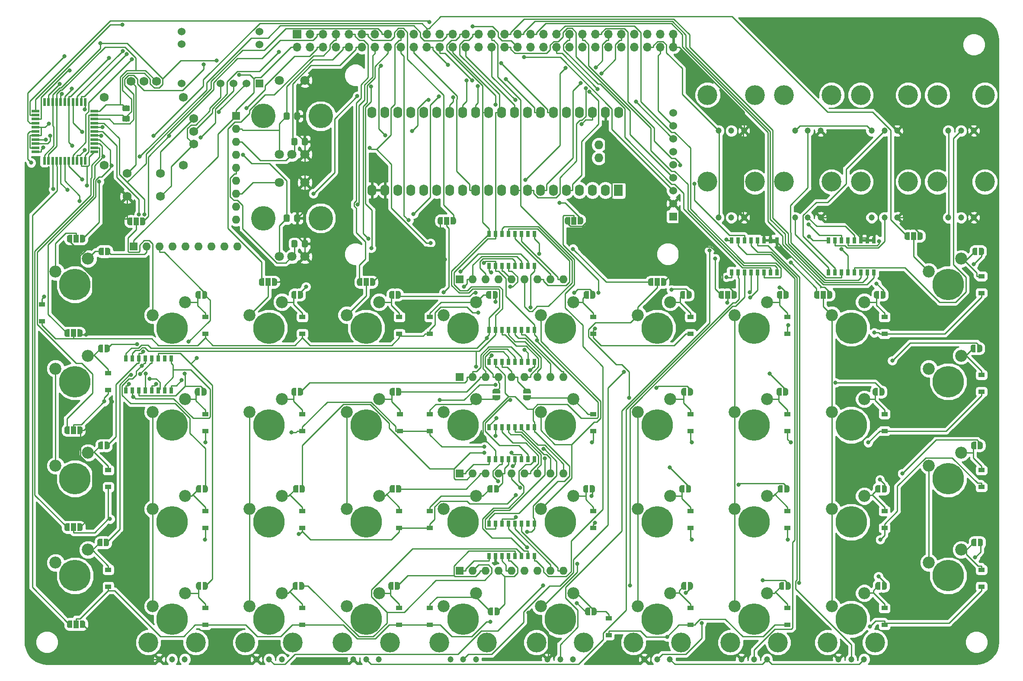
<source format=gbl>
G04 #@! TF.GenerationSoftware,KiCad,Pcbnew,(5.0.0)*
G04 #@! TF.CreationDate,2018-11-03T08:25:57+09:00*
G04 #@! TF.ProjectId,techinup_if,74656368696E75705F69662E6B696361,rev?*
G04 #@! TF.SameCoordinates,Original*
G04 #@! TF.FileFunction,Copper,L2,Bot,Signal*
G04 #@! TF.FilePolarity,Positive*
%FSLAX46Y46*%
G04 Gerber Fmt 4.6, Leading zero omitted, Abs format (unit mm)*
G04 Created by KiCad (PCBNEW (5.0.0)) date 11/03/18 08:25:57*
%MOMM*%
%LPD*%
G01*
G04 APERTURE LIST*
G04 #@! TA.AperFunction,ComponentPad*
%ADD10C,2.350000*%
G04 #@! TD*
G04 #@! TA.AperFunction,ComponentPad*
%ADD11C,6.150000*%
G04 #@! TD*
G04 #@! TA.AperFunction,Conductor*
%ADD12C,0.100000*%
G04 #@! TD*
G04 #@! TA.AperFunction,SMDPad,CuDef*
%ADD13C,1.150000*%
G04 #@! TD*
G04 #@! TA.AperFunction,SMDPad,CuDef*
%ADD14R,1.200000X0.900000*%
G04 #@! TD*
G04 #@! TA.AperFunction,SMDPad,CuDef*
%ADD15R,0.600000X1.500000*%
G04 #@! TD*
G04 #@! TA.AperFunction,SMDPad,CuDef*
%ADD16R,1.500000X0.600000*%
G04 #@! TD*
G04 #@! TA.AperFunction,ComponentPad*
%ADD17C,1.524000*%
G04 #@! TD*
G04 #@! TA.AperFunction,ComponentPad*
%ADD18R,1.524000X1.524000*%
G04 #@! TD*
G04 #@! TA.AperFunction,ComponentPad*
%ADD19O,1.700000X1.700000*%
G04 #@! TD*
G04 #@! TA.AperFunction,ComponentPad*
%ADD20R,1.700000X1.700000*%
G04 #@! TD*
G04 #@! TA.AperFunction,SMDPad,CuDef*
%ADD21R,1.000000X1.500000*%
G04 #@! TD*
G04 #@! TA.AperFunction,SMDPad,CuDef*
%ADD22C,0.500000*%
G04 #@! TD*
G04 #@! TA.AperFunction,ComponentPad*
%ADD23O,1.600000X1.600000*%
G04 #@! TD*
G04 #@! TA.AperFunction,ComponentPad*
%ADD24R,1.600000X1.600000*%
G04 #@! TD*
G04 #@! TA.AperFunction,WasherPad*
%ADD25C,3.871000*%
G04 #@! TD*
G04 #@! TA.AperFunction,ComponentPad*
%ADD26C,1.200000*%
G04 #@! TD*
G04 #@! TA.AperFunction,ComponentPad*
%ADD27C,4.800000*%
G04 #@! TD*
G04 #@! TA.AperFunction,ComponentPad*
%ADD28C,1.800000*%
G04 #@! TD*
G04 #@! TA.AperFunction,WasherPad*
%ADD29C,1.750000*%
G04 #@! TD*
G04 #@! TA.AperFunction,ComponentPad*
%ADD30C,1.750000*%
G04 #@! TD*
G04 #@! TA.AperFunction,ComponentPad*
%ADD31R,1.727200X2.250000*%
G04 #@! TD*
G04 #@! TA.AperFunction,ComponentPad*
%ADD32O,1.727200X2.250000*%
G04 #@! TD*
G04 #@! TA.AperFunction,ComponentPad*
%ADD33O,1.727200X1.727200*%
G04 #@! TD*
G04 #@! TA.AperFunction,SMDPad,CuDef*
%ADD34R,0.800000X1.300000*%
G04 #@! TD*
G04 #@! TA.AperFunction,ViaPad*
%ADD35C,0.800000*%
G04 #@! TD*
G04 #@! TA.AperFunction,Conductor*
%ADD36C,0.250000*%
G04 #@! TD*
G04 #@! TA.AperFunction,Conductor*
%ADD37C,0.254000*%
G04 #@! TD*
G04 APERTURE END LIST*
D10*
G04 #@! TO.P,SW1,1*
G04 #@! TO.N,Net-(JP1-Pad2)*
X36690000Y-102460000D03*
G04 #@! TO.P,SW1,2*
G04 #@! TO.N,Net-(D1-Pad2)*
X43040000Y-99920000D03*
D11*
G04 #@! TO.P,SW1,5*
G04 #@! TO.N,N/C*
X40500000Y-105000000D03*
G04 #@! TD*
D12*
G04 #@! TO.N,74165_CE*
G04 #@! TO.C,C8*
G36*
X84349505Y-71301204D02*
X84373773Y-71304804D01*
X84397572Y-71310765D01*
X84420671Y-71319030D01*
X84442850Y-71329520D01*
X84463893Y-71342132D01*
X84483599Y-71356747D01*
X84501777Y-71373223D01*
X84518253Y-71391401D01*
X84532868Y-71411107D01*
X84545480Y-71432150D01*
X84555970Y-71454329D01*
X84564235Y-71477428D01*
X84570196Y-71501227D01*
X84573796Y-71525495D01*
X84575000Y-71549999D01*
X84575000Y-72450001D01*
X84573796Y-72474505D01*
X84570196Y-72498773D01*
X84564235Y-72522572D01*
X84555970Y-72545671D01*
X84545480Y-72567850D01*
X84532868Y-72588893D01*
X84518253Y-72608599D01*
X84501777Y-72626777D01*
X84483599Y-72643253D01*
X84463893Y-72657868D01*
X84442850Y-72670480D01*
X84420671Y-72680970D01*
X84397572Y-72689235D01*
X84373773Y-72695196D01*
X84349505Y-72698796D01*
X84325001Y-72700000D01*
X83674999Y-72700000D01*
X83650495Y-72698796D01*
X83626227Y-72695196D01*
X83602428Y-72689235D01*
X83579329Y-72680970D01*
X83557150Y-72670480D01*
X83536107Y-72657868D01*
X83516401Y-72643253D01*
X83498223Y-72626777D01*
X83481747Y-72608599D01*
X83467132Y-72588893D01*
X83454520Y-72567850D01*
X83444030Y-72545671D01*
X83435765Y-72522572D01*
X83429804Y-72498773D01*
X83426204Y-72474505D01*
X83425000Y-72450001D01*
X83425000Y-71549999D01*
X83426204Y-71525495D01*
X83429804Y-71501227D01*
X83435765Y-71477428D01*
X83444030Y-71454329D01*
X83454520Y-71432150D01*
X83467132Y-71411107D01*
X83481747Y-71391401D01*
X83498223Y-71373223D01*
X83516401Y-71356747D01*
X83536107Y-71342132D01*
X83557150Y-71329520D01*
X83579329Y-71319030D01*
X83602428Y-71310765D01*
X83626227Y-71304804D01*
X83650495Y-71301204D01*
X83674999Y-71300000D01*
X84325001Y-71300000D01*
X84349505Y-71301204D01*
X84349505Y-71301204D01*
G37*
D13*
G04 #@! TD*
G04 #@! TO.P,C8,2*
G04 #@! TO.N,74165_CE*
X84000000Y-72000000D03*
D12*
G04 #@! TO.N,RE1_A*
G04 #@! TO.C,C8*
G36*
X82299505Y-71301204D02*
X82323773Y-71304804D01*
X82347572Y-71310765D01*
X82370671Y-71319030D01*
X82392850Y-71329520D01*
X82413893Y-71342132D01*
X82433599Y-71356747D01*
X82451777Y-71373223D01*
X82468253Y-71391401D01*
X82482868Y-71411107D01*
X82495480Y-71432150D01*
X82505970Y-71454329D01*
X82514235Y-71477428D01*
X82520196Y-71501227D01*
X82523796Y-71525495D01*
X82525000Y-71549999D01*
X82525000Y-72450001D01*
X82523796Y-72474505D01*
X82520196Y-72498773D01*
X82514235Y-72522572D01*
X82505970Y-72545671D01*
X82495480Y-72567850D01*
X82482868Y-72588893D01*
X82468253Y-72608599D01*
X82451777Y-72626777D01*
X82433599Y-72643253D01*
X82413893Y-72657868D01*
X82392850Y-72670480D01*
X82370671Y-72680970D01*
X82347572Y-72689235D01*
X82323773Y-72695196D01*
X82299505Y-72698796D01*
X82275001Y-72700000D01*
X81624999Y-72700000D01*
X81600495Y-72698796D01*
X81576227Y-72695196D01*
X81552428Y-72689235D01*
X81529329Y-72680970D01*
X81507150Y-72670480D01*
X81486107Y-72657868D01*
X81466401Y-72643253D01*
X81448223Y-72626777D01*
X81431747Y-72608599D01*
X81417132Y-72588893D01*
X81404520Y-72567850D01*
X81394030Y-72545671D01*
X81385765Y-72522572D01*
X81379804Y-72498773D01*
X81376204Y-72474505D01*
X81375000Y-72450001D01*
X81375000Y-71549999D01*
X81376204Y-71525495D01*
X81379804Y-71501227D01*
X81385765Y-71477428D01*
X81394030Y-71454329D01*
X81404520Y-71432150D01*
X81417132Y-71411107D01*
X81431747Y-71391401D01*
X81448223Y-71373223D01*
X81466401Y-71356747D01*
X81486107Y-71342132D01*
X81507150Y-71329520D01*
X81529329Y-71319030D01*
X81552428Y-71310765D01*
X81576227Y-71304804D01*
X81600495Y-71301204D01*
X81624999Y-71300000D01*
X82275001Y-71300000D01*
X82299505Y-71301204D01*
X82299505Y-71301204D01*
G37*
D13*
G04 #@! TD*
G04 #@! TO.P,C8,1*
G04 #@! TO.N,RE1_A*
X81950000Y-72000000D03*
D12*
G04 #@! TO.N,74165_CE*
G04 #@! TO.C,C9*
G36*
X85849505Y-76301204D02*
X85873773Y-76304804D01*
X85897572Y-76310765D01*
X85920671Y-76319030D01*
X85942850Y-76329520D01*
X85963893Y-76342132D01*
X85983599Y-76356747D01*
X86001777Y-76373223D01*
X86018253Y-76391401D01*
X86032868Y-76411107D01*
X86045480Y-76432150D01*
X86055970Y-76454329D01*
X86064235Y-76477428D01*
X86070196Y-76501227D01*
X86073796Y-76525495D01*
X86075000Y-76549999D01*
X86075000Y-77450001D01*
X86073796Y-77474505D01*
X86070196Y-77498773D01*
X86064235Y-77522572D01*
X86055970Y-77545671D01*
X86045480Y-77567850D01*
X86032868Y-77588893D01*
X86018253Y-77608599D01*
X86001777Y-77626777D01*
X85983599Y-77643253D01*
X85963893Y-77657868D01*
X85942850Y-77670480D01*
X85920671Y-77680970D01*
X85897572Y-77689235D01*
X85873773Y-77695196D01*
X85849505Y-77698796D01*
X85825001Y-77700000D01*
X85174999Y-77700000D01*
X85150495Y-77698796D01*
X85126227Y-77695196D01*
X85102428Y-77689235D01*
X85079329Y-77680970D01*
X85057150Y-77670480D01*
X85036107Y-77657868D01*
X85016401Y-77643253D01*
X84998223Y-77626777D01*
X84981747Y-77608599D01*
X84967132Y-77588893D01*
X84954520Y-77567850D01*
X84944030Y-77545671D01*
X84935765Y-77522572D01*
X84929804Y-77498773D01*
X84926204Y-77474505D01*
X84925000Y-77450001D01*
X84925000Y-76549999D01*
X84926204Y-76525495D01*
X84929804Y-76501227D01*
X84935765Y-76477428D01*
X84944030Y-76454329D01*
X84954520Y-76432150D01*
X84967132Y-76411107D01*
X84981747Y-76391401D01*
X84998223Y-76373223D01*
X85016401Y-76356747D01*
X85036107Y-76342132D01*
X85057150Y-76329520D01*
X85079329Y-76319030D01*
X85102428Y-76310765D01*
X85126227Y-76304804D01*
X85150495Y-76301204D01*
X85174999Y-76300000D01*
X85825001Y-76300000D01*
X85849505Y-76301204D01*
X85849505Y-76301204D01*
G37*
D13*
G04 #@! TD*
G04 #@! TO.P,C9,2*
G04 #@! TO.N,74165_CE*
X85500000Y-77000000D03*
D12*
G04 #@! TO.N,RE1_B*
G04 #@! TO.C,C9*
G36*
X83799505Y-76301204D02*
X83823773Y-76304804D01*
X83847572Y-76310765D01*
X83870671Y-76319030D01*
X83892850Y-76329520D01*
X83913893Y-76342132D01*
X83933599Y-76356747D01*
X83951777Y-76373223D01*
X83968253Y-76391401D01*
X83982868Y-76411107D01*
X83995480Y-76432150D01*
X84005970Y-76454329D01*
X84014235Y-76477428D01*
X84020196Y-76501227D01*
X84023796Y-76525495D01*
X84025000Y-76549999D01*
X84025000Y-77450001D01*
X84023796Y-77474505D01*
X84020196Y-77498773D01*
X84014235Y-77522572D01*
X84005970Y-77545671D01*
X83995480Y-77567850D01*
X83982868Y-77588893D01*
X83968253Y-77608599D01*
X83951777Y-77626777D01*
X83933599Y-77643253D01*
X83913893Y-77657868D01*
X83892850Y-77670480D01*
X83870671Y-77680970D01*
X83847572Y-77689235D01*
X83823773Y-77695196D01*
X83799505Y-77698796D01*
X83775001Y-77700000D01*
X83124999Y-77700000D01*
X83100495Y-77698796D01*
X83076227Y-77695196D01*
X83052428Y-77689235D01*
X83029329Y-77680970D01*
X83007150Y-77670480D01*
X82986107Y-77657868D01*
X82966401Y-77643253D01*
X82948223Y-77626777D01*
X82931747Y-77608599D01*
X82917132Y-77588893D01*
X82904520Y-77567850D01*
X82894030Y-77545671D01*
X82885765Y-77522572D01*
X82879804Y-77498773D01*
X82876204Y-77474505D01*
X82875000Y-77450001D01*
X82875000Y-76549999D01*
X82876204Y-76525495D01*
X82879804Y-76501227D01*
X82885765Y-76477428D01*
X82894030Y-76454329D01*
X82904520Y-76432150D01*
X82917132Y-76411107D01*
X82931747Y-76391401D01*
X82948223Y-76373223D01*
X82966401Y-76356747D01*
X82986107Y-76342132D01*
X83007150Y-76329520D01*
X83029329Y-76319030D01*
X83052428Y-76310765D01*
X83076227Y-76304804D01*
X83100495Y-76301204D01*
X83124999Y-76300000D01*
X83775001Y-76300000D01*
X83799505Y-76301204D01*
X83799505Y-76301204D01*
G37*
D13*
G04 #@! TD*
G04 #@! TO.P,C9,1*
G04 #@! TO.N,RE1_B*
X83450000Y-77000000D03*
D12*
G04 #@! TO.N,74165_CE*
G04 #@! TO.C,C10*
G36*
X84349505Y-91301204D02*
X84373773Y-91304804D01*
X84397572Y-91310765D01*
X84420671Y-91319030D01*
X84442850Y-91329520D01*
X84463893Y-91342132D01*
X84483599Y-91356747D01*
X84501777Y-91373223D01*
X84518253Y-91391401D01*
X84532868Y-91411107D01*
X84545480Y-91432150D01*
X84555970Y-91454329D01*
X84564235Y-91477428D01*
X84570196Y-91501227D01*
X84573796Y-91525495D01*
X84575000Y-91549999D01*
X84575000Y-92450001D01*
X84573796Y-92474505D01*
X84570196Y-92498773D01*
X84564235Y-92522572D01*
X84555970Y-92545671D01*
X84545480Y-92567850D01*
X84532868Y-92588893D01*
X84518253Y-92608599D01*
X84501777Y-92626777D01*
X84483599Y-92643253D01*
X84463893Y-92657868D01*
X84442850Y-92670480D01*
X84420671Y-92680970D01*
X84397572Y-92689235D01*
X84373773Y-92695196D01*
X84349505Y-92698796D01*
X84325001Y-92700000D01*
X83674999Y-92700000D01*
X83650495Y-92698796D01*
X83626227Y-92695196D01*
X83602428Y-92689235D01*
X83579329Y-92680970D01*
X83557150Y-92670480D01*
X83536107Y-92657868D01*
X83516401Y-92643253D01*
X83498223Y-92626777D01*
X83481747Y-92608599D01*
X83467132Y-92588893D01*
X83454520Y-92567850D01*
X83444030Y-92545671D01*
X83435765Y-92522572D01*
X83429804Y-92498773D01*
X83426204Y-92474505D01*
X83425000Y-92450001D01*
X83425000Y-91549999D01*
X83426204Y-91525495D01*
X83429804Y-91501227D01*
X83435765Y-91477428D01*
X83444030Y-91454329D01*
X83454520Y-91432150D01*
X83467132Y-91411107D01*
X83481747Y-91391401D01*
X83498223Y-91373223D01*
X83516401Y-91356747D01*
X83536107Y-91342132D01*
X83557150Y-91329520D01*
X83579329Y-91319030D01*
X83602428Y-91310765D01*
X83626227Y-91304804D01*
X83650495Y-91301204D01*
X83674999Y-91300000D01*
X84325001Y-91300000D01*
X84349505Y-91301204D01*
X84349505Y-91301204D01*
G37*
D13*
G04 #@! TD*
G04 #@! TO.P,C10,2*
G04 #@! TO.N,74165_CE*
X84000000Y-92000000D03*
D12*
G04 #@! TO.N,RE2_A*
G04 #@! TO.C,C10*
G36*
X82299505Y-91301204D02*
X82323773Y-91304804D01*
X82347572Y-91310765D01*
X82370671Y-91319030D01*
X82392850Y-91329520D01*
X82413893Y-91342132D01*
X82433599Y-91356747D01*
X82451777Y-91373223D01*
X82468253Y-91391401D01*
X82482868Y-91411107D01*
X82495480Y-91432150D01*
X82505970Y-91454329D01*
X82514235Y-91477428D01*
X82520196Y-91501227D01*
X82523796Y-91525495D01*
X82525000Y-91549999D01*
X82525000Y-92450001D01*
X82523796Y-92474505D01*
X82520196Y-92498773D01*
X82514235Y-92522572D01*
X82505970Y-92545671D01*
X82495480Y-92567850D01*
X82482868Y-92588893D01*
X82468253Y-92608599D01*
X82451777Y-92626777D01*
X82433599Y-92643253D01*
X82413893Y-92657868D01*
X82392850Y-92670480D01*
X82370671Y-92680970D01*
X82347572Y-92689235D01*
X82323773Y-92695196D01*
X82299505Y-92698796D01*
X82275001Y-92700000D01*
X81624999Y-92700000D01*
X81600495Y-92698796D01*
X81576227Y-92695196D01*
X81552428Y-92689235D01*
X81529329Y-92680970D01*
X81507150Y-92670480D01*
X81486107Y-92657868D01*
X81466401Y-92643253D01*
X81448223Y-92626777D01*
X81431747Y-92608599D01*
X81417132Y-92588893D01*
X81404520Y-92567850D01*
X81394030Y-92545671D01*
X81385765Y-92522572D01*
X81379804Y-92498773D01*
X81376204Y-92474505D01*
X81375000Y-92450001D01*
X81375000Y-91549999D01*
X81376204Y-91525495D01*
X81379804Y-91501227D01*
X81385765Y-91477428D01*
X81394030Y-91454329D01*
X81404520Y-91432150D01*
X81417132Y-91411107D01*
X81431747Y-91391401D01*
X81448223Y-91373223D01*
X81466401Y-91356747D01*
X81486107Y-91342132D01*
X81507150Y-91329520D01*
X81529329Y-91319030D01*
X81552428Y-91310765D01*
X81576227Y-91304804D01*
X81600495Y-91301204D01*
X81624999Y-91300000D01*
X82275001Y-91300000D01*
X82299505Y-91301204D01*
X82299505Y-91301204D01*
G37*
D13*
G04 #@! TD*
G04 #@! TO.P,C10,1*
G04 #@! TO.N,RE2_A*
X81950000Y-92000000D03*
D12*
G04 #@! TO.N,74165_CE*
G04 #@! TO.C,C11*
G36*
X85849505Y-96301204D02*
X85873773Y-96304804D01*
X85897572Y-96310765D01*
X85920671Y-96319030D01*
X85942850Y-96329520D01*
X85963893Y-96342132D01*
X85983599Y-96356747D01*
X86001777Y-96373223D01*
X86018253Y-96391401D01*
X86032868Y-96411107D01*
X86045480Y-96432150D01*
X86055970Y-96454329D01*
X86064235Y-96477428D01*
X86070196Y-96501227D01*
X86073796Y-96525495D01*
X86075000Y-96549999D01*
X86075000Y-97450001D01*
X86073796Y-97474505D01*
X86070196Y-97498773D01*
X86064235Y-97522572D01*
X86055970Y-97545671D01*
X86045480Y-97567850D01*
X86032868Y-97588893D01*
X86018253Y-97608599D01*
X86001777Y-97626777D01*
X85983599Y-97643253D01*
X85963893Y-97657868D01*
X85942850Y-97670480D01*
X85920671Y-97680970D01*
X85897572Y-97689235D01*
X85873773Y-97695196D01*
X85849505Y-97698796D01*
X85825001Y-97700000D01*
X85174999Y-97700000D01*
X85150495Y-97698796D01*
X85126227Y-97695196D01*
X85102428Y-97689235D01*
X85079329Y-97680970D01*
X85057150Y-97670480D01*
X85036107Y-97657868D01*
X85016401Y-97643253D01*
X84998223Y-97626777D01*
X84981747Y-97608599D01*
X84967132Y-97588893D01*
X84954520Y-97567850D01*
X84944030Y-97545671D01*
X84935765Y-97522572D01*
X84929804Y-97498773D01*
X84926204Y-97474505D01*
X84925000Y-97450001D01*
X84925000Y-96549999D01*
X84926204Y-96525495D01*
X84929804Y-96501227D01*
X84935765Y-96477428D01*
X84944030Y-96454329D01*
X84954520Y-96432150D01*
X84967132Y-96411107D01*
X84981747Y-96391401D01*
X84998223Y-96373223D01*
X85016401Y-96356747D01*
X85036107Y-96342132D01*
X85057150Y-96329520D01*
X85079329Y-96319030D01*
X85102428Y-96310765D01*
X85126227Y-96304804D01*
X85150495Y-96301204D01*
X85174999Y-96300000D01*
X85825001Y-96300000D01*
X85849505Y-96301204D01*
X85849505Y-96301204D01*
G37*
D13*
G04 #@! TD*
G04 #@! TO.P,C11,2*
G04 #@! TO.N,74165_CE*
X85500000Y-97000000D03*
D12*
G04 #@! TO.N,RE2_B*
G04 #@! TO.C,C11*
G36*
X83799505Y-96301204D02*
X83823773Y-96304804D01*
X83847572Y-96310765D01*
X83870671Y-96319030D01*
X83892850Y-96329520D01*
X83913893Y-96342132D01*
X83933599Y-96356747D01*
X83951777Y-96373223D01*
X83968253Y-96391401D01*
X83982868Y-96411107D01*
X83995480Y-96432150D01*
X84005970Y-96454329D01*
X84014235Y-96477428D01*
X84020196Y-96501227D01*
X84023796Y-96525495D01*
X84025000Y-96549999D01*
X84025000Y-97450001D01*
X84023796Y-97474505D01*
X84020196Y-97498773D01*
X84014235Y-97522572D01*
X84005970Y-97545671D01*
X83995480Y-97567850D01*
X83982868Y-97588893D01*
X83968253Y-97608599D01*
X83951777Y-97626777D01*
X83933599Y-97643253D01*
X83913893Y-97657868D01*
X83892850Y-97670480D01*
X83870671Y-97680970D01*
X83847572Y-97689235D01*
X83823773Y-97695196D01*
X83799505Y-97698796D01*
X83775001Y-97700000D01*
X83124999Y-97700000D01*
X83100495Y-97698796D01*
X83076227Y-97695196D01*
X83052428Y-97689235D01*
X83029329Y-97680970D01*
X83007150Y-97670480D01*
X82986107Y-97657868D01*
X82966401Y-97643253D01*
X82948223Y-97626777D01*
X82931747Y-97608599D01*
X82917132Y-97588893D01*
X82904520Y-97567850D01*
X82894030Y-97545671D01*
X82885765Y-97522572D01*
X82879804Y-97498773D01*
X82876204Y-97474505D01*
X82875000Y-97450001D01*
X82875000Y-96549999D01*
X82876204Y-96525495D01*
X82879804Y-96501227D01*
X82885765Y-96477428D01*
X82894030Y-96454329D01*
X82904520Y-96432150D01*
X82917132Y-96411107D01*
X82931747Y-96391401D01*
X82948223Y-96373223D01*
X82966401Y-96356747D01*
X82986107Y-96342132D01*
X83007150Y-96329520D01*
X83029329Y-96319030D01*
X83052428Y-96310765D01*
X83076227Y-96304804D01*
X83100495Y-96301204D01*
X83124999Y-96300000D01*
X83775001Y-96300000D01*
X83799505Y-96301204D01*
X83799505Y-96301204D01*
G37*
D13*
G04 #@! TD*
G04 #@! TO.P,C11,1*
G04 #@! TO.N,RE2_B*
X83450000Y-97000000D03*
D12*
G04 #@! TO.N,74165_CE*
G04 #@! TO.C,C14*
G36*
X50974505Y-69901204D02*
X50998773Y-69904804D01*
X51022572Y-69910765D01*
X51045671Y-69919030D01*
X51067850Y-69929520D01*
X51088893Y-69942132D01*
X51108599Y-69956747D01*
X51126777Y-69973223D01*
X51143253Y-69991401D01*
X51157868Y-70011107D01*
X51170480Y-70032150D01*
X51180970Y-70054329D01*
X51189235Y-70077428D01*
X51195196Y-70101227D01*
X51198796Y-70125495D01*
X51200000Y-70149999D01*
X51200000Y-70800001D01*
X51198796Y-70824505D01*
X51195196Y-70848773D01*
X51189235Y-70872572D01*
X51180970Y-70895671D01*
X51170480Y-70917850D01*
X51157868Y-70938893D01*
X51143253Y-70958599D01*
X51126777Y-70976777D01*
X51108599Y-70993253D01*
X51088893Y-71007868D01*
X51067850Y-71020480D01*
X51045671Y-71030970D01*
X51022572Y-71039235D01*
X50998773Y-71045196D01*
X50974505Y-71048796D01*
X50950001Y-71050000D01*
X50049999Y-71050000D01*
X50025495Y-71048796D01*
X50001227Y-71045196D01*
X49977428Y-71039235D01*
X49954329Y-71030970D01*
X49932150Y-71020480D01*
X49911107Y-71007868D01*
X49891401Y-70993253D01*
X49873223Y-70976777D01*
X49856747Y-70958599D01*
X49842132Y-70938893D01*
X49829520Y-70917850D01*
X49819030Y-70895671D01*
X49810765Y-70872572D01*
X49804804Y-70848773D01*
X49801204Y-70824505D01*
X49800000Y-70800001D01*
X49800000Y-70149999D01*
X49801204Y-70125495D01*
X49804804Y-70101227D01*
X49810765Y-70077428D01*
X49819030Y-70054329D01*
X49829520Y-70032150D01*
X49842132Y-70011107D01*
X49856747Y-69991401D01*
X49873223Y-69973223D01*
X49891401Y-69956747D01*
X49911107Y-69942132D01*
X49932150Y-69929520D01*
X49954329Y-69919030D01*
X49977428Y-69910765D01*
X50001227Y-69904804D01*
X50025495Y-69901204D01*
X50049999Y-69900000D01*
X50950001Y-69900000D01*
X50974505Y-69901204D01*
X50974505Y-69901204D01*
G37*
D13*
G04 #@! TD*
G04 #@! TO.P,C14,2*
G04 #@! TO.N,74165_CE*
X50500000Y-70475000D03*
D12*
G04 #@! TO.N,VCC*
G04 #@! TO.C,C14*
G36*
X50974505Y-71951204D02*
X50998773Y-71954804D01*
X51022572Y-71960765D01*
X51045671Y-71969030D01*
X51067850Y-71979520D01*
X51088893Y-71992132D01*
X51108599Y-72006747D01*
X51126777Y-72023223D01*
X51143253Y-72041401D01*
X51157868Y-72061107D01*
X51170480Y-72082150D01*
X51180970Y-72104329D01*
X51189235Y-72127428D01*
X51195196Y-72151227D01*
X51198796Y-72175495D01*
X51200000Y-72199999D01*
X51200000Y-72850001D01*
X51198796Y-72874505D01*
X51195196Y-72898773D01*
X51189235Y-72922572D01*
X51180970Y-72945671D01*
X51170480Y-72967850D01*
X51157868Y-72988893D01*
X51143253Y-73008599D01*
X51126777Y-73026777D01*
X51108599Y-73043253D01*
X51088893Y-73057868D01*
X51067850Y-73070480D01*
X51045671Y-73080970D01*
X51022572Y-73089235D01*
X50998773Y-73095196D01*
X50974505Y-73098796D01*
X50950001Y-73100000D01*
X50049999Y-73100000D01*
X50025495Y-73098796D01*
X50001227Y-73095196D01*
X49977428Y-73089235D01*
X49954329Y-73080970D01*
X49932150Y-73070480D01*
X49911107Y-73057868D01*
X49891401Y-73043253D01*
X49873223Y-73026777D01*
X49856747Y-73008599D01*
X49842132Y-72988893D01*
X49829520Y-72967850D01*
X49819030Y-72945671D01*
X49810765Y-72922572D01*
X49804804Y-72898773D01*
X49801204Y-72874505D01*
X49800000Y-72850001D01*
X49800000Y-72199999D01*
X49801204Y-72175495D01*
X49804804Y-72151227D01*
X49810765Y-72127428D01*
X49819030Y-72104329D01*
X49829520Y-72082150D01*
X49842132Y-72061107D01*
X49856747Y-72041401D01*
X49873223Y-72023223D01*
X49891401Y-72006747D01*
X49911107Y-71992132D01*
X49932150Y-71979520D01*
X49954329Y-71969030D01*
X49977428Y-71960765D01*
X50001227Y-71954804D01*
X50025495Y-71951204D01*
X50049999Y-71950000D01*
X50950001Y-71950000D01*
X50974505Y-71951204D01*
X50974505Y-71951204D01*
G37*
D13*
G04 #@! TD*
G04 #@! TO.P,C14,1*
G04 #@! TO.N,VCC*
X50500000Y-72525000D03*
D14*
G04 #@! TO.P,D1,2*
G04 #@! TO.N,Net-(D1-Pad2)*
X34000000Y-108850000D03*
G04 #@! TO.P,D1,1*
G04 #@! TO.N,Net-(D1-Pad1)*
X34000000Y-112150000D03*
G04 #@! TD*
G04 #@! TO.P,D2,2*
G04 #@! TO.N,Net-(D2-Pad2)*
X66000000Y-111350000D03*
G04 #@! TO.P,D2,1*
G04 #@! TO.N,Net-(D1-Pad1)*
X66000000Y-114650000D03*
G04 #@! TD*
G04 #@! TO.P,D3,2*
G04 #@! TO.N,Net-(D3-Pad2)*
X85000000Y-111350000D03*
G04 #@! TO.P,D3,1*
G04 #@! TO.N,Net-(D1-Pad1)*
X85000000Y-114650000D03*
G04 #@! TD*
G04 #@! TO.P,D4,2*
G04 #@! TO.N,Net-(D4-Pad2)*
X104000000Y-111350000D03*
G04 #@! TO.P,D4,1*
G04 #@! TO.N,Net-(D1-Pad1)*
X104000000Y-114650000D03*
G04 #@! TD*
G04 #@! TO.P,D5,2*
G04 #@! TO.N,Net-(D5-Pad2)*
X110000000Y-111350000D03*
G04 #@! TO.P,D5,1*
G04 #@! TO.N,Net-(D1-Pad1)*
X110000000Y-114650000D03*
G04 #@! TD*
G04 #@! TO.P,D6,2*
G04 #@! TO.N,Net-(D6-Pad2)*
X142000000Y-111350000D03*
G04 #@! TO.P,D6,1*
G04 #@! TO.N,Net-(D1-Pad1)*
X142000000Y-114650000D03*
G04 #@! TD*
G04 #@! TO.P,D7,2*
G04 #@! TO.N,Net-(D7-Pad2)*
X161000000Y-111350000D03*
G04 #@! TO.P,D7,1*
G04 #@! TO.N,Net-(D1-Pad1)*
X161000000Y-114650000D03*
G04 #@! TD*
G04 #@! TO.P,D8,2*
G04 #@! TO.N,Net-(D8-Pad2)*
X180000000Y-111350000D03*
G04 #@! TO.P,D8,1*
G04 #@! TO.N,Net-(D1-Pad1)*
X180000000Y-114650000D03*
G04 #@! TD*
G04 #@! TO.P,D9,2*
G04 #@! TO.N,Net-(D9-Pad2)*
X199000000Y-111350000D03*
G04 #@! TO.P,D9,1*
G04 #@! TO.N,Net-(D1-Pad1)*
X199000000Y-114650000D03*
G04 #@! TD*
G04 #@! TO.P,D10,2*
G04 #@! TO.N,Net-(D10-Pad2)*
X218000000Y-103350000D03*
G04 #@! TO.P,D10,1*
G04 #@! TO.N,Net-(D1-Pad1)*
X218000000Y-106650000D03*
G04 #@! TD*
G04 #@! TO.P,D11,2*
G04 #@! TO.N,Net-(D11-Pad2)*
X47000000Y-122350000D03*
G04 #@! TO.P,D11,1*
G04 #@! TO.N,Net-(D11-Pad1)*
X47000000Y-125650000D03*
G04 #@! TD*
G04 #@! TO.P,D12,2*
G04 #@! TO.N,Net-(D12-Pad2)*
X66000000Y-130350000D03*
G04 #@! TO.P,D12,1*
G04 #@! TO.N,Net-(D11-Pad1)*
X66000000Y-133650000D03*
G04 #@! TD*
G04 #@! TO.P,D13,2*
G04 #@! TO.N,Net-(D13-Pad2)*
X85000000Y-130350000D03*
G04 #@! TO.P,D13,1*
G04 #@! TO.N,Net-(D11-Pad1)*
X85000000Y-133650000D03*
G04 #@! TD*
G04 #@! TO.P,D14,2*
G04 #@! TO.N,Net-(D14-Pad2)*
X104168000Y-130350000D03*
G04 #@! TO.P,D14,1*
G04 #@! TO.N,Net-(D11-Pad1)*
X104168000Y-133650000D03*
G04 #@! TD*
G04 #@! TO.P,D15,2*
G04 #@! TO.N,Net-(D15-Pad2)*
X110000000Y-130350000D03*
G04 #@! TO.P,D15,1*
G04 #@! TO.N,Net-(D11-Pad1)*
X110000000Y-133650000D03*
G04 #@! TD*
G04 #@! TO.P,D16,2*
G04 #@! TO.N,Net-(D16-Pad2)*
X142000000Y-130350000D03*
G04 #@! TO.P,D16,1*
G04 #@! TO.N,Net-(D11-Pad1)*
X142000000Y-133650000D03*
G04 #@! TD*
G04 #@! TO.P,D17,2*
G04 #@! TO.N,Net-(D17-Pad2)*
X161000000Y-130350000D03*
G04 #@! TO.P,D17,1*
G04 #@! TO.N,Net-(D11-Pad1)*
X161000000Y-133650000D03*
G04 #@! TD*
G04 #@! TO.P,D18,2*
G04 #@! TO.N,Net-(D18-Pad2)*
X180000000Y-130350000D03*
G04 #@! TO.P,D18,1*
G04 #@! TO.N,Net-(D11-Pad1)*
X180000000Y-133650000D03*
G04 #@! TD*
G04 #@! TO.P,D19,2*
G04 #@! TO.N,Net-(D19-Pad2)*
X199000000Y-130350000D03*
G04 #@! TO.P,D19,1*
G04 #@! TO.N,Net-(D11-Pad1)*
X199000000Y-133650000D03*
G04 #@! TD*
G04 #@! TO.P,D20,2*
G04 #@! TO.N,Net-(D20-Pad2)*
X218000000Y-122675000D03*
G04 #@! TO.P,D20,1*
G04 #@! TO.N,Net-(D11-Pad1)*
X218000000Y-125975000D03*
G04 #@! TD*
G04 #@! TO.P,D21,2*
G04 #@! TO.N,Net-(D21-Pad2)*
X47000000Y-141350000D03*
G04 #@! TO.P,D21,1*
G04 #@! TO.N,Net-(D21-Pad1)*
X47000000Y-144650000D03*
G04 #@! TD*
G04 #@! TO.P,D22,2*
G04 #@! TO.N,Net-(D22-Pad2)*
X66000000Y-149350000D03*
G04 #@! TO.P,D22,1*
G04 #@! TO.N,Net-(D21-Pad1)*
X66000000Y-152650000D03*
G04 #@! TD*
G04 #@! TO.P,D23,2*
G04 #@! TO.N,Net-(D23-Pad2)*
X85000000Y-149350000D03*
G04 #@! TO.P,D23,1*
G04 #@! TO.N,Net-(D21-Pad1)*
X85000000Y-152650000D03*
G04 #@! TD*
G04 #@! TO.P,D24,2*
G04 #@! TO.N,Net-(D24-Pad2)*
X104000000Y-149350000D03*
G04 #@! TO.P,D24,1*
G04 #@! TO.N,Net-(D21-Pad1)*
X104000000Y-152650000D03*
G04 #@! TD*
G04 #@! TO.P,D25,2*
G04 #@! TO.N,Net-(D25-Pad2)*
X110000000Y-149350000D03*
G04 #@! TO.P,D25,1*
G04 #@! TO.N,Net-(D21-Pad1)*
X110000000Y-152650000D03*
G04 #@! TD*
G04 #@! TO.P,D26,2*
G04 #@! TO.N,Net-(D26-Pad2)*
X142000000Y-149350000D03*
G04 #@! TO.P,D26,1*
G04 #@! TO.N,Net-(D21-Pad1)*
X142000000Y-152650000D03*
G04 #@! TD*
G04 #@! TO.P,D27,2*
G04 #@! TO.N,Net-(D27-Pad2)*
X161000000Y-149350000D03*
G04 #@! TO.P,D27,1*
G04 #@! TO.N,Net-(D21-Pad1)*
X161000000Y-152650000D03*
G04 #@! TD*
G04 #@! TO.P,D28,2*
G04 #@! TO.N,Net-(D28-Pad2)*
X180000000Y-149350000D03*
G04 #@! TO.P,D28,1*
G04 #@! TO.N,Net-(D21-Pad1)*
X180000000Y-152650000D03*
G04 #@! TD*
G04 #@! TO.P,D29,2*
G04 #@! TO.N,Net-(D29-Pad2)*
X199000000Y-149350000D03*
G04 #@! TO.P,D29,1*
G04 #@! TO.N,Net-(D21-Pad1)*
X199000000Y-152650000D03*
G04 #@! TD*
G04 #@! TO.P,D30,2*
G04 #@! TO.N,Net-(D30-Pad2)*
X218000000Y-141350000D03*
G04 #@! TO.P,D30,1*
G04 #@! TO.N,Net-(D21-Pad1)*
X218000000Y-144650000D03*
G04 #@! TD*
G04 #@! TO.P,D31,2*
G04 #@! TO.N,Net-(D31-Pad2)*
X47000000Y-160850000D03*
G04 #@! TO.P,D31,1*
G04 #@! TO.N,Net-(D31-Pad1)*
X47000000Y-164150000D03*
G04 #@! TD*
G04 #@! TO.P,D32,2*
G04 #@! TO.N,Net-(D32-Pad2)*
X66000000Y-168350000D03*
G04 #@! TO.P,D32,1*
G04 #@! TO.N,Net-(D31-Pad1)*
X66000000Y-171650000D03*
G04 #@! TD*
G04 #@! TO.P,D33,2*
G04 #@! TO.N,Net-(D33-Pad2)*
X85000000Y-168350000D03*
G04 #@! TO.P,D33,1*
G04 #@! TO.N,Net-(D31-Pad1)*
X85000000Y-171650000D03*
G04 #@! TD*
G04 #@! TO.P,D34,2*
G04 #@! TO.N,Net-(D34-Pad2)*
X104000000Y-168350000D03*
G04 #@! TO.P,D34,1*
G04 #@! TO.N,Net-(D31-Pad1)*
X104000000Y-171650000D03*
G04 #@! TD*
G04 #@! TO.P,D35,2*
G04 #@! TO.N,Net-(D35-Pad2)*
X110000000Y-168350000D03*
G04 #@! TO.P,D35,1*
G04 #@! TO.N,Net-(D31-Pad1)*
X110000000Y-171650000D03*
G04 #@! TD*
G04 #@! TO.P,D36,2*
G04 #@! TO.N,Net-(D36-Pad2)*
X145000000Y-170350000D03*
G04 #@! TO.P,D36,1*
G04 #@! TO.N,Net-(D31-Pad1)*
X145000000Y-173650000D03*
G04 #@! TD*
G04 #@! TO.P,D37,2*
G04 #@! TO.N,Net-(D37-Pad2)*
X161000000Y-168350000D03*
G04 #@! TO.P,D37,1*
G04 #@! TO.N,Net-(D31-Pad1)*
X161000000Y-171650000D03*
G04 #@! TD*
G04 #@! TO.P,D38,2*
G04 #@! TO.N,Net-(D38-Pad2)*
X180000000Y-168350000D03*
G04 #@! TO.P,D38,1*
G04 #@! TO.N,Net-(D31-Pad1)*
X180000000Y-171650000D03*
G04 #@! TD*
G04 #@! TO.P,D39,2*
G04 #@! TO.N,Net-(D39-Pad2)*
X199000000Y-168350000D03*
G04 #@! TO.P,D39,1*
G04 #@! TO.N,Net-(D31-Pad1)*
X199000000Y-171650000D03*
G04 #@! TD*
G04 #@! TO.P,D40,2*
G04 #@! TO.N,Net-(D40-Pad2)*
X218000000Y-160850000D03*
G04 #@! TO.P,D40,1*
G04 #@! TO.N,Net-(D31-Pad1)*
X218000000Y-164150000D03*
G04 #@! TD*
D15*
G04 #@! TO.P,IC1,44*
G04 #@! TO.N,VCC*
X34500000Y-80750000D03*
G04 #@! TO.P,IC1,43*
G04 #@! TO.N,74165_CE*
X35300000Y-80750000D03*
G04 #@! TO.P,IC1,42*
G04 #@! TO.N,Net-(C13-Pad1)*
X36100000Y-80750000D03*
G04 #@! TO.P,IC1,41*
G04 #@! TO.N,row4*
X36900000Y-80750000D03*
G04 #@! TO.P,IC1,40*
G04 #@! TO.N,IO_A2*
X37700000Y-80750000D03*
G04 #@! TO.P,IC1,39*
G04 #@! TO.N,IO_A3*
X38500000Y-80750000D03*
G04 #@! TO.P,IC1,38*
G04 #@! TO.N,Net-(IC1-Pad38)*
X39300000Y-80750000D03*
G04 #@! TO.P,IC1,37*
G04 #@! TO.N,Net-(IC1-Pad37)*
X40100000Y-80750000D03*
G04 #@! TO.P,IC1,36*
G04 #@! TO.N,Net-(IC1-Pad36)*
X40900000Y-80750000D03*
G04 #@! TO.P,IC1,35*
G04 #@! TO.N,74165_CE*
X41700000Y-80750000D03*
G04 #@! TO.P,IC1,34*
G04 #@! TO.N,VCC*
X42500000Y-80750000D03*
D16*
G04 #@! TO.P,IC1,33*
G04 #@! TO.N,74165_CE*
X44250000Y-79000000D03*
G04 #@! TO.P,IC1,32*
G04 #@! TO.N,row3*
X44250000Y-78200000D03*
G04 #@! TO.P,IC1,31*
G04 #@! TO.N,row2*
X44250000Y-77400000D03*
G04 #@! TO.P,IC1,30*
G04 #@! TO.N,row1*
X44250000Y-76600000D03*
G04 #@! TO.P,IC1,29*
G04 #@! TO.N,col10*
X44250000Y-75800000D03*
G04 #@! TO.P,IC1,28*
G04 #@! TO.N,col9*
X44250000Y-75000000D03*
G04 #@! TO.P,IC1,27*
G04 #@! TO.N,col8*
X44250000Y-74200000D03*
G04 #@! TO.P,IC1,26*
G04 #@! TO.N,col7*
X44250000Y-73400000D03*
G04 #@! TO.P,IC1,25*
G04 #@! TO.N,col5*
X44250000Y-72600000D03*
G04 #@! TO.P,IC1,24*
G04 #@! TO.N,VCC*
X44250000Y-71800000D03*
G04 #@! TO.P,IC1,23*
G04 #@! TO.N,74165_CE*
X44250000Y-71000000D03*
D15*
G04 #@! TO.P,IC1,22*
G04 #@! TO.N,col6*
X42500000Y-69250000D03*
G04 #@! TO.P,IC1,21*
G04 #@! TO.N,col4*
X41700000Y-69250000D03*
G04 #@! TO.P,IC1,20*
G04 #@! TO.N,col3*
X40900000Y-69250000D03*
G04 #@! TO.P,IC1,19*
G04 #@! TO.N,col2*
X40100000Y-69250000D03*
G04 #@! TO.P,IC1,18*
G04 #@! TO.N,col1*
X39300000Y-69250000D03*
G04 #@! TO.P,IC1,17*
G04 #@! TO.N,Net-(C17-Pad1)*
X38500000Y-69250000D03*
G04 #@! TO.P,IC1,16*
G04 #@! TO.N,Net-(C16-Pad1)*
X37700000Y-69250000D03*
G04 #@! TO.P,IC1,15*
G04 #@! TO.N,74165_CE*
X36900000Y-69250000D03*
G04 #@! TO.P,IC1,14*
G04 #@! TO.N,VCC*
X36100000Y-69250000D03*
G04 #@! TO.P,IC1,13*
G04 #@! TO.N,Net-(IC1-Pad13)*
X35300000Y-69250000D03*
G04 #@! TO.P,IC1,12*
G04 #@! TO.N,Net-(IC1-Pad12)*
X34500000Y-69250000D03*
D16*
G04 #@! TO.P,IC1,11*
G04 #@! TO.N,MISO_atmega*
X32750000Y-71000000D03*
G04 #@! TO.P,IC1,10*
G04 #@! TO.N,MOSI_atmega*
X32750000Y-71800000D03*
G04 #@! TO.P,IC1,9*
G04 #@! TO.N,SCK_atmega*
X32750000Y-72600000D03*
G04 #@! TO.P,IC1,8*
G04 #@! TO.N,PB0*
X32750000Y-73400000D03*
G04 #@! TO.P,IC1,7*
G04 #@! TO.N,UVCC*
X32750000Y-74200000D03*
G04 #@! TO.P,IC1,6*
G04 #@! TO.N,Net-(C15-Pad1)*
X32750000Y-75000000D03*
G04 #@! TO.P,IC1,5*
G04 #@! TO.N,UVCC*
X32750000Y-75800000D03*
G04 #@! TO.P,IC1,4*
G04 #@! TO.N,D+*
X32750000Y-76600000D03*
G04 #@! TO.P,IC1,3*
G04 #@! TO.N,D-*
X32750000Y-77400000D03*
G04 #@! TO.P,IC1,2*
G04 #@! TO.N,UVCC*
X32750000Y-78200000D03*
G04 #@! TO.P,IC1,1*
G04 #@! TO.N,D7*
X32750000Y-79000000D03*
G04 #@! TD*
D17*
G04 #@! TO.P,J2,*
G04 #@! TO.N,*
X61380000Y-57940000D03*
X61380000Y-55440000D03*
X76620000Y-57970000D03*
X76620000Y-55460000D03*
G04 #@! TO.P,J2,5*
G04 #@! TO.N,74165_CE*
X61380000Y-65600000D03*
G04 #@! TO.P,J2,2*
G04 #@! TO.N,D-*
X74070000Y-65600000D03*
G04 #@! TO.P,J2,3*
G04 #@! TO.N,D+*
X71540000Y-65600000D03*
D18*
G04 #@! TO.P,J2,1*
G04 #@! TO.N,UVCC*
X76620000Y-65600000D03*
D17*
G04 #@! TO.P,J2,4*
G04 #@! TO.N,74165_CE*
X69000000Y-65600000D03*
G04 #@! TD*
D19*
G04 #@! TO.P,J3,60*
G04 #@! TO.N,74165_CE*
X157660000Y-58540000D03*
G04 #@! TO.P,J3,59*
X157660000Y-56000000D03*
G04 #@! TO.P,J3,58*
G04 #@! TO.N,LED*
X155120000Y-58540000D03*
G04 #@! TO.P,J3,57*
G04 #@! TO.N,Net-(J3-Pad57)*
X155120000Y-56000000D03*
G04 #@! TO.P,J3,56*
G04 #@! TO.N,PWR*
X152580000Y-58540000D03*
G04 #@! TO.P,J3,55*
G04 #@! TO.N,VCC*
X152580000Y-56000000D03*
G04 #@! TO.P,J3,54*
G04 #@! TO.N,Net-(J3-Pad54)*
X150040000Y-58540000D03*
G04 #@! TO.P,J3,53*
G04 #@! TO.N,PA8*
X150040000Y-56000000D03*
G04 #@! TO.P,J3,52*
G04 #@! TO.N,TX1*
X147500000Y-58540000D03*
G04 #@! TO.P,J3,51*
G04 #@! TO.N,RX2*
X147500000Y-56000000D03*
G04 #@! TO.P,J3,50*
G04 #@! TO.N,RX1*
X144960000Y-58540000D03*
G04 #@! TO.P,J3,49*
G04 #@! TO.N,TX2*
X144960000Y-56000000D03*
G04 #@! TO.P,J3,48*
G04 #@! TO.N,D7*
X142420000Y-58540000D03*
G04 #@! TO.P,J3,47*
G04 #@! TO.N,4051_OUT_2*
X142420000Y-56000000D03*
G04 #@! TO.P,J3,46*
G04 #@! TO.N,IO_A3*
X139880000Y-58540000D03*
G04 #@! TO.P,J3,45*
G04 #@! TO.N,4051_S3_2*
X139880000Y-56000000D03*
G04 #@! TO.P,J3,44*
G04 #@! TO.N,IO_A2*
X137340000Y-58540000D03*
G04 #@! TO.P,J3,43*
G04 #@! TO.N,4051_S2_2*
X137340000Y-56000000D03*
G04 #@! TO.P,J3,42*
G04 #@! TO.N,PB0*
X134800000Y-58540000D03*
G04 #@! TO.P,J3,41*
G04 #@! TO.N,4051_S1_2*
X134800000Y-56000000D03*
G04 #@! TO.P,J3,40*
G04 #@! TO.N,SCK_atmega*
X132260000Y-58540000D03*
G04 #@! TO.P,J3,39*
G04 #@! TO.N,4051_OUT_1*
X132260000Y-56000000D03*
G04 #@! TO.P,J3,38*
G04 #@! TO.N,MOSI_atmega*
X129720000Y-58540000D03*
G04 #@! TO.P,J3,37*
G04 #@! TO.N,4051_S3_1*
X129720000Y-56000000D03*
G04 #@! TO.P,J3,36*
G04 #@! TO.N,MISO_atmega*
X127180000Y-58540000D03*
G04 #@! TO.P,J3,35*
G04 #@! TO.N,4051_S2_1*
X127180000Y-56000000D03*
G04 #@! TO.P,J3,34*
G04 #@! TO.N,LCD_RESET*
X124640000Y-58540000D03*
G04 #@! TO.P,J3,33*
G04 #@! TO.N,4051_S1_1*
X124640000Y-56000000D03*
G04 #@! TO.P,J3,32*
G04 #@! TO.N,D_C*
X122100000Y-58540000D03*
G04 #@! TO.P,J3,31*
G04 #@! TO.N,74165_OUT*
X122100000Y-56000000D03*
G04 #@! TO.P,J3,30*
G04 #@! TO.N,CS_LCD*
X119560000Y-58540000D03*
G04 #@! TO.P,J3,29*
G04 #@! TO.N,74165_CK*
X119560000Y-56000000D03*
G04 #@! TO.P,J3,28*
G04 #@! TO.N,CS_STM*
X117020000Y-58540000D03*
G04 #@! TO.P,J3,27*
G04 #@! TO.N,74165_SH*
X117020000Y-56000000D03*
G04 #@! TO.P,J3,26*
G04 #@! TO.N,SCK_3.3*
X114480000Y-58540000D03*
G04 #@! TO.P,J3,25*
G04 #@! TO.N,row2*
X114480000Y-56000000D03*
G04 #@! TO.P,J3,24*
G04 #@! TO.N,MISO_3.3*
X111940000Y-58540000D03*
G04 #@! TO.P,J3,23*
G04 #@! TO.N,row1*
X111940000Y-56000000D03*
G04 #@! TO.P,J3,22*
G04 #@! TO.N,MOSI_3.3*
X109400000Y-58540000D03*
G04 #@! TO.P,J3,21*
G04 #@! TO.N,col10*
X109400000Y-56000000D03*
G04 #@! TO.P,J3,20*
G04 #@! TO.N,RE2_SW*
X106860000Y-58540000D03*
G04 #@! TO.P,J3,19*
G04 #@! TO.N,col9*
X106860000Y-56000000D03*
G04 #@! TO.P,J3,18*
G04 #@! TO.N,RE2_B*
X104320000Y-58540000D03*
G04 #@! TO.P,J3,17*
G04 #@! TO.N,col8*
X104320000Y-56000000D03*
G04 #@! TO.P,J3,16*
G04 #@! TO.N,RE2_A*
X101780000Y-58540000D03*
G04 #@! TO.P,J3,15*
G04 #@! TO.N,col7*
X101780000Y-56000000D03*
G04 #@! TO.P,J3,14*
G04 #@! TO.N,RE1_SW*
X99240000Y-58540000D03*
G04 #@! TO.P,J3,13*
G04 #@! TO.N,col6*
X99240000Y-56000000D03*
G04 #@! TO.P,J3,12*
G04 #@! TO.N,RE1_B*
X96700000Y-58540000D03*
G04 #@! TO.P,J3,11*
G04 #@! TO.N,col5*
X96700000Y-56000000D03*
G04 #@! TO.P,J3,10*
G04 #@! TO.N,RE1_A*
X94160000Y-58540000D03*
G04 #@! TO.P,J3,9*
G04 #@! TO.N,col4*
X94160000Y-56000000D03*
G04 #@! TO.P,J3,8*
G04 #@! TO.N,JOY_SW*
X91620000Y-58540000D03*
G04 #@! TO.P,J3,7*
G04 #@! TO.N,col3*
X91620000Y-56000000D03*
G04 #@! TO.P,J3,6*
G04 #@! TO.N,JOY_Y*
X89080000Y-58540000D03*
G04 #@! TO.P,J3,5*
G04 #@! TO.N,col2*
X89080000Y-56000000D03*
G04 #@! TO.P,J3,4*
G04 #@! TO.N,JOY_X*
X86540000Y-58540000D03*
G04 #@! TO.P,J3,3*
G04 #@! TO.N,col1*
X86540000Y-56000000D03*
G04 #@! TO.P,J3,2*
G04 #@! TO.N,PWR*
X84000000Y-58540000D03*
D20*
G04 #@! TO.P,J3,1*
X84000000Y-56000000D03*
G04 #@! TD*
D21*
G04 #@! TO.P,JP1,2*
G04 #@! TO.N,Net-(JP1-Pad2)*
X40700000Y-96000000D03*
D22*
G04 #@! TO.P,JP1,3*
G04 #@! TO.N,74165_CE*
X39400000Y-96000000D03*
D12*
G04 #@! TD*
G04 #@! TO.N,74165_CE*
G04 #@! TO.C,JP1*
G36*
X39400000Y-96749398D02*
X39375466Y-96749398D01*
X39326635Y-96744588D01*
X39278510Y-96735016D01*
X39231555Y-96720772D01*
X39186222Y-96701995D01*
X39142949Y-96678864D01*
X39102150Y-96651604D01*
X39064221Y-96620476D01*
X39029524Y-96585779D01*
X38998396Y-96547850D01*
X38971136Y-96507051D01*
X38948005Y-96463778D01*
X38929228Y-96418445D01*
X38914984Y-96371490D01*
X38905412Y-96323365D01*
X38900602Y-96274534D01*
X38900602Y-96250000D01*
X38900000Y-96250000D01*
X38900000Y-95750000D01*
X38900602Y-95750000D01*
X38900602Y-95725466D01*
X38905412Y-95676635D01*
X38914984Y-95628510D01*
X38929228Y-95581555D01*
X38948005Y-95536222D01*
X38971136Y-95492949D01*
X38998396Y-95452150D01*
X39029524Y-95414221D01*
X39064221Y-95379524D01*
X39102150Y-95348396D01*
X39142949Y-95321136D01*
X39186222Y-95298005D01*
X39231555Y-95279228D01*
X39278510Y-95264984D01*
X39326635Y-95255412D01*
X39375466Y-95250602D01*
X39400000Y-95250602D01*
X39400000Y-95250000D01*
X39950000Y-95250000D01*
X39950000Y-96750000D01*
X39400000Y-96750000D01*
X39400000Y-96749398D01*
X39400000Y-96749398D01*
G37*
D22*
G04 #@! TO.P,JP1,1*
G04 #@! TO.N,col1*
X42000000Y-96000000D03*
D12*
G04 #@! TD*
G04 #@! TO.N,col1*
G04 #@! TO.C,JP1*
G36*
X41450000Y-95250000D02*
X42000000Y-95250000D01*
X42000000Y-95250602D01*
X42024534Y-95250602D01*
X42073365Y-95255412D01*
X42121490Y-95264984D01*
X42168445Y-95279228D01*
X42213778Y-95298005D01*
X42257051Y-95321136D01*
X42297850Y-95348396D01*
X42335779Y-95379524D01*
X42370476Y-95414221D01*
X42401604Y-95452150D01*
X42428864Y-95492949D01*
X42451995Y-95536222D01*
X42470772Y-95581555D01*
X42485016Y-95628510D01*
X42494588Y-95676635D01*
X42499398Y-95725466D01*
X42499398Y-95750000D01*
X42500000Y-95750000D01*
X42500000Y-96250000D01*
X42499398Y-96250000D01*
X42499398Y-96274534D01*
X42494588Y-96323365D01*
X42485016Y-96371490D01*
X42470772Y-96418445D01*
X42451995Y-96463778D01*
X42428864Y-96507051D01*
X42401604Y-96547850D01*
X42370476Y-96585779D01*
X42335779Y-96620476D01*
X42297850Y-96651604D01*
X42257051Y-96678864D01*
X42213778Y-96701995D01*
X42168445Y-96720772D01*
X42121490Y-96735016D01*
X42073365Y-96744588D01*
X42024534Y-96749398D01*
X42000000Y-96749398D01*
X42000000Y-96750000D01*
X41450000Y-96750000D01*
X41450000Y-95250000D01*
X41450000Y-95250000D01*
G37*
D21*
G04 #@! TO.P,JP2,2*
G04 #@! TO.N,Net-(JP2-Pad2)*
X52500000Y-92624000D03*
D22*
G04 #@! TO.P,JP2,3*
G04 #@! TO.N,74165_CE*
X51200000Y-92624000D03*
D12*
G04 #@! TD*
G04 #@! TO.N,74165_CE*
G04 #@! TO.C,JP2*
G36*
X51200000Y-93373398D02*
X51175466Y-93373398D01*
X51126635Y-93368588D01*
X51078510Y-93359016D01*
X51031555Y-93344772D01*
X50986222Y-93325995D01*
X50942949Y-93302864D01*
X50902150Y-93275604D01*
X50864221Y-93244476D01*
X50829524Y-93209779D01*
X50798396Y-93171850D01*
X50771136Y-93131051D01*
X50748005Y-93087778D01*
X50729228Y-93042445D01*
X50714984Y-92995490D01*
X50705412Y-92947365D01*
X50700602Y-92898534D01*
X50700602Y-92874000D01*
X50700000Y-92874000D01*
X50700000Y-92374000D01*
X50700602Y-92374000D01*
X50700602Y-92349466D01*
X50705412Y-92300635D01*
X50714984Y-92252510D01*
X50729228Y-92205555D01*
X50748005Y-92160222D01*
X50771136Y-92116949D01*
X50798396Y-92076150D01*
X50829524Y-92038221D01*
X50864221Y-92003524D01*
X50902150Y-91972396D01*
X50942949Y-91945136D01*
X50986222Y-91922005D01*
X51031555Y-91903228D01*
X51078510Y-91888984D01*
X51126635Y-91879412D01*
X51175466Y-91874602D01*
X51200000Y-91874602D01*
X51200000Y-91874000D01*
X51750000Y-91874000D01*
X51750000Y-93374000D01*
X51200000Y-93374000D01*
X51200000Y-93373398D01*
X51200000Y-93373398D01*
G37*
D22*
G04 #@! TO.P,JP2,1*
G04 #@! TO.N,col2*
X53800000Y-92624000D03*
D12*
G04 #@! TD*
G04 #@! TO.N,col2*
G04 #@! TO.C,JP2*
G36*
X53250000Y-91874000D02*
X53800000Y-91874000D01*
X53800000Y-91874602D01*
X53824534Y-91874602D01*
X53873365Y-91879412D01*
X53921490Y-91888984D01*
X53968445Y-91903228D01*
X54013778Y-91922005D01*
X54057051Y-91945136D01*
X54097850Y-91972396D01*
X54135779Y-92003524D01*
X54170476Y-92038221D01*
X54201604Y-92076150D01*
X54228864Y-92116949D01*
X54251995Y-92160222D01*
X54270772Y-92205555D01*
X54285016Y-92252510D01*
X54294588Y-92300635D01*
X54299398Y-92349466D01*
X54299398Y-92374000D01*
X54300000Y-92374000D01*
X54300000Y-92874000D01*
X54299398Y-92874000D01*
X54299398Y-92898534D01*
X54294588Y-92947365D01*
X54285016Y-92995490D01*
X54270772Y-93042445D01*
X54251995Y-93087778D01*
X54228864Y-93131051D01*
X54201604Y-93171850D01*
X54170476Y-93209779D01*
X54135779Y-93244476D01*
X54097850Y-93275604D01*
X54057051Y-93302864D01*
X54013778Y-93325995D01*
X53968445Y-93344772D01*
X53921490Y-93359016D01*
X53873365Y-93368588D01*
X53824534Y-93373398D01*
X53800000Y-93373398D01*
X53800000Y-93374000D01*
X53250000Y-93374000D01*
X53250000Y-91874000D01*
X53250000Y-91874000D01*
G37*
D21*
G04 #@! TO.P,JP3,2*
G04 #@! TO.N,Net-(JP3-Pad2)*
X78300000Y-104500000D03*
D22*
G04 #@! TO.P,JP3,3*
G04 #@! TO.N,74165_CE*
X79600000Y-104500000D03*
D12*
G04 #@! TD*
G04 #@! TO.N,74165_CE*
G04 #@! TO.C,JP3*
G36*
X79600000Y-103750602D02*
X79624534Y-103750602D01*
X79673365Y-103755412D01*
X79721490Y-103764984D01*
X79768445Y-103779228D01*
X79813778Y-103798005D01*
X79857051Y-103821136D01*
X79897850Y-103848396D01*
X79935779Y-103879524D01*
X79970476Y-103914221D01*
X80001604Y-103952150D01*
X80028864Y-103992949D01*
X80051995Y-104036222D01*
X80070772Y-104081555D01*
X80085016Y-104128510D01*
X80094588Y-104176635D01*
X80099398Y-104225466D01*
X80099398Y-104250000D01*
X80100000Y-104250000D01*
X80100000Y-104750000D01*
X80099398Y-104750000D01*
X80099398Y-104774534D01*
X80094588Y-104823365D01*
X80085016Y-104871490D01*
X80070772Y-104918445D01*
X80051995Y-104963778D01*
X80028864Y-105007051D01*
X80001604Y-105047850D01*
X79970476Y-105085779D01*
X79935779Y-105120476D01*
X79897850Y-105151604D01*
X79857051Y-105178864D01*
X79813778Y-105201995D01*
X79768445Y-105220772D01*
X79721490Y-105235016D01*
X79673365Y-105244588D01*
X79624534Y-105249398D01*
X79600000Y-105249398D01*
X79600000Y-105250000D01*
X79050000Y-105250000D01*
X79050000Y-103750000D01*
X79600000Y-103750000D01*
X79600000Y-103750602D01*
X79600000Y-103750602D01*
G37*
D22*
G04 #@! TO.P,JP3,1*
G04 #@! TO.N,col3*
X77000000Y-104500000D03*
D12*
G04 #@! TD*
G04 #@! TO.N,col3*
G04 #@! TO.C,JP3*
G36*
X77550000Y-105250000D02*
X77000000Y-105250000D01*
X77000000Y-105249398D01*
X76975466Y-105249398D01*
X76926635Y-105244588D01*
X76878510Y-105235016D01*
X76831555Y-105220772D01*
X76786222Y-105201995D01*
X76742949Y-105178864D01*
X76702150Y-105151604D01*
X76664221Y-105120476D01*
X76629524Y-105085779D01*
X76598396Y-105047850D01*
X76571136Y-105007051D01*
X76548005Y-104963778D01*
X76529228Y-104918445D01*
X76514984Y-104871490D01*
X76505412Y-104823365D01*
X76500602Y-104774534D01*
X76500602Y-104750000D01*
X76500000Y-104750000D01*
X76500000Y-104250000D01*
X76500602Y-104250000D01*
X76500602Y-104225466D01*
X76505412Y-104176635D01*
X76514984Y-104128510D01*
X76529228Y-104081555D01*
X76548005Y-104036222D01*
X76571136Y-103992949D01*
X76598396Y-103952150D01*
X76629524Y-103914221D01*
X76664221Y-103879524D01*
X76702150Y-103848396D01*
X76742949Y-103821136D01*
X76786222Y-103798005D01*
X76831555Y-103779228D01*
X76878510Y-103764984D01*
X76926635Y-103755412D01*
X76975466Y-103750602D01*
X77000000Y-103750602D01*
X77000000Y-103750000D01*
X77550000Y-103750000D01*
X77550000Y-105250000D01*
X77550000Y-105250000D01*
G37*
D21*
G04 #@! TO.P,JP4,2*
G04 #@! TO.N,Net-(JP4-Pad2)*
X97500000Y-104500000D03*
D22*
G04 #@! TO.P,JP4,3*
G04 #@! TO.N,74165_CE*
X98800000Y-104500000D03*
D12*
G04 #@! TD*
G04 #@! TO.N,74165_CE*
G04 #@! TO.C,JP4*
G36*
X98800000Y-103750602D02*
X98824534Y-103750602D01*
X98873365Y-103755412D01*
X98921490Y-103764984D01*
X98968445Y-103779228D01*
X99013778Y-103798005D01*
X99057051Y-103821136D01*
X99097850Y-103848396D01*
X99135779Y-103879524D01*
X99170476Y-103914221D01*
X99201604Y-103952150D01*
X99228864Y-103992949D01*
X99251995Y-104036222D01*
X99270772Y-104081555D01*
X99285016Y-104128510D01*
X99294588Y-104176635D01*
X99299398Y-104225466D01*
X99299398Y-104250000D01*
X99300000Y-104250000D01*
X99300000Y-104750000D01*
X99299398Y-104750000D01*
X99299398Y-104774534D01*
X99294588Y-104823365D01*
X99285016Y-104871490D01*
X99270772Y-104918445D01*
X99251995Y-104963778D01*
X99228864Y-105007051D01*
X99201604Y-105047850D01*
X99170476Y-105085779D01*
X99135779Y-105120476D01*
X99097850Y-105151604D01*
X99057051Y-105178864D01*
X99013778Y-105201995D01*
X98968445Y-105220772D01*
X98921490Y-105235016D01*
X98873365Y-105244588D01*
X98824534Y-105249398D01*
X98800000Y-105249398D01*
X98800000Y-105250000D01*
X98250000Y-105250000D01*
X98250000Y-103750000D01*
X98800000Y-103750000D01*
X98800000Y-103750602D01*
X98800000Y-103750602D01*
G37*
D22*
G04 #@! TO.P,JP4,1*
G04 #@! TO.N,col4*
X96200000Y-104500000D03*
D12*
G04 #@! TD*
G04 #@! TO.N,col4*
G04 #@! TO.C,JP4*
G36*
X96750000Y-105250000D02*
X96200000Y-105250000D01*
X96200000Y-105249398D01*
X96175466Y-105249398D01*
X96126635Y-105244588D01*
X96078510Y-105235016D01*
X96031555Y-105220772D01*
X95986222Y-105201995D01*
X95942949Y-105178864D01*
X95902150Y-105151604D01*
X95864221Y-105120476D01*
X95829524Y-105085779D01*
X95798396Y-105047850D01*
X95771136Y-105007051D01*
X95748005Y-104963778D01*
X95729228Y-104918445D01*
X95714984Y-104871490D01*
X95705412Y-104823365D01*
X95700602Y-104774534D01*
X95700602Y-104750000D01*
X95700000Y-104750000D01*
X95700000Y-104250000D01*
X95700602Y-104250000D01*
X95700602Y-104225466D01*
X95705412Y-104176635D01*
X95714984Y-104128510D01*
X95729228Y-104081555D01*
X95748005Y-104036222D01*
X95771136Y-103992949D01*
X95798396Y-103952150D01*
X95829524Y-103914221D01*
X95864221Y-103879524D01*
X95902150Y-103848396D01*
X95942949Y-103821136D01*
X95986222Y-103798005D01*
X96031555Y-103779228D01*
X96078510Y-103764984D01*
X96126635Y-103755412D01*
X96175466Y-103750602D01*
X96200000Y-103750602D01*
X96200000Y-103750000D01*
X96750000Y-103750000D01*
X96750000Y-105250000D01*
X96750000Y-105250000D01*
G37*
D21*
G04 #@! TO.P,JP5,2*
G04 #@! TO.N,Net-(JP5-Pad2)*
X113300000Y-92500000D03*
D22*
G04 #@! TO.P,JP5,3*
G04 #@! TO.N,74165_CE*
X112000000Y-92500000D03*
D12*
G04 #@! TD*
G04 #@! TO.N,74165_CE*
G04 #@! TO.C,JP5*
G36*
X112000000Y-93249398D02*
X111975466Y-93249398D01*
X111926635Y-93244588D01*
X111878510Y-93235016D01*
X111831555Y-93220772D01*
X111786222Y-93201995D01*
X111742949Y-93178864D01*
X111702150Y-93151604D01*
X111664221Y-93120476D01*
X111629524Y-93085779D01*
X111598396Y-93047850D01*
X111571136Y-93007051D01*
X111548005Y-92963778D01*
X111529228Y-92918445D01*
X111514984Y-92871490D01*
X111505412Y-92823365D01*
X111500602Y-92774534D01*
X111500602Y-92750000D01*
X111500000Y-92750000D01*
X111500000Y-92250000D01*
X111500602Y-92250000D01*
X111500602Y-92225466D01*
X111505412Y-92176635D01*
X111514984Y-92128510D01*
X111529228Y-92081555D01*
X111548005Y-92036222D01*
X111571136Y-91992949D01*
X111598396Y-91952150D01*
X111629524Y-91914221D01*
X111664221Y-91879524D01*
X111702150Y-91848396D01*
X111742949Y-91821136D01*
X111786222Y-91798005D01*
X111831555Y-91779228D01*
X111878510Y-91764984D01*
X111926635Y-91755412D01*
X111975466Y-91750602D01*
X112000000Y-91750602D01*
X112000000Y-91750000D01*
X112550000Y-91750000D01*
X112550000Y-93250000D01*
X112000000Y-93250000D01*
X112000000Y-93249398D01*
X112000000Y-93249398D01*
G37*
D22*
G04 #@! TO.P,JP5,1*
G04 #@! TO.N,col5*
X114600000Y-92500000D03*
D12*
G04 #@! TD*
G04 #@! TO.N,col5*
G04 #@! TO.C,JP5*
G36*
X114050000Y-91750000D02*
X114600000Y-91750000D01*
X114600000Y-91750602D01*
X114624534Y-91750602D01*
X114673365Y-91755412D01*
X114721490Y-91764984D01*
X114768445Y-91779228D01*
X114813778Y-91798005D01*
X114857051Y-91821136D01*
X114897850Y-91848396D01*
X114935779Y-91879524D01*
X114970476Y-91914221D01*
X115001604Y-91952150D01*
X115028864Y-91992949D01*
X115051995Y-92036222D01*
X115070772Y-92081555D01*
X115085016Y-92128510D01*
X115094588Y-92176635D01*
X115099398Y-92225466D01*
X115099398Y-92250000D01*
X115100000Y-92250000D01*
X115100000Y-92750000D01*
X115099398Y-92750000D01*
X115099398Y-92774534D01*
X115094588Y-92823365D01*
X115085016Y-92871490D01*
X115070772Y-92918445D01*
X115051995Y-92963778D01*
X115028864Y-93007051D01*
X115001604Y-93047850D01*
X114970476Y-93085779D01*
X114935779Y-93120476D01*
X114897850Y-93151604D01*
X114857051Y-93178864D01*
X114813778Y-93201995D01*
X114768445Y-93220772D01*
X114721490Y-93235016D01*
X114673365Y-93244588D01*
X114624534Y-93249398D01*
X114600000Y-93249398D01*
X114600000Y-93250000D01*
X114050000Y-93250000D01*
X114050000Y-91750000D01*
X114050000Y-91750000D01*
G37*
D21*
G04 #@! TO.P,JP6,2*
G04 #@! TO.N,Net-(JP6-Pad2)*
X138200000Y-92500000D03*
D22*
G04 #@! TO.P,JP6,3*
G04 #@! TO.N,74165_CE*
X136900000Y-92500000D03*
D12*
G04 #@! TD*
G04 #@! TO.N,74165_CE*
G04 #@! TO.C,JP6*
G36*
X136900000Y-93249398D02*
X136875466Y-93249398D01*
X136826635Y-93244588D01*
X136778510Y-93235016D01*
X136731555Y-93220772D01*
X136686222Y-93201995D01*
X136642949Y-93178864D01*
X136602150Y-93151604D01*
X136564221Y-93120476D01*
X136529524Y-93085779D01*
X136498396Y-93047850D01*
X136471136Y-93007051D01*
X136448005Y-92963778D01*
X136429228Y-92918445D01*
X136414984Y-92871490D01*
X136405412Y-92823365D01*
X136400602Y-92774534D01*
X136400602Y-92750000D01*
X136400000Y-92750000D01*
X136400000Y-92250000D01*
X136400602Y-92250000D01*
X136400602Y-92225466D01*
X136405412Y-92176635D01*
X136414984Y-92128510D01*
X136429228Y-92081555D01*
X136448005Y-92036222D01*
X136471136Y-91992949D01*
X136498396Y-91952150D01*
X136529524Y-91914221D01*
X136564221Y-91879524D01*
X136602150Y-91848396D01*
X136642949Y-91821136D01*
X136686222Y-91798005D01*
X136731555Y-91779228D01*
X136778510Y-91764984D01*
X136826635Y-91755412D01*
X136875466Y-91750602D01*
X136900000Y-91750602D01*
X136900000Y-91750000D01*
X137450000Y-91750000D01*
X137450000Y-93250000D01*
X136900000Y-93250000D01*
X136900000Y-93249398D01*
X136900000Y-93249398D01*
G37*
D22*
G04 #@! TO.P,JP6,1*
G04 #@! TO.N,col6*
X139500000Y-92500000D03*
D12*
G04 #@! TD*
G04 #@! TO.N,col6*
G04 #@! TO.C,JP6*
G36*
X138950000Y-91750000D02*
X139500000Y-91750000D01*
X139500000Y-91750602D01*
X139524534Y-91750602D01*
X139573365Y-91755412D01*
X139621490Y-91764984D01*
X139668445Y-91779228D01*
X139713778Y-91798005D01*
X139757051Y-91821136D01*
X139797850Y-91848396D01*
X139835779Y-91879524D01*
X139870476Y-91914221D01*
X139901604Y-91952150D01*
X139928864Y-91992949D01*
X139951995Y-92036222D01*
X139970772Y-92081555D01*
X139985016Y-92128510D01*
X139994588Y-92176635D01*
X139999398Y-92225466D01*
X139999398Y-92250000D01*
X140000000Y-92250000D01*
X140000000Y-92750000D01*
X139999398Y-92750000D01*
X139999398Y-92774534D01*
X139994588Y-92823365D01*
X139985016Y-92871490D01*
X139970772Y-92918445D01*
X139951995Y-92963778D01*
X139928864Y-93007051D01*
X139901604Y-93047850D01*
X139870476Y-93085779D01*
X139835779Y-93120476D01*
X139797850Y-93151604D01*
X139757051Y-93178864D01*
X139713778Y-93201995D01*
X139668445Y-93220772D01*
X139621490Y-93235016D01*
X139573365Y-93244588D01*
X139524534Y-93249398D01*
X139500000Y-93249398D01*
X139500000Y-93250000D01*
X138950000Y-93250000D01*
X138950000Y-91750000D01*
X138950000Y-91750000D01*
G37*
D21*
G04 #@! TO.P,JP7,2*
G04 #@! TO.N,Net-(JP7-Pad2)*
X154500000Y-104500000D03*
D22*
G04 #@! TO.P,JP7,3*
G04 #@! TO.N,74165_CE*
X155800000Y-104500000D03*
D12*
G04 #@! TD*
G04 #@! TO.N,74165_CE*
G04 #@! TO.C,JP7*
G36*
X155800000Y-103750602D02*
X155824534Y-103750602D01*
X155873365Y-103755412D01*
X155921490Y-103764984D01*
X155968445Y-103779228D01*
X156013778Y-103798005D01*
X156057051Y-103821136D01*
X156097850Y-103848396D01*
X156135779Y-103879524D01*
X156170476Y-103914221D01*
X156201604Y-103952150D01*
X156228864Y-103992949D01*
X156251995Y-104036222D01*
X156270772Y-104081555D01*
X156285016Y-104128510D01*
X156294588Y-104176635D01*
X156299398Y-104225466D01*
X156299398Y-104250000D01*
X156300000Y-104250000D01*
X156300000Y-104750000D01*
X156299398Y-104750000D01*
X156299398Y-104774534D01*
X156294588Y-104823365D01*
X156285016Y-104871490D01*
X156270772Y-104918445D01*
X156251995Y-104963778D01*
X156228864Y-105007051D01*
X156201604Y-105047850D01*
X156170476Y-105085779D01*
X156135779Y-105120476D01*
X156097850Y-105151604D01*
X156057051Y-105178864D01*
X156013778Y-105201995D01*
X155968445Y-105220772D01*
X155921490Y-105235016D01*
X155873365Y-105244588D01*
X155824534Y-105249398D01*
X155800000Y-105249398D01*
X155800000Y-105250000D01*
X155250000Y-105250000D01*
X155250000Y-103750000D01*
X155800000Y-103750000D01*
X155800000Y-103750602D01*
X155800000Y-103750602D01*
G37*
D22*
G04 #@! TO.P,JP7,1*
G04 #@! TO.N,col7*
X153200000Y-104500000D03*
D12*
G04 #@! TD*
G04 #@! TO.N,col7*
G04 #@! TO.C,JP7*
G36*
X153750000Y-105250000D02*
X153200000Y-105250000D01*
X153200000Y-105249398D01*
X153175466Y-105249398D01*
X153126635Y-105244588D01*
X153078510Y-105235016D01*
X153031555Y-105220772D01*
X152986222Y-105201995D01*
X152942949Y-105178864D01*
X152902150Y-105151604D01*
X152864221Y-105120476D01*
X152829524Y-105085779D01*
X152798396Y-105047850D01*
X152771136Y-105007051D01*
X152748005Y-104963778D01*
X152729228Y-104918445D01*
X152714984Y-104871490D01*
X152705412Y-104823365D01*
X152700602Y-104774534D01*
X152700602Y-104750000D01*
X152700000Y-104750000D01*
X152700000Y-104250000D01*
X152700602Y-104250000D01*
X152700602Y-104225466D01*
X152705412Y-104176635D01*
X152714984Y-104128510D01*
X152729228Y-104081555D01*
X152748005Y-104036222D01*
X152771136Y-103992949D01*
X152798396Y-103952150D01*
X152829524Y-103914221D01*
X152864221Y-103879524D01*
X152902150Y-103848396D01*
X152942949Y-103821136D01*
X152986222Y-103798005D01*
X153031555Y-103779228D01*
X153078510Y-103764984D01*
X153126635Y-103755412D01*
X153175466Y-103750602D01*
X153200000Y-103750602D01*
X153200000Y-103750000D01*
X153750000Y-103750000D01*
X153750000Y-105250000D01*
X153750000Y-105250000D01*
G37*
D21*
G04 #@! TO.P,JP8,2*
G04 #@! TO.N,Net-(JP8-Pad2)*
X168300000Y-107000000D03*
D22*
G04 #@! TO.P,JP8,3*
G04 #@! TO.N,74165_CE*
X169600000Y-107000000D03*
D12*
G04 #@! TD*
G04 #@! TO.N,74165_CE*
G04 #@! TO.C,JP8*
G36*
X169600000Y-106250602D02*
X169624534Y-106250602D01*
X169673365Y-106255412D01*
X169721490Y-106264984D01*
X169768445Y-106279228D01*
X169813778Y-106298005D01*
X169857051Y-106321136D01*
X169897850Y-106348396D01*
X169935779Y-106379524D01*
X169970476Y-106414221D01*
X170001604Y-106452150D01*
X170028864Y-106492949D01*
X170051995Y-106536222D01*
X170070772Y-106581555D01*
X170085016Y-106628510D01*
X170094588Y-106676635D01*
X170099398Y-106725466D01*
X170099398Y-106750000D01*
X170100000Y-106750000D01*
X170100000Y-107250000D01*
X170099398Y-107250000D01*
X170099398Y-107274534D01*
X170094588Y-107323365D01*
X170085016Y-107371490D01*
X170070772Y-107418445D01*
X170051995Y-107463778D01*
X170028864Y-107507051D01*
X170001604Y-107547850D01*
X169970476Y-107585779D01*
X169935779Y-107620476D01*
X169897850Y-107651604D01*
X169857051Y-107678864D01*
X169813778Y-107701995D01*
X169768445Y-107720772D01*
X169721490Y-107735016D01*
X169673365Y-107744588D01*
X169624534Y-107749398D01*
X169600000Y-107749398D01*
X169600000Y-107750000D01*
X169050000Y-107750000D01*
X169050000Y-106250000D01*
X169600000Y-106250000D01*
X169600000Y-106250602D01*
X169600000Y-106250602D01*
G37*
D22*
G04 #@! TO.P,JP8,1*
G04 #@! TO.N,col8*
X167000000Y-107000000D03*
D12*
G04 #@! TD*
G04 #@! TO.N,col8*
G04 #@! TO.C,JP8*
G36*
X167550000Y-107750000D02*
X167000000Y-107750000D01*
X167000000Y-107749398D01*
X166975466Y-107749398D01*
X166926635Y-107744588D01*
X166878510Y-107735016D01*
X166831555Y-107720772D01*
X166786222Y-107701995D01*
X166742949Y-107678864D01*
X166702150Y-107651604D01*
X166664221Y-107620476D01*
X166629524Y-107585779D01*
X166598396Y-107547850D01*
X166571136Y-107507051D01*
X166548005Y-107463778D01*
X166529228Y-107418445D01*
X166514984Y-107371490D01*
X166505412Y-107323365D01*
X166500602Y-107274534D01*
X166500602Y-107250000D01*
X166500000Y-107250000D01*
X166500000Y-106750000D01*
X166500602Y-106750000D01*
X166500602Y-106725466D01*
X166505412Y-106676635D01*
X166514984Y-106628510D01*
X166529228Y-106581555D01*
X166548005Y-106536222D01*
X166571136Y-106492949D01*
X166598396Y-106452150D01*
X166629524Y-106414221D01*
X166664221Y-106379524D01*
X166702150Y-106348396D01*
X166742949Y-106321136D01*
X166786222Y-106298005D01*
X166831555Y-106279228D01*
X166878510Y-106264984D01*
X166926635Y-106255412D01*
X166975466Y-106250602D01*
X167000000Y-106250602D01*
X167000000Y-106250000D01*
X167550000Y-106250000D01*
X167550000Y-107750000D01*
X167550000Y-107750000D01*
G37*
D21*
G04 #@! TO.P,JP9,2*
G04 #@! TO.N,Net-(JP9-Pad2)*
X187000000Y-107000000D03*
D22*
G04 #@! TO.P,JP9,3*
G04 #@! TO.N,74165_CE*
X188300000Y-107000000D03*
D12*
G04 #@! TD*
G04 #@! TO.N,74165_CE*
G04 #@! TO.C,JP9*
G36*
X188300000Y-106250602D02*
X188324534Y-106250602D01*
X188373365Y-106255412D01*
X188421490Y-106264984D01*
X188468445Y-106279228D01*
X188513778Y-106298005D01*
X188557051Y-106321136D01*
X188597850Y-106348396D01*
X188635779Y-106379524D01*
X188670476Y-106414221D01*
X188701604Y-106452150D01*
X188728864Y-106492949D01*
X188751995Y-106536222D01*
X188770772Y-106581555D01*
X188785016Y-106628510D01*
X188794588Y-106676635D01*
X188799398Y-106725466D01*
X188799398Y-106750000D01*
X188800000Y-106750000D01*
X188800000Y-107250000D01*
X188799398Y-107250000D01*
X188799398Y-107274534D01*
X188794588Y-107323365D01*
X188785016Y-107371490D01*
X188770772Y-107418445D01*
X188751995Y-107463778D01*
X188728864Y-107507051D01*
X188701604Y-107547850D01*
X188670476Y-107585779D01*
X188635779Y-107620476D01*
X188597850Y-107651604D01*
X188557051Y-107678864D01*
X188513778Y-107701995D01*
X188468445Y-107720772D01*
X188421490Y-107735016D01*
X188373365Y-107744588D01*
X188324534Y-107749398D01*
X188300000Y-107749398D01*
X188300000Y-107750000D01*
X187750000Y-107750000D01*
X187750000Y-106250000D01*
X188300000Y-106250000D01*
X188300000Y-106250602D01*
X188300000Y-106250602D01*
G37*
D22*
G04 #@! TO.P,JP9,1*
G04 #@! TO.N,col9*
X185700000Y-107000000D03*
D12*
G04 #@! TD*
G04 #@! TO.N,col9*
G04 #@! TO.C,JP9*
G36*
X186250000Y-107750000D02*
X185700000Y-107750000D01*
X185700000Y-107749398D01*
X185675466Y-107749398D01*
X185626635Y-107744588D01*
X185578510Y-107735016D01*
X185531555Y-107720772D01*
X185486222Y-107701995D01*
X185442949Y-107678864D01*
X185402150Y-107651604D01*
X185364221Y-107620476D01*
X185329524Y-107585779D01*
X185298396Y-107547850D01*
X185271136Y-107507051D01*
X185248005Y-107463778D01*
X185229228Y-107418445D01*
X185214984Y-107371490D01*
X185205412Y-107323365D01*
X185200602Y-107274534D01*
X185200602Y-107250000D01*
X185200000Y-107250000D01*
X185200000Y-106750000D01*
X185200602Y-106750000D01*
X185200602Y-106725466D01*
X185205412Y-106676635D01*
X185214984Y-106628510D01*
X185229228Y-106581555D01*
X185248005Y-106536222D01*
X185271136Y-106492949D01*
X185298396Y-106452150D01*
X185329524Y-106414221D01*
X185364221Y-106379524D01*
X185402150Y-106348396D01*
X185442949Y-106321136D01*
X185486222Y-106298005D01*
X185531555Y-106279228D01*
X185578510Y-106264984D01*
X185626635Y-106255412D01*
X185675466Y-106250602D01*
X185700000Y-106250602D01*
X185700000Y-106250000D01*
X186250000Y-106250000D01*
X186250000Y-107750000D01*
X186250000Y-107750000D01*
G37*
D21*
G04 #@! TO.P,JP10,2*
G04 #@! TO.N,Net-(JP10-Pad2)*
X204700000Y-95500000D03*
D22*
G04 #@! TO.P,JP10,3*
G04 #@! TO.N,74165_CE*
X206000000Y-95500000D03*
D12*
G04 #@! TD*
G04 #@! TO.N,74165_CE*
G04 #@! TO.C,JP10*
G36*
X206000000Y-94750602D02*
X206024534Y-94750602D01*
X206073365Y-94755412D01*
X206121490Y-94764984D01*
X206168445Y-94779228D01*
X206213778Y-94798005D01*
X206257051Y-94821136D01*
X206297850Y-94848396D01*
X206335779Y-94879524D01*
X206370476Y-94914221D01*
X206401604Y-94952150D01*
X206428864Y-94992949D01*
X206451995Y-95036222D01*
X206470772Y-95081555D01*
X206485016Y-95128510D01*
X206494588Y-95176635D01*
X206499398Y-95225466D01*
X206499398Y-95250000D01*
X206500000Y-95250000D01*
X206500000Y-95750000D01*
X206499398Y-95750000D01*
X206499398Y-95774534D01*
X206494588Y-95823365D01*
X206485016Y-95871490D01*
X206470772Y-95918445D01*
X206451995Y-95963778D01*
X206428864Y-96007051D01*
X206401604Y-96047850D01*
X206370476Y-96085779D01*
X206335779Y-96120476D01*
X206297850Y-96151604D01*
X206257051Y-96178864D01*
X206213778Y-96201995D01*
X206168445Y-96220772D01*
X206121490Y-96235016D01*
X206073365Y-96244588D01*
X206024534Y-96249398D01*
X206000000Y-96249398D01*
X206000000Y-96250000D01*
X205450000Y-96250000D01*
X205450000Y-94750000D01*
X206000000Y-94750000D01*
X206000000Y-94750602D01*
X206000000Y-94750602D01*
G37*
D22*
G04 #@! TO.P,JP10,1*
G04 #@! TO.N,col10*
X203400000Y-95500000D03*
D12*
G04 #@! TD*
G04 #@! TO.N,col10*
G04 #@! TO.C,JP10*
G36*
X203950000Y-96250000D02*
X203400000Y-96250000D01*
X203400000Y-96249398D01*
X203375466Y-96249398D01*
X203326635Y-96244588D01*
X203278510Y-96235016D01*
X203231555Y-96220772D01*
X203186222Y-96201995D01*
X203142949Y-96178864D01*
X203102150Y-96151604D01*
X203064221Y-96120476D01*
X203029524Y-96085779D01*
X202998396Y-96047850D01*
X202971136Y-96007051D01*
X202948005Y-95963778D01*
X202929228Y-95918445D01*
X202914984Y-95871490D01*
X202905412Y-95823365D01*
X202900602Y-95774534D01*
X202900602Y-95750000D01*
X202900000Y-95750000D01*
X202900000Y-95250000D01*
X202900602Y-95250000D01*
X202900602Y-95225466D01*
X202905412Y-95176635D01*
X202914984Y-95128510D01*
X202929228Y-95081555D01*
X202948005Y-95036222D01*
X202971136Y-94992949D01*
X202998396Y-94952150D01*
X203029524Y-94914221D01*
X203064221Y-94879524D01*
X203102150Y-94848396D01*
X203142949Y-94821136D01*
X203186222Y-94798005D01*
X203231555Y-94779228D01*
X203278510Y-94764984D01*
X203326635Y-94755412D01*
X203375466Y-94750602D01*
X203400000Y-94750602D01*
X203400000Y-94750000D01*
X203950000Y-94750000D01*
X203950000Y-96250000D01*
X203950000Y-96250000D01*
G37*
D22*
G04 #@! TO.P,JP11,2*
G04 #@! TO.N,KEY1*
X46900000Y-98500000D03*
D12*
G04 #@! TD*
G04 #@! TO.N,KEY1*
G04 #@! TO.C,JP11*
G36*
X46900000Y-97750602D02*
X46924534Y-97750602D01*
X46973365Y-97755412D01*
X47021490Y-97764984D01*
X47068445Y-97779228D01*
X47113778Y-97798005D01*
X47157051Y-97821136D01*
X47197850Y-97848396D01*
X47235779Y-97879524D01*
X47270476Y-97914221D01*
X47301604Y-97952150D01*
X47328864Y-97992949D01*
X47351995Y-98036222D01*
X47370772Y-98081555D01*
X47385016Y-98128510D01*
X47394588Y-98176635D01*
X47399398Y-98225466D01*
X47399398Y-98250000D01*
X47400000Y-98250000D01*
X47400000Y-98750000D01*
X47399398Y-98750000D01*
X47399398Y-98774534D01*
X47394588Y-98823365D01*
X47385016Y-98871490D01*
X47370772Y-98918445D01*
X47351995Y-98963778D01*
X47328864Y-99007051D01*
X47301604Y-99047850D01*
X47270476Y-99085779D01*
X47235779Y-99120476D01*
X47197850Y-99151604D01*
X47157051Y-99178864D01*
X47113778Y-99201995D01*
X47068445Y-99220772D01*
X47021490Y-99235016D01*
X46973365Y-99244588D01*
X46924534Y-99249398D01*
X46900000Y-99249398D01*
X46900000Y-99250000D01*
X46400000Y-99250000D01*
X46400000Y-97750000D01*
X46900000Y-97750000D01*
X46900000Y-97750602D01*
X46900000Y-97750602D01*
G37*
D22*
G04 #@! TO.P,JP11,1*
G04 #@! TO.N,Net-(D1-Pad2)*
X45600000Y-98500000D03*
D12*
G04 #@! TD*
G04 #@! TO.N,Net-(D1-Pad2)*
G04 #@! TO.C,JP11*
G36*
X46100000Y-99250000D02*
X45600000Y-99250000D01*
X45600000Y-99249398D01*
X45575466Y-99249398D01*
X45526635Y-99244588D01*
X45478510Y-99235016D01*
X45431555Y-99220772D01*
X45386222Y-99201995D01*
X45342949Y-99178864D01*
X45302150Y-99151604D01*
X45264221Y-99120476D01*
X45229524Y-99085779D01*
X45198396Y-99047850D01*
X45171136Y-99007051D01*
X45148005Y-98963778D01*
X45129228Y-98918445D01*
X45114984Y-98871490D01*
X45105412Y-98823365D01*
X45100602Y-98774534D01*
X45100602Y-98750000D01*
X45100000Y-98750000D01*
X45100000Y-98250000D01*
X45100602Y-98250000D01*
X45100602Y-98225466D01*
X45105412Y-98176635D01*
X45114984Y-98128510D01*
X45129228Y-98081555D01*
X45148005Y-98036222D01*
X45171136Y-97992949D01*
X45198396Y-97952150D01*
X45229524Y-97914221D01*
X45264221Y-97879524D01*
X45302150Y-97848396D01*
X45342949Y-97821136D01*
X45386222Y-97798005D01*
X45431555Y-97779228D01*
X45478510Y-97764984D01*
X45526635Y-97755412D01*
X45575466Y-97750602D01*
X45600000Y-97750602D01*
X45600000Y-97750000D01*
X46100000Y-97750000D01*
X46100000Y-99250000D01*
X46100000Y-99250000D01*
G37*
D22*
G04 #@! TO.P,JP12,2*
G04 #@! TO.N,KEY2*
X65900000Y-107000000D03*
D12*
G04 #@! TD*
G04 #@! TO.N,KEY2*
G04 #@! TO.C,JP12*
G36*
X65900000Y-106250602D02*
X65924534Y-106250602D01*
X65973365Y-106255412D01*
X66021490Y-106264984D01*
X66068445Y-106279228D01*
X66113778Y-106298005D01*
X66157051Y-106321136D01*
X66197850Y-106348396D01*
X66235779Y-106379524D01*
X66270476Y-106414221D01*
X66301604Y-106452150D01*
X66328864Y-106492949D01*
X66351995Y-106536222D01*
X66370772Y-106581555D01*
X66385016Y-106628510D01*
X66394588Y-106676635D01*
X66399398Y-106725466D01*
X66399398Y-106750000D01*
X66400000Y-106750000D01*
X66400000Y-107250000D01*
X66399398Y-107250000D01*
X66399398Y-107274534D01*
X66394588Y-107323365D01*
X66385016Y-107371490D01*
X66370772Y-107418445D01*
X66351995Y-107463778D01*
X66328864Y-107507051D01*
X66301604Y-107547850D01*
X66270476Y-107585779D01*
X66235779Y-107620476D01*
X66197850Y-107651604D01*
X66157051Y-107678864D01*
X66113778Y-107701995D01*
X66068445Y-107720772D01*
X66021490Y-107735016D01*
X65973365Y-107744588D01*
X65924534Y-107749398D01*
X65900000Y-107749398D01*
X65900000Y-107750000D01*
X65400000Y-107750000D01*
X65400000Y-106250000D01*
X65900000Y-106250000D01*
X65900000Y-106250602D01*
X65900000Y-106250602D01*
G37*
D22*
G04 #@! TO.P,JP12,1*
G04 #@! TO.N,Net-(D2-Pad2)*
X64600000Y-107000000D03*
D12*
G04 #@! TD*
G04 #@! TO.N,Net-(D2-Pad2)*
G04 #@! TO.C,JP12*
G36*
X65100000Y-107750000D02*
X64600000Y-107750000D01*
X64600000Y-107749398D01*
X64575466Y-107749398D01*
X64526635Y-107744588D01*
X64478510Y-107735016D01*
X64431555Y-107720772D01*
X64386222Y-107701995D01*
X64342949Y-107678864D01*
X64302150Y-107651604D01*
X64264221Y-107620476D01*
X64229524Y-107585779D01*
X64198396Y-107547850D01*
X64171136Y-107507051D01*
X64148005Y-107463778D01*
X64129228Y-107418445D01*
X64114984Y-107371490D01*
X64105412Y-107323365D01*
X64100602Y-107274534D01*
X64100602Y-107250000D01*
X64100000Y-107250000D01*
X64100000Y-106750000D01*
X64100602Y-106750000D01*
X64100602Y-106725466D01*
X64105412Y-106676635D01*
X64114984Y-106628510D01*
X64129228Y-106581555D01*
X64148005Y-106536222D01*
X64171136Y-106492949D01*
X64198396Y-106452150D01*
X64229524Y-106414221D01*
X64264221Y-106379524D01*
X64302150Y-106348396D01*
X64342949Y-106321136D01*
X64386222Y-106298005D01*
X64431555Y-106279228D01*
X64478510Y-106264984D01*
X64526635Y-106255412D01*
X64575466Y-106250602D01*
X64600000Y-106250602D01*
X64600000Y-106250000D01*
X65100000Y-106250000D01*
X65100000Y-107750000D01*
X65100000Y-107750000D01*
G37*
D22*
G04 #@! TO.P,JP13,2*
G04 #@! TO.N,KEY9*
X84650000Y-107000000D03*
D12*
G04 #@! TD*
G04 #@! TO.N,KEY9*
G04 #@! TO.C,JP13*
G36*
X84650000Y-106250602D02*
X84674534Y-106250602D01*
X84723365Y-106255412D01*
X84771490Y-106264984D01*
X84818445Y-106279228D01*
X84863778Y-106298005D01*
X84907051Y-106321136D01*
X84947850Y-106348396D01*
X84985779Y-106379524D01*
X85020476Y-106414221D01*
X85051604Y-106452150D01*
X85078864Y-106492949D01*
X85101995Y-106536222D01*
X85120772Y-106581555D01*
X85135016Y-106628510D01*
X85144588Y-106676635D01*
X85149398Y-106725466D01*
X85149398Y-106750000D01*
X85150000Y-106750000D01*
X85150000Y-107250000D01*
X85149398Y-107250000D01*
X85149398Y-107274534D01*
X85144588Y-107323365D01*
X85135016Y-107371490D01*
X85120772Y-107418445D01*
X85101995Y-107463778D01*
X85078864Y-107507051D01*
X85051604Y-107547850D01*
X85020476Y-107585779D01*
X84985779Y-107620476D01*
X84947850Y-107651604D01*
X84907051Y-107678864D01*
X84863778Y-107701995D01*
X84818445Y-107720772D01*
X84771490Y-107735016D01*
X84723365Y-107744588D01*
X84674534Y-107749398D01*
X84650000Y-107749398D01*
X84650000Y-107750000D01*
X84150000Y-107750000D01*
X84150000Y-106250000D01*
X84650000Y-106250000D01*
X84650000Y-106250602D01*
X84650000Y-106250602D01*
G37*
D22*
G04 #@! TO.P,JP13,1*
G04 #@! TO.N,Net-(D3-Pad2)*
X83350000Y-107000000D03*
D12*
G04 #@! TD*
G04 #@! TO.N,Net-(D3-Pad2)*
G04 #@! TO.C,JP13*
G36*
X83850000Y-107750000D02*
X83350000Y-107750000D01*
X83350000Y-107749398D01*
X83325466Y-107749398D01*
X83276635Y-107744588D01*
X83228510Y-107735016D01*
X83181555Y-107720772D01*
X83136222Y-107701995D01*
X83092949Y-107678864D01*
X83052150Y-107651604D01*
X83014221Y-107620476D01*
X82979524Y-107585779D01*
X82948396Y-107547850D01*
X82921136Y-107507051D01*
X82898005Y-107463778D01*
X82879228Y-107418445D01*
X82864984Y-107371490D01*
X82855412Y-107323365D01*
X82850602Y-107274534D01*
X82850602Y-107250000D01*
X82850000Y-107250000D01*
X82850000Y-106750000D01*
X82850602Y-106750000D01*
X82850602Y-106725466D01*
X82855412Y-106676635D01*
X82864984Y-106628510D01*
X82879228Y-106581555D01*
X82898005Y-106536222D01*
X82921136Y-106492949D01*
X82948396Y-106452150D01*
X82979524Y-106414221D01*
X83014221Y-106379524D01*
X83052150Y-106348396D01*
X83092949Y-106321136D01*
X83136222Y-106298005D01*
X83181555Y-106279228D01*
X83228510Y-106264984D01*
X83276635Y-106255412D01*
X83325466Y-106250602D01*
X83350000Y-106250602D01*
X83350000Y-106250000D01*
X83850000Y-106250000D01*
X83850000Y-107750000D01*
X83850000Y-107750000D01*
G37*
D22*
G04 #@! TO.P,JP14,2*
G04 #@! TO.N,KEY10*
X103800000Y-107000000D03*
D12*
G04 #@! TD*
G04 #@! TO.N,KEY10*
G04 #@! TO.C,JP14*
G36*
X103800000Y-106250602D02*
X103824534Y-106250602D01*
X103873365Y-106255412D01*
X103921490Y-106264984D01*
X103968445Y-106279228D01*
X104013778Y-106298005D01*
X104057051Y-106321136D01*
X104097850Y-106348396D01*
X104135779Y-106379524D01*
X104170476Y-106414221D01*
X104201604Y-106452150D01*
X104228864Y-106492949D01*
X104251995Y-106536222D01*
X104270772Y-106581555D01*
X104285016Y-106628510D01*
X104294588Y-106676635D01*
X104299398Y-106725466D01*
X104299398Y-106750000D01*
X104300000Y-106750000D01*
X104300000Y-107250000D01*
X104299398Y-107250000D01*
X104299398Y-107274534D01*
X104294588Y-107323365D01*
X104285016Y-107371490D01*
X104270772Y-107418445D01*
X104251995Y-107463778D01*
X104228864Y-107507051D01*
X104201604Y-107547850D01*
X104170476Y-107585779D01*
X104135779Y-107620476D01*
X104097850Y-107651604D01*
X104057051Y-107678864D01*
X104013778Y-107701995D01*
X103968445Y-107720772D01*
X103921490Y-107735016D01*
X103873365Y-107744588D01*
X103824534Y-107749398D01*
X103800000Y-107749398D01*
X103800000Y-107750000D01*
X103300000Y-107750000D01*
X103300000Y-106250000D01*
X103800000Y-106250000D01*
X103800000Y-106250602D01*
X103800000Y-106250602D01*
G37*
D22*
G04 #@! TO.P,JP14,1*
G04 #@! TO.N,Net-(D4-Pad2)*
X102500000Y-107000000D03*
D12*
G04 #@! TD*
G04 #@! TO.N,Net-(D4-Pad2)*
G04 #@! TO.C,JP14*
G36*
X103000000Y-107750000D02*
X102500000Y-107750000D01*
X102500000Y-107749398D01*
X102475466Y-107749398D01*
X102426635Y-107744588D01*
X102378510Y-107735016D01*
X102331555Y-107720772D01*
X102286222Y-107701995D01*
X102242949Y-107678864D01*
X102202150Y-107651604D01*
X102164221Y-107620476D01*
X102129524Y-107585779D01*
X102098396Y-107547850D01*
X102071136Y-107507051D01*
X102048005Y-107463778D01*
X102029228Y-107418445D01*
X102014984Y-107371490D01*
X102005412Y-107323365D01*
X102000602Y-107274534D01*
X102000602Y-107250000D01*
X102000000Y-107250000D01*
X102000000Y-106750000D01*
X102000602Y-106750000D01*
X102000602Y-106725466D01*
X102005412Y-106676635D01*
X102014984Y-106628510D01*
X102029228Y-106581555D01*
X102048005Y-106536222D01*
X102071136Y-106492949D01*
X102098396Y-106452150D01*
X102129524Y-106414221D01*
X102164221Y-106379524D01*
X102202150Y-106348396D01*
X102242949Y-106321136D01*
X102286222Y-106298005D01*
X102331555Y-106279228D01*
X102378510Y-106264984D01*
X102426635Y-106255412D01*
X102475466Y-106250602D01*
X102500000Y-106250602D01*
X102500000Y-106250000D01*
X103000000Y-106250000D01*
X103000000Y-107750000D01*
X103000000Y-107750000D01*
G37*
D22*
G04 #@! TO.P,JP15,2*
G04 #@! TO.N,KEY11*
X122800000Y-107000000D03*
D12*
G04 #@! TD*
G04 #@! TO.N,KEY11*
G04 #@! TO.C,JP15*
G36*
X122800000Y-106250602D02*
X122824534Y-106250602D01*
X122873365Y-106255412D01*
X122921490Y-106264984D01*
X122968445Y-106279228D01*
X123013778Y-106298005D01*
X123057051Y-106321136D01*
X123097850Y-106348396D01*
X123135779Y-106379524D01*
X123170476Y-106414221D01*
X123201604Y-106452150D01*
X123228864Y-106492949D01*
X123251995Y-106536222D01*
X123270772Y-106581555D01*
X123285016Y-106628510D01*
X123294588Y-106676635D01*
X123299398Y-106725466D01*
X123299398Y-106750000D01*
X123300000Y-106750000D01*
X123300000Y-107250000D01*
X123299398Y-107250000D01*
X123299398Y-107274534D01*
X123294588Y-107323365D01*
X123285016Y-107371490D01*
X123270772Y-107418445D01*
X123251995Y-107463778D01*
X123228864Y-107507051D01*
X123201604Y-107547850D01*
X123170476Y-107585779D01*
X123135779Y-107620476D01*
X123097850Y-107651604D01*
X123057051Y-107678864D01*
X123013778Y-107701995D01*
X122968445Y-107720772D01*
X122921490Y-107735016D01*
X122873365Y-107744588D01*
X122824534Y-107749398D01*
X122800000Y-107749398D01*
X122800000Y-107750000D01*
X122300000Y-107750000D01*
X122300000Y-106250000D01*
X122800000Y-106250000D01*
X122800000Y-106250602D01*
X122800000Y-106250602D01*
G37*
D22*
G04 #@! TO.P,JP15,1*
G04 #@! TO.N,Net-(D5-Pad2)*
X121500000Y-107000000D03*
D12*
G04 #@! TD*
G04 #@! TO.N,Net-(D5-Pad2)*
G04 #@! TO.C,JP15*
G36*
X122000000Y-107750000D02*
X121500000Y-107750000D01*
X121500000Y-107749398D01*
X121475466Y-107749398D01*
X121426635Y-107744588D01*
X121378510Y-107735016D01*
X121331555Y-107720772D01*
X121286222Y-107701995D01*
X121242949Y-107678864D01*
X121202150Y-107651604D01*
X121164221Y-107620476D01*
X121129524Y-107585779D01*
X121098396Y-107547850D01*
X121071136Y-107507051D01*
X121048005Y-107463778D01*
X121029228Y-107418445D01*
X121014984Y-107371490D01*
X121005412Y-107323365D01*
X121000602Y-107274534D01*
X121000602Y-107250000D01*
X121000000Y-107250000D01*
X121000000Y-106750000D01*
X121000602Y-106750000D01*
X121000602Y-106725466D01*
X121005412Y-106676635D01*
X121014984Y-106628510D01*
X121029228Y-106581555D01*
X121048005Y-106536222D01*
X121071136Y-106492949D01*
X121098396Y-106452150D01*
X121129524Y-106414221D01*
X121164221Y-106379524D01*
X121202150Y-106348396D01*
X121242949Y-106321136D01*
X121286222Y-106298005D01*
X121331555Y-106279228D01*
X121378510Y-106264984D01*
X121426635Y-106255412D01*
X121475466Y-106250602D01*
X121500000Y-106250602D01*
X121500000Y-106250000D01*
X122000000Y-106250000D01*
X122000000Y-107750000D01*
X122000000Y-107750000D01*
G37*
D22*
G04 #@! TO.P,JP16,2*
G04 #@! TO.N,KEY12*
X141900000Y-107000000D03*
D12*
G04 #@! TD*
G04 #@! TO.N,KEY12*
G04 #@! TO.C,JP16*
G36*
X141900000Y-106250602D02*
X141924534Y-106250602D01*
X141973365Y-106255412D01*
X142021490Y-106264984D01*
X142068445Y-106279228D01*
X142113778Y-106298005D01*
X142157051Y-106321136D01*
X142197850Y-106348396D01*
X142235779Y-106379524D01*
X142270476Y-106414221D01*
X142301604Y-106452150D01*
X142328864Y-106492949D01*
X142351995Y-106536222D01*
X142370772Y-106581555D01*
X142385016Y-106628510D01*
X142394588Y-106676635D01*
X142399398Y-106725466D01*
X142399398Y-106750000D01*
X142400000Y-106750000D01*
X142400000Y-107250000D01*
X142399398Y-107250000D01*
X142399398Y-107274534D01*
X142394588Y-107323365D01*
X142385016Y-107371490D01*
X142370772Y-107418445D01*
X142351995Y-107463778D01*
X142328864Y-107507051D01*
X142301604Y-107547850D01*
X142270476Y-107585779D01*
X142235779Y-107620476D01*
X142197850Y-107651604D01*
X142157051Y-107678864D01*
X142113778Y-107701995D01*
X142068445Y-107720772D01*
X142021490Y-107735016D01*
X141973365Y-107744588D01*
X141924534Y-107749398D01*
X141900000Y-107749398D01*
X141900000Y-107750000D01*
X141400000Y-107750000D01*
X141400000Y-106250000D01*
X141900000Y-106250000D01*
X141900000Y-106250602D01*
X141900000Y-106250602D01*
G37*
D22*
G04 #@! TO.P,JP16,1*
G04 #@! TO.N,Net-(D6-Pad2)*
X140600000Y-107000000D03*
D12*
G04 #@! TD*
G04 #@! TO.N,Net-(D6-Pad2)*
G04 #@! TO.C,JP16*
G36*
X141100000Y-107750000D02*
X140600000Y-107750000D01*
X140600000Y-107749398D01*
X140575466Y-107749398D01*
X140526635Y-107744588D01*
X140478510Y-107735016D01*
X140431555Y-107720772D01*
X140386222Y-107701995D01*
X140342949Y-107678864D01*
X140302150Y-107651604D01*
X140264221Y-107620476D01*
X140229524Y-107585779D01*
X140198396Y-107547850D01*
X140171136Y-107507051D01*
X140148005Y-107463778D01*
X140129228Y-107418445D01*
X140114984Y-107371490D01*
X140105412Y-107323365D01*
X140100602Y-107274534D01*
X140100602Y-107250000D01*
X140100000Y-107250000D01*
X140100000Y-106750000D01*
X140100602Y-106750000D01*
X140100602Y-106725466D01*
X140105412Y-106676635D01*
X140114984Y-106628510D01*
X140129228Y-106581555D01*
X140148005Y-106536222D01*
X140171136Y-106492949D01*
X140198396Y-106452150D01*
X140229524Y-106414221D01*
X140264221Y-106379524D01*
X140302150Y-106348396D01*
X140342949Y-106321136D01*
X140386222Y-106298005D01*
X140431555Y-106279228D01*
X140478510Y-106264984D01*
X140526635Y-106255412D01*
X140575466Y-106250602D01*
X140600000Y-106250602D01*
X140600000Y-106250000D01*
X141100000Y-106250000D01*
X141100000Y-107750000D01*
X141100000Y-107750000D01*
G37*
D22*
G04 #@! TO.P,JP17,2*
G04 #@! TO.N,KEY13*
X160750000Y-107000000D03*
D12*
G04 #@! TD*
G04 #@! TO.N,KEY13*
G04 #@! TO.C,JP17*
G36*
X160750000Y-106250602D02*
X160774534Y-106250602D01*
X160823365Y-106255412D01*
X160871490Y-106264984D01*
X160918445Y-106279228D01*
X160963778Y-106298005D01*
X161007051Y-106321136D01*
X161047850Y-106348396D01*
X161085779Y-106379524D01*
X161120476Y-106414221D01*
X161151604Y-106452150D01*
X161178864Y-106492949D01*
X161201995Y-106536222D01*
X161220772Y-106581555D01*
X161235016Y-106628510D01*
X161244588Y-106676635D01*
X161249398Y-106725466D01*
X161249398Y-106750000D01*
X161250000Y-106750000D01*
X161250000Y-107250000D01*
X161249398Y-107250000D01*
X161249398Y-107274534D01*
X161244588Y-107323365D01*
X161235016Y-107371490D01*
X161220772Y-107418445D01*
X161201995Y-107463778D01*
X161178864Y-107507051D01*
X161151604Y-107547850D01*
X161120476Y-107585779D01*
X161085779Y-107620476D01*
X161047850Y-107651604D01*
X161007051Y-107678864D01*
X160963778Y-107701995D01*
X160918445Y-107720772D01*
X160871490Y-107735016D01*
X160823365Y-107744588D01*
X160774534Y-107749398D01*
X160750000Y-107749398D01*
X160750000Y-107750000D01*
X160250000Y-107750000D01*
X160250000Y-106250000D01*
X160750000Y-106250000D01*
X160750000Y-106250602D01*
X160750000Y-106250602D01*
G37*
D22*
G04 #@! TO.P,JP17,1*
G04 #@! TO.N,Net-(D7-Pad2)*
X159450000Y-107000000D03*
D12*
G04 #@! TD*
G04 #@! TO.N,Net-(D7-Pad2)*
G04 #@! TO.C,JP17*
G36*
X159950000Y-107750000D02*
X159450000Y-107750000D01*
X159450000Y-107749398D01*
X159425466Y-107749398D01*
X159376635Y-107744588D01*
X159328510Y-107735016D01*
X159281555Y-107720772D01*
X159236222Y-107701995D01*
X159192949Y-107678864D01*
X159152150Y-107651604D01*
X159114221Y-107620476D01*
X159079524Y-107585779D01*
X159048396Y-107547850D01*
X159021136Y-107507051D01*
X158998005Y-107463778D01*
X158979228Y-107418445D01*
X158964984Y-107371490D01*
X158955412Y-107323365D01*
X158950602Y-107274534D01*
X158950602Y-107250000D01*
X158950000Y-107250000D01*
X158950000Y-106750000D01*
X158950602Y-106750000D01*
X158950602Y-106725466D01*
X158955412Y-106676635D01*
X158964984Y-106628510D01*
X158979228Y-106581555D01*
X158998005Y-106536222D01*
X159021136Y-106492949D01*
X159048396Y-106452150D01*
X159079524Y-106414221D01*
X159114221Y-106379524D01*
X159152150Y-106348396D01*
X159192949Y-106321136D01*
X159236222Y-106298005D01*
X159281555Y-106279228D01*
X159328510Y-106264984D01*
X159376635Y-106255412D01*
X159425466Y-106250602D01*
X159450000Y-106250602D01*
X159450000Y-106250000D01*
X159950000Y-106250000D01*
X159950000Y-107750000D01*
X159950000Y-107750000D01*
G37*
D22*
G04 #@! TO.P,JP18,2*
G04 #@! TO.N,KEY14*
X179750000Y-107000000D03*
D12*
G04 #@! TD*
G04 #@! TO.N,KEY14*
G04 #@! TO.C,JP18*
G36*
X179750000Y-106250602D02*
X179774534Y-106250602D01*
X179823365Y-106255412D01*
X179871490Y-106264984D01*
X179918445Y-106279228D01*
X179963778Y-106298005D01*
X180007051Y-106321136D01*
X180047850Y-106348396D01*
X180085779Y-106379524D01*
X180120476Y-106414221D01*
X180151604Y-106452150D01*
X180178864Y-106492949D01*
X180201995Y-106536222D01*
X180220772Y-106581555D01*
X180235016Y-106628510D01*
X180244588Y-106676635D01*
X180249398Y-106725466D01*
X180249398Y-106750000D01*
X180250000Y-106750000D01*
X180250000Y-107250000D01*
X180249398Y-107250000D01*
X180249398Y-107274534D01*
X180244588Y-107323365D01*
X180235016Y-107371490D01*
X180220772Y-107418445D01*
X180201995Y-107463778D01*
X180178864Y-107507051D01*
X180151604Y-107547850D01*
X180120476Y-107585779D01*
X180085779Y-107620476D01*
X180047850Y-107651604D01*
X180007051Y-107678864D01*
X179963778Y-107701995D01*
X179918445Y-107720772D01*
X179871490Y-107735016D01*
X179823365Y-107744588D01*
X179774534Y-107749398D01*
X179750000Y-107749398D01*
X179750000Y-107750000D01*
X179250000Y-107750000D01*
X179250000Y-106250000D01*
X179750000Y-106250000D01*
X179750000Y-106250602D01*
X179750000Y-106250602D01*
G37*
D22*
G04 #@! TO.P,JP18,1*
G04 #@! TO.N,Net-(D8-Pad2)*
X178450000Y-107000000D03*
D12*
G04 #@! TD*
G04 #@! TO.N,Net-(D8-Pad2)*
G04 #@! TO.C,JP18*
G36*
X178950000Y-107750000D02*
X178450000Y-107750000D01*
X178450000Y-107749398D01*
X178425466Y-107749398D01*
X178376635Y-107744588D01*
X178328510Y-107735016D01*
X178281555Y-107720772D01*
X178236222Y-107701995D01*
X178192949Y-107678864D01*
X178152150Y-107651604D01*
X178114221Y-107620476D01*
X178079524Y-107585779D01*
X178048396Y-107547850D01*
X178021136Y-107507051D01*
X177998005Y-107463778D01*
X177979228Y-107418445D01*
X177964984Y-107371490D01*
X177955412Y-107323365D01*
X177950602Y-107274534D01*
X177950602Y-107250000D01*
X177950000Y-107250000D01*
X177950000Y-106750000D01*
X177950602Y-106750000D01*
X177950602Y-106725466D01*
X177955412Y-106676635D01*
X177964984Y-106628510D01*
X177979228Y-106581555D01*
X177998005Y-106536222D01*
X178021136Y-106492949D01*
X178048396Y-106452150D01*
X178079524Y-106414221D01*
X178114221Y-106379524D01*
X178152150Y-106348396D01*
X178192949Y-106321136D01*
X178236222Y-106298005D01*
X178281555Y-106279228D01*
X178328510Y-106264984D01*
X178376635Y-106255412D01*
X178425466Y-106250602D01*
X178450000Y-106250602D01*
X178450000Y-106250000D01*
X178950000Y-106250000D01*
X178950000Y-107750000D01*
X178950000Y-107750000D01*
G37*
D22*
G04 #@! TO.P,JP19,2*
G04 #@! TO.N,KEY15*
X198750000Y-107000000D03*
D12*
G04 #@! TD*
G04 #@! TO.N,KEY15*
G04 #@! TO.C,JP19*
G36*
X198750000Y-106250602D02*
X198774534Y-106250602D01*
X198823365Y-106255412D01*
X198871490Y-106264984D01*
X198918445Y-106279228D01*
X198963778Y-106298005D01*
X199007051Y-106321136D01*
X199047850Y-106348396D01*
X199085779Y-106379524D01*
X199120476Y-106414221D01*
X199151604Y-106452150D01*
X199178864Y-106492949D01*
X199201995Y-106536222D01*
X199220772Y-106581555D01*
X199235016Y-106628510D01*
X199244588Y-106676635D01*
X199249398Y-106725466D01*
X199249398Y-106750000D01*
X199250000Y-106750000D01*
X199250000Y-107250000D01*
X199249398Y-107250000D01*
X199249398Y-107274534D01*
X199244588Y-107323365D01*
X199235016Y-107371490D01*
X199220772Y-107418445D01*
X199201995Y-107463778D01*
X199178864Y-107507051D01*
X199151604Y-107547850D01*
X199120476Y-107585779D01*
X199085779Y-107620476D01*
X199047850Y-107651604D01*
X199007051Y-107678864D01*
X198963778Y-107701995D01*
X198918445Y-107720772D01*
X198871490Y-107735016D01*
X198823365Y-107744588D01*
X198774534Y-107749398D01*
X198750000Y-107749398D01*
X198750000Y-107750000D01*
X198250000Y-107750000D01*
X198250000Y-106250000D01*
X198750000Y-106250000D01*
X198750000Y-106250602D01*
X198750000Y-106250602D01*
G37*
D22*
G04 #@! TO.P,JP19,1*
G04 #@! TO.N,Net-(D9-Pad2)*
X197450000Y-107000000D03*
D12*
G04 #@! TD*
G04 #@! TO.N,Net-(D9-Pad2)*
G04 #@! TO.C,JP19*
G36*
X197950000Y-107750000D02*
X197450000Y-107750000D01*
X197450000Y-107749398D01*
X197425466Y-107749398D01*
X197376635Y-107744588D01*
X197328510Y-107735016D01*
X197281555Y-107720772D01*
X197236222Y-107701995D01*
X197192949Y-107678864D01*
X197152150Y-107651604D01*
X197114221Y-107620476D01*
X197079524Y-107585779D01*
X197048396Y-107547850D01*
X197021136Y-107507051D01*
X196998005Y-107463778D01*
X196979228Y-107418445D01*
X196964984Y-107371490D01*
X196955412Y-107323365D01*
X196950602Y-107274534D01*
X196950602Y-107250000D01*
X196950000Y-107250000D01*
X196950000Y-106750000D01*
X196950602Y-106750000D01*
X196950602Y-106725466D01*
X196955412Y-106676635D01*
X196964984Y-106628510D01*
X196979228Y-106581555D01*
X196998005Y-106536222D01*
X197021136Y-106492949D01*
X197048396Y-106452150D01*
X197079524Y-106414221D01*
X197114221Y-106379524D01*
X197152150Y-106348396D01*
X197192949Y-106321136D01*
X197236222Y-106298005D01*
X197281555Y-106279228D01*
X197328510Y-106264984D01*
X197376635Y-106255412D01*
X197425466Y-106250602D01*
X197450000Y-106250602D01*
X197450000Y-106250000D01*
X197950000Y-106250000D01*
X197950000Y-107750000D01*
X197950000Y-107750000D01*
G37*
D22*
G04 #@! TO.P,JP20,2*
G04 #@! TO.N,KEY16*
X218000000Y-98500000D03*
D12*
G04 #@! TD*
G04 #@! TO.N,KEY16*
G04 #@! TO.C,JP20*
G36*
X218000000Y-97750602D02*
X218024534Y-97750602D01*
X218073365Y-97755412D01*
X218121490Y-97764984D01*
X218168445Y-97779228D01*
X218213778Y-97798005D01*
X218257051Y-97821136D01*
X218297850Y-97848396D01*
X218335779Y-97879524D01*
X218370476Y-97914221D01*
X218401604Y-97952150D01*
X218428864Y-97992949D01*
X218451995Y-98036222D01*
X218470772Y-98081555D01*
X218485016Y-98128510D01*
X218494588Y-98176635D01*
X218499398Y-98225466D01*
X218499398Y-98250000D01*
X218500000Y-98250000D01*
X218500000Y-98750000D01*
X218499398Y-98750000D01*
X218499398Y-98774534D01*
X218494588Y-98823365D01*
X218485016Y-98871490D01*
X218470772Y-98918445D01*
X218451995Y-98963778D01*
X218428864Y-99007051D01*
X218401604Y-99047850D01*
X218370476Y-99085779D01*
X218335779Y-99120476D01*
X218297850Y-99151604D01*
X218257051Y-99178864D01*
X218213778Y-99201995D01*
X218168445Y-99220772D01*
X218121490Y-99235016D01*
X218073365Y-99244588D01*
X218024534Y-99249398D01*
X218000000Y-99249398D01*
X218000000Y-99250000D01*
X217500000Y-99250000D01*
X217500000Y-97750000D01*
X218000000Y-97750000D01*
X218000000Y-97750602D01*
X218000000Y-97750602D01*
G37*
D22*
G04 #@! TO.P,JP20,1*
G04 #@! TO.N,Net-(D10-Pad2)*
X216700000Y-98500000D03*
D12*
G04 #@! TD*
G04 #@! TO.N,Net-(D10-Pad2)*
G04 #@! TO.C,JP20*
G36*
X217200000Y-99250000D02*
X216700000Y-99250000D01*
X216700000Y-99249398D01*
X216675466Y-99249398D01*
X216626635Y-99244588D01*
X216578510Y-99235016D01*
X216531555Y-99220772D01*
X216486222Y-99201995D01*
X216442949Y-99178864D01*
X216402150Y-99151604D01*
X216364221Y-99120476D01*
X216329524Y-99085779D01*
X216298396Y-99047850D01*
X216271136Y-99007051D01*
X216248005Y-98963778D01*
X216229228Y-98918445D01*
X216214984Y-98871490D01*
X216205412Y-98823365D01*
X216200602Y-98774534D01*
X216200602Y-98750000D01*
X216200000Y-98750000D01*
X216200000Y-98250000D01*
X216200602Y-98250000D01*
X216200602Y-98225466D01*
X216205412Y-98176635D01*
X216214984Y-98128510D01*
X216229228Y-98081555D01*
X216248005Y-98036222D01*
X216271136Y-97992949D01*
X216298396Y-97952150D01*
X216329524Y-97914221D01*
X216364221Y-97879524D01*
X216402150Y-97848396D01*
X216442949Y-97821136D01*
X216486222Y-97798005D01*
X216531555Y-97779228D01*
X216578510Y-97764984D01*
X216626635Y-97755412D01*
X216675466Y-97750602D01*
X216700000Y-97750602D01*
X216700000Y-97750000D01*
X217200000Y-97750000D01*
X217200000Y-99250000D01*
X217200000Y-99250000D01*
G37*
D21*
G04 #@! TO.P,JP22,2*
G04 #@! TO.N,Net-(D1-Pad1)*
X40200000Y-114500000D03*
D22*
G04 #@! TO.P,JP22,3*
G04 #@! TO.N,row1*
X38900000Y-114500000D03*
D12*
G04 #@! TD*
G04 #@! TO.N,row1*
G04 #@! TO.C,JP22*
G36*
X38900000Y-115249398D02*
X38875466Y-115249398D01*
X38826635Y-115244588D01*
X38778510Y-115235016D01*
X38731555Y-115220772D01*
X38686222Y-115201995D01*
X38642949Y-115178864D01*
X38602150Y-115151604D01*
X38564221Y-115120476D01*
X38529524Y-115085779D01*
X38498396Y-115047850D01*
X38471136Y-115007051D01*
X38448005Y-114963778D01*
X38429228Y-114918445D01*
X38414984Y-114871490D01*
X38405412Y-114823365D01*
X38400602Y-114774534D01*
X38400602Y-114750000D01*
X38400000Y-114750000D01*
X38400000Y-114250000D01*
X38400602Y-114250000D01*
X38400602Y-114225466D01*
X38405412Y-114176635D01*
X38414984Y-114128510D01*
X38429228Y-114081555D01*
X38448005Y-114036222D01*
X38471136Y-113992949D01*
X38498396Y-113952150D01*
X38529524Y-113914221D01*
X38564221Y-113879524D01*
X38602150Y-113848396D01*
X38642949Y-113821136D01*
X38686222Y-113798005D01*
X38731555Y-113779228D01*
X38778510Y-113764984D01*
X38826635Y-113755412D01*
X38875466Y-113750602D01*
X38900000Y-113750602D01*
X38900000Y-113750000D01*
X39450000Y-113750000D01*
X39450000Y-115250000D01*
X38900000Y-115250000D01*
X38900000Y-115249398D01*
X38900000Y-115249398D01*
G37*
D22*
G04 #@! TO.P,JP22,1*
G04 #@! TO.N,74165_CE*
X41500000Y-114500000D03*
D12*
G04 #@! TD*
G04 #@! TO.N,74165_CE*
G04 #@! TO.C,JP22*
G36*
X40950000Y-113750000D02*
X41500000Y-113750000D01*
X41500000Y-113750602D01*
X41524534Y-113750602D01*
X41573365Y-113755412D01*
X41621490Y-113764984D01*
X41668445Y-113779228D01*
X41713778Y-113798005D01*
X41757051Y-113821136D01*
X41797850Y-113848396D01*
X41835779Y-113879524D01*
X41870476Y-113914221D01*
X41901604Y-113952150D01*
X41928864Y-113992949D01*
X41951995Y-114036222D01*
X41970772Y-114081555D01*
X41985016Y-114128510D01*
X41994588Y-114176635D01*
X41999398Y-114225466D01*
X41999398Y-114250000D01*
X42000000Y-114250000D01*
X42000000Y-114750000D01*
X41999398Y-114750000D01*
X41999398Y-114774534D01*
X41994588Y-114823365D01*
X41985016Y-114871490D01*
X41970772Y-114918445D01*
X41951995Y-114963778D01*
X41928864Y-115007051D01*
X41901604Y-115047850D01*
X41870476Y-115085779D01*
X41835779Y-115120476D01*
X41797850Y-115151604D01*
X41757051Y-115178864D01*
X41713778Y-115201995D01*
X41668445Y-115220772D01*
X41621490Y-115235016D01*
X41573365Y-115244588D01*
X41524534Y-115249398D01*
X41500000Y-115249398D01*
X41500000Y-115250000D01*
X40950000Y-115250000D01*
X40950000Y-113750000D01*
X40950000Y-113750000D01*
G37*
D22*
G04 #@! TO.P,JP23,2*
G04 #@! TO.N,KEY3*
X46800000Y-117500000D03*
D12*
G04 #@! TD*
G04 #@! TO.N,KEY3*
G04 #@! TO.C,JP23*
G36*
X46800000Y-116750602D02*
X46824534Y-116750602D01*
X46873365Y-116755412D01*
X46921490Y-116764984D01*
X46968445Y-116779228D01*
X47013778Y-116798005D01*
X47057051Y-116821136D01*
X47097850Y-116848396D01*
X47135779Y-116879524D01*
X47170476Y-116914221D01*
X47201604Y-116952150D01*
X47228864Y-116992949D01*
X47251995Y-117036222D01*
X47270772Y-117081555D01*
X47285016Y-117128510D01*
X47294588Y-117176635D01*
X47299398Y-117225466D01*
X47299398Y-117250000D01*
X47300000Y-117250000D01*
X47300000Y-117750000D01*
X47299398Y-117750000D01*
X47299398Y-117774534D01*
X47294588Y-117823365D01*
X47285016Y-117871490D01*
X47270772Y-117918445D01*
X47251995Y-117963778D01*
X47228864Y-118007051D01*
X47201604Y-118047850D01*
X47170476Y-118085779D01*
X47135779Y-118120476D01*
X47097850Y-118151604D01*
X47057051Y-118178864D01*
X47013778Y-118201995D01*
X46968445Y-118220772D01*
X46921490Y-118235016D01*
X46873365Y-118244588D01*
X46824534Y-118249398D01*
X46800000Y-118249398D01*
X46800000Y-118250000D01*
X46300000Y-118250000D01*
X46300000Y-116750000D01*
X46800000Y-116750000D01*
X46800000Y-116750602D01*
X46800000Y-116750602D01*
G37*
D22*
G04 #@! TO.P,JP23,1*
G04 #@! TO.N,Net-(D11-Pad2)*
X45500000Y-117500000D03*
D12*
G04 #@! TD*
G04 #@! TO.N,Net-(D11-Pad2)*
G04 #@! TO.C,JP23*
G36*
X46000000Y-118250000D02*
X45500000Y-118250000D01*
X45500000Y-118249398D01*
X45475466Y-118249398D01*
X45426635Y-118244588D01*
X45378510Y-118235016D01*
X45331555Y-118220772D01*
X45286222Y-118201995D01*
X45242949Y-118178864D01*
X45202150Y-118151604D01*
X45164221Y-118120476D01*
X45129524Y-118085779D01*
X45098396Y-118047850D01*
X45071136Y-118007051D01*
X45048005Y-117963778D01*
X45029228Y-117918445D01*
X45014984Y-117871490D01*
X45005412Y-117823365D01*
X45000602Y-117774534D01*
X45000602Y-117750000D01*
X45000000Y-117750000D01*
X45000000Y-117250000D01*
X45000602Y-117250000D01*
X45000602Y-117225466D01*
X45005412Y-117176635D01*
X45014984Y-117128510D01*
X45029228Y-117081555D01*
X45048005Y-117036222D01*
X45071136Y-116992949D01*
X45098396Y-116952150D01*
X45129524Y-116914221D01*
X45164221Y-116879524D01*
X45202150Y-116848396D01*
X45242949Y-116821136D01*
X45286222Y-116798005D01*
X45331555Y-116779228D01*
X45378510Y-116764984D01*
X45426635Y-116755412D01*
X45475466Y-116750602D01*
X45500000Y-116750602D01*
X45500000Y-116750000D01*
X46000000Y-116750000D01*
X46000000Y-118250000D01*
X46000000Y-118250000D01*
G37*
D22*
G04 #@! TO.P,JP24,2*
G04 #@! TO.N,KEY4*
X65750000Y-126000000D03*
D12*
G04 #@! TD*
G04 #@! TO.N,KEY4*
G04 #@! TO.C,JP24*
G36*
X65750000Y-125250602D02*
X65774534Y-125250602D01*
X65823365Y-125255412D01*
X65871490Y-125264984D01*
X65918445Y-125279228D01*
X65963778Y-125298005D01*
X66007051Y-125321136D01*
X66047850Y-125348396D01*
X66085779Y-125379524D01*
X66120476Y-125414221D01*
X66151604Y-125452150D01*
X66178864Y-125492949D01*
X66201995Y-125536222D01*
X66220772Y-125581555D01*
X66235016Y-125628510D01*
X66244588Y-125676635D01*
X66249398Y-125725466D01*
X66249398Y-125750000D01*
X66250000Y-125750000D01*
X66250000Y-126250000D01*
X66249398Y-126250000D01*
X66249398Y-126274534D01*
X66244588Y-126323365D01*
X66235016Y-126371490D01*
X66220772Y-126418445D01*
X66201995Y-126463778D01*
X66178864Y-126507051D01*
X66151604Y-126547850D01*
X66120476Y-126585779D01*
X66085779Y-126620476D01*
X66047850Y-126651604D01*
X66007051Y-126678864D01*
X65963778Y-126701995D01*
X65918445Y-126720772D01*
X65871490Y-126735016D01*
X65823365Y-126744588D01*
X65774534Y-126749398D01*
X65750000Y-126749398D01*
X65750000Y-126750000D01*
X65250000Y-126750000D01*
X65250000Y-125250000D01*
X65750000Y-125250000D01*
X65750000Y-125250602D01*
X65750000Y-125250602D01*
G37*
D22*
G04 #@! TO.P,JP24,1*
G04 #@! TO.N,Net-(D12-Pad2)*
X64450000Y-126000000D03*
D12*
G04 #@! TD*
G04 #@! TO.N,Net-(D12-Pad2)*
G04 #@! TO.C,JP24*
G36*
X64950000Y-126750000D02*
X64450000Y-126750000D01*
X64450000Y-126749398D01*
X64425466Y-126749398D01*
X64376635Y-126744588D01*
X64328510Y-126735016D01*
X64281555Y-126720772D01*
X64236222Y-126701995D01*
X64192949Y-126678864D01*
X64152150Y-126651604D01*
X64114221Y-126620476D01*
X64079524Y-126585779D01*
X64048396Y-126547850D01*
X64021136Y-126507051D01*
X63998005Y-126463778D01*
X63979228Y-126418445D01*
X63964984Y-126371490D01*
X63955412Y-126323365D01*
X63950602Y-126274534D01*
X63950602Y-126250000D01*
X63950000Y-126250000D01*
X63950000Y-125750000D01*
X63950602Y-125750000D01*
X63950602Y-125725466D01*
X63955412Y-125676635D01*
X63964984Y-125628510D01*
X63979228Y-125581555D01*
X63998005Y-125536222D01*
X64021136Y-125492949D01*
X64048396Y-125452150D01*
X64079524Y-125414221D01*
X64114221Y-125379524D01*
X64152150Y-125348396D01*
X64192949Y-125321136D01*
X64236222Y-125298005D01*
X64281555Y-125279228D01*
X64328510Y-125264984D01*
X64376635Y-125255412D01*
X64425466Y-125250602D01*
X64450000Y-125250602D01*
X64450000Y-125250000D01*
X64950000Y-125250000D01*
X64950000Y-126750000D01*
X64950000Y-126750000D01*
G37*
D22*
G04 #@! TO.P,JP25,2*
G04 #@! TO.N,KEY17*
X84650000Y-126000000D03*
D12*
G04 #@! TD*
G04 #@! TO.N,KEY17*
G04 #@! TO.C,JP25*
G36*
X84650000Y-125250602D02*
X84674534Y-125250602D01*
X84723365Y-125255412D01*
X84771490Y-125264984D01*
X84818445Y-125279228D01*
X84863778Y-125298005D01*
X84907051Y-125321136D01*
X84947850Y-125348396D01*
X84985779Y-125379524D01*
X85020476Y-125414221D01*
X85051604Y-125452150D01*
X85078864Y-125492949D01*
X85101995Y-125536222D01*
X85120772Y-125581555D01*
X85135016Y-125628510D01*
X85144588Y-125676635D01*
X85149398Y-125725466D01*
X85149398Y-125750000D01*
X85150000Y-125750000D01*
X85150000Y-126250000D01*
X85149398Y-126250000D01*
X85149398Y-126274534D01*
X85144588Y-126323365D01*
X85135016Y-126371490D01*
X85120772Y-126418445D01*
X85101995Y-126463778D01*
X85078864Y-126507051D01*
X85051604Y-126547850D01*
X85020476Y-126585779D01*
X84985779Y-126620476D01*
X84947850Y-126651604D01*
X84907051Y-126678864D01*
X84863778Y-126701995D01*
X84818445Y-126720772D01*
X84771490Y-126735016D01*
X84723365Y-126744588D01*
X84674534Y-126749398D01*
X84650000Y-126749398D01*
X84650000Y-126750000D01*
X84150000Y-126750000D01*
X84150000Y-125250000D01*
X84650000Y-125250000D01*
X84650000Y-125250602D01*
X84650000Y-125250602D01*
G37*
D22*
G04 #@! TO.P,JP25,1*
G04 #@! TO.N,Net-(D13-Pad2)*
X83350000Y-126000000D03*
D12*
G04 #@! TD*
G04 #@! TO.N,Net-(D13-Pad2)*
G04 #@! TO.C,JP25*
G36*
X83850000Y-126750000D02*
X83350000Y-126750000D01*
X83350000Y-126749398D01*
X83325466Y-126749398D01*
X83276635Y-126744588D01*
X83228510Y-126735016D01*
X83181555Y-126720772D01*
X83136222Y-126701995D01*
X83092949Y-126678864D01*
X83052150Y-126651604D01*
X83014221Y-126620476D01*
X82979524Y-126585779D01*
X82948396Y-126547850D01*
X82921136Y-126507051D01*
X82898005Y-126463778D01*
X82879228Y-126418445D01*
X82864984Y-126371490D01*
X82855412Y-126323365D01*
X82850602Y-126274534D01*
X82850602Y-126250000D01*
X82850000Y-126250000D01*
X82850000Y-125750000D01*
X82850602Y-125750000D01*
X82850602Y-125725466D01*
X82855412Y-125676635D01*
X82864984Y-125628510D01*
X82879228Y-125581555D01*
X82898005Y-125536222D01*
X82921136Y-125492949D01*
X82948396Y-125452150D01*
X82979524Y-125414221D01*
X83014221Y-125379524D01*
X83052150Y-125348396D01*
X83092949Y-125321136D01*
X83136222Y-125298005D01*
X83181555Y-125279228D01*
X83228510Y-125264984D01*
X83276635Y-125255412D01*
X83325466Y-125250602D01*
X83350000Y-125250602D01*
X83350000Y-125250000D01*
X83850000Y-125250000D01*
X83850000Y-126750000D01*
X83850000Y-126750000D01*
G37*
D22*
G04 #@! TO.P,JP26,2*
G04 #@! TO.N,KEY18*
X103900000Y-126000000D03*
D12*
G04 #@! TD*
G04 #@! TO.N,KEY18*
G04 #@! TO.C,JP26*
G36*
X103900000Y-125250602D02*
X103924534Y-125250602D01*
X103973365Y-125255412D01*
X104021490Y-125264984D01*
X104068445Y-125279228D01*
X104113778Y-125298005D01*
X104157051Y-125321136D01*
X104197850Y-125348396D01*
X104235779Y-125379524D01*
X104270476Y-125414221D01*
X104301604Y-125452150D01*
X104328864Y-125492949D01*
X104351995Y-125536222D01*
X104370772Y-125581555D01*
X104385016Y-125628510D01*
X104394588Y-125676635D01*
X104399398Y-125725466D01*
X104399398Y-125750000D01*
X104400000Y-125750000D01*
X104400000Y-126250000D01*
X104399398Y-126250000D01*
X104399398Y-126274534D01*
X104394588Y-126323365D01*
X104385016Y-126371490D01*
X104370772Y-126418445D01*
X104351995Y-126463778D01*
X104328864Y-126507051D01*
X104301604Y-126547850D01*
X104270476Y-126585779D01*
X104235779Y-126620476D01*
X104197850Y-126651604D01*
X104157051Y-126678864D01*
X104113778Y-126701995D01*
X104068445Y-126720772D01*
X104021490Y-126735016D01*
X103973365Y-126744588D01*
X103924534Y-126749398D01*
X103900000Y-126749398D01*
X103900000Y-126750000D01*
X103400000Y-126750000D01*
X103400000Y-125250000D01*
X103900000Y-125250000D01*
X103900000Y-125250602D01*
X103900000Y-125250602D01*
G37*
D22*
G04 #@! TO.P,JP26,1*
G04 #@! TO.N,Net-(D14-Pad2)*
X102600000Y-126000000D03*
D12*
G04 #@! TD*
G04 #@! TO.N,Net-(D14-Pad2)*
G04 #@! TO.C,JP26*
G36*
X103100000Y-126750000D02*
X102600000Y-126750000D01*
X102600000Y-126749398D01*
X102575466Y-126749398D01*
X102526635Y-126744588D01*
X102478510Y-126735016D01*
X102431555Y-126720772D01*
X102386222Y-126701995D01*
X102342949Y-126678864D01*
X102302150Y-126651604D01*
X102264221Y-126620476D01*
X102229524Y-126585779D01*
X102198396Y-126547850D01*
X102171136Y-126507051D01*
X102148005Y-126463778D01*
X102129228Y-126418445D01*
X102114984Y-126371490D01*
X102105412Y-126323365D01*
X102100602Y-126274534D01*
X102100602Y-126250000D01*
X102100000Y-126250000D01*
X102100000Y-125750000D01*
X102100602Y-125750000D01*
X102100602Y-125725466D01*
X102105412Y-125676635D01*
X102114984Y-125628510D01*
X102129228Y-125581555D01*
X102148005Y-125536222D01*
X102171136Y-125492949D01*
X102198396Y-125452150D01*
X102229524Y-125414221D01*
X102264221Y-125379524D01*
X102302150Y-125348396D01*
X102342949Y-125321136D01*
X102386222Y-125298005D01*
X102431555Y-125279228D01*
X102478510Y-125264984D01*
X102526635Y-125255412D01*
X102575466Y-125250602D01*
X102600000Y-125250602D01*
X102600000Y-125250000D01*
X103100000Y-125250000D01*
X103100000Y-126750000D01*
X103100000Y-126750000D01*
G37*
D22*
G04 #@! TO.P,JP27,2*
G04 #@! TO.N,KEY19*
X123000000Y-125850000D03*
D12*
G04 #@! TD*
G04 #@! TO.N,KEY19*
G04 #@! TO.C,JP27*
G36*
X122250602Y-125850000D02*
X122250602Y-125825466D01*
X122255412Y-125776635D01*
X122264984Y-125728510D01*
X122279228Y-125681555D01*
X122298005Y-125636222D01*
X122321136Y-125592949D01*
X122348396Y-125552150D01*
X122379524Y-125514221D01*
X122414221Y-125479524D01*
X122452150Y-125448396D01*
X122492949Y-125421136D01*
X122536222Y-125398005D01*
X122581555Y-125379228D01*
X122628510Y-125364984D01*
X122676635Y-125355412D01*
X122725466Y-125350602D01*
X122750000Y-125350602D01*
X122750000Y-125350000D01*
X123250000Y-125350000D01*
X123250000Y-125350602D01*
X123274534Y-125350602D01*
X123323365Y-125355412D01*
X123371490Y-125364984D01*
X123418445Y-125379228D01*
X123463778Y-125398005D01*
X123507051Y-125421136D01*
X123547850Y-125448396D01*
X123585779Y-125479524D01*
X123620476Y-125514221D01*
X123651604Y-125552150D01*
X123678864Y-125592949D01*
X123701995Y-125636222D01*
X123720772Y-125681555D01*
X123735016Y-125728510D01*
X123744588Y-125776635D01*
X123749398Y-125825466D01*
X123749398Y-125850000D01*
X123750000Y-125850000D01*
X123750000Y-126350000D01*
X122250000Y-126350000D01*
X122250000Y-125850000D01*
X122250602Y-125850000D01*
X122250602Y-125850000D01*
G37*
D22*
G04 #@! TO.P,JP27,1*
G04 #@! TO.N,Net-(D15-Pad2)*
X123000000Y-127150000D03*
D12*
G04 #@! TD*
G04 #@! TO.N,Net-(D15-Pad2)*
G04 #@! TO.C,JP27*
G36*
X123750000Y-126650000D02*
X123750000Y-127150000D01*
X123749398Y-127150000D01*
X123749398Y-127174534D01*
X123744588Y-127223365D01*
X123735016Y-127271490D01*
X123720772Y-127318445D01*
X123701995Y-127363778D01*
X123678864Y-127407051D01*
X123651604Y-127447850D01*
X123620476Y-127485779D01*
X123585779Y-127520476D01*
X123547850Y-127551604D01*
X123507051Y-127578864D01*
X123463778Y-127601995D01*
X123418445Y-127620772D01*
X123371490Y-127635016D01*
X123323365Y-127644588D01*
X123274534Y-127649398D01*
X123250000Y-127649398D01*
X123250000Y-127650000D01*
X122750000Y-127650000D01*
X122750000Y-127649398D01*
X122725466Y-127649398D01*
X122676635Y-127644588D01*
X122628510Y-127635016D01*
X122581555Y-127620772D01*
X122536222Y-127601995D01*
X122492949Y-127578864D01*
X122452150Y-127551604D01*
X122414221Y-127520476D01*
X122379524Y-127485779D01*
X122348396Y-127447850D01*
X122321136Y-127407051D01*
X122298005Y-127363778D01*
X122279228Y-127318445D01*
X122264984Y-127271490D01*
X122255412Y-127223365D01*
X122250602Y-127174534D01*
X122250602Y-127150000D01*
X122250000Y-127150000D01*
X122250000Y-126650000D01*
X123750000Y-126650000D01*
X123750000Y-126650000D01*
G37*
D22*
G04 #@! TO.P,JP28,2*
G04 #@! TO.N,KEY20*
X129000000Y-125850000D03*
D12*
G04 #@! TD*
G04 #@! TO.N,KEY20*
G04 #@! TO.C,JP28*
G36*
X128250602Y-125850000D02*
X128250602Y-125825466D01*
X128255412Y-125776635D01*
X128264984Y-125728510D01*
X128279228Y-125681555D01*
X128298005Y-125636222D01*
X128321136Y-125592949D01*
X128348396Y-125552150D01*
X128379524Y-125514221D01*
X128414221Y-125479524D01*
X128452150Y-125448396D01*
X128492949Y-125421136D01*
X128536222Y-125398005D01*
X128581555Y-125379228D01*
X128628510Y-125364984D01*
X128676635Y-125355412D01*
X128725466Y-125350602D01*
X128750000Y-125350602D01*
X128750000Y-125350000D01*
X129250000Y-125350000D01*
X129250000Y-125350602D01*
X129274534Y-125350602D01*
X129323365Y-125355412D01*
X129371490Y-125364984D01*
X129418445Y-125379228D01*
X129463778Y-125398005D01*
X129507051Y-125421136D01*
X129547850Y-125448396D01*
X129585779Y-125479524D01*
X129620476Y-125514221D01*
X129651604Y-125552150D01*
X129678864Y-125592949D01*
X129701995Y-125636222D01*
X129720772Y-125681555D01*
X129735016Y-125728510D01*
X129744588Y-125776635D01*
X129749398Y-125825466D01*
X129749398Y-125850000D01*
X129750000Y-125850000D01*
X129750000Y-126350000D01*
X128250000Y-126350000D01*
X128250000Y-125850000D01*
X128250602Y-125850000D01*
X128250602Y-125850000D01*
G37*
D22*
G04 #@! TO.P,JP28,1*
G04 #@! TO.N,Net-(D16-Pad2)*
X129000000Y-127150000D03*
D12*
G04 #@! TD*
G04 #@! TO.N,Net-(D16-Pad2)*
G04 #@! TO.C,JP28*
G36*
X129750000Y-126650000D02*
X129750000Y-127150000D01*
X129749398Y-127150000D01*
X129749398Y-127174534D01*
X129744588Y-127223365D01*
X129735016Y-127271490D01*
X129720772Y-127318445D01*
X129701995Y-127363778D01*
X129678864Y-127407051D01*
X129651604Y-127447850D01*
X129620476Y-127485779D01*
X129585779Y-127520476D01*
X129547850Y-127551604D01*
X129507051Y-127578864D01*
X129463778Y-127601995D01*
X129418445Y-127620772D01*
X129371490Y-127635016D01*
X129323365Y-127644588D01*
X129274534Y-127649398D01*
X129250000Y-127649398D01*
X129250000Y-127650000D01*
X128750000Y-127650000D01*
X128750000Y-127649398D01*
X128725466Y-127649398D01*
X128676635Y-127644588D01*
X128628510Y-127635016D01*
X128581555Y-127620772D01*
X128536222Y-127601995D01*
X128492949Y-127578864D01*
X128452150Y-127551604D01*
X128414221Y-127520476D01*
X128379524Y-127485779D01*
X128348396Y-127447850D01*
X128321136Y-127407051D01*
X128298005Y-127363778D01*
X128279228Y-127318445D01*
X128264984Y-127271490D01*
X128255412Y-127223365D01*
X128250602Y-127174534D01*
X128250602Y-127150000D01*
X128250000Y-127150000D01*
X128250000Y-126650000D01*
X129750000Y-126650000D01*
X129750000Y-126650000D01*
G37*
D22*
G04 #@! TO.P,JP29,2*
G04 #@! TO.N,KEY21*
X161000000Y-126000000D03*
D12*
G04 #@! TD*
G04 #@! TO.N,KEY21*
G04 #@! TO.C,JP29*
G36*
X161000000Y-125250602D02*
X161024534Y-125250602D01*
X161073365Y-125255412D01*
X161121490Y-125264984D01*
X161168445Y-125279228D01*
X161213778Y-125298005D01*
X161257051Y-125321136D01*
X161297850Y-125348396D01*
X161335779Y-125379524D01*
X161370476Y-125414221D01*
X161401604Y-125452150D01*
X161428864Y-125492949D01*
X161451995Y-125536222D01*
X161470772Y-125581555D01*
X161485016Y-125628510D01*
X161494588Y-125676635D01*
X161499398Y-125725466D01*
X161499398Y-125750000D01*
X161500000Y-125750000D01*
X161500000Y-126250000D01*
X161499398Y-126250000D01*
X161499398Y-126274534D01*
X161494588Y-126323365D01*
X161485016Y-126371490D01*
X161470772Y-126418445D01*
X161451995Y-126463778D01*
X161428864Y-126507051D01*
X161401604Y-126547850D01*
X161370476Y-126585779D01*
X161335779Y-126620476D01*
X161297850Y-126651604D01*
X161257051Y-126678864D01*
X161213778Y-126701995D01*
X161168445Y-126720772D01*
X161121490Y-126735016D01*
X161073365Y-126744588D01*
X161024534Y-126749398D01*
X161000000Y-126749398D01*
X161000000Y-126750000D01*
X160500000Y-126750000D01*
X160500000Y-125250000D01*
X161000000Y-125250000D01*
X161000000Y-125250602D01*
X161000000Y-125250602D01*
G37*
D22*
G04 #@! TO.P,JP29,1*
G04 #@! TO.N,Net-(D17-Pad2)*
X159700000Y-126000000D03*
D12*
G04 #@! TD*
G04 #@! TO.N,Net-(D17-Pad2)*
G04 #@! TO.C,JP29*
G36*
X160200000Y-126750000D02*
X159700000Y-126750000D01*
X159700000Y-126749398D01*
X159675466Y-126749398D01*
X159626635Y-126744588D01*
X159578510Y-126735016D01*
X159531555Y-126720772D01*
X159486222Y-126701995D01*
X159442949Y-126678864D01*
X159402150Y-126651604D01*
X159364221Y-126620476D01*
X159329524Y-126585779D01*
X159298396Y-126547850D01*
X159271136Y-126507051D01*
X159248005Y-126463778D01*
X159229228Y-126418445D01*
X159214984Y-126371490D01*
X159205412Y-126323365D01*
X159200602Y-126274534D01*
X159200602Y-126250000D01*
X159200000Y-126250000D01*
X159200000Y-125750000D01*
X159200602Y-125750000D01*
X159200602Y-125725466D01*
X159205412Y-125676635D01*
X159214984Y-125628510D01*
X159229228Y-125581555D01*
X159248005Y-125536222D01*
X159271136Y-125492949D01*
X159298396Y-125452150D01*
X159329524Y-125414221D01*
X159364221Y-125379524D01*
X159402150Y-125348396D01*
X159442949Y-125321136D01*
X159486222Y-125298005D01*
X159531555Y-125279228D01*
X159578510Y-125264984D01*
X159626635Y-125255412D01*
X159675466Y-125250602D01*
X159700000Y-125250602D01*
X159700000Y-125250000D01*
X160200000Y-125250000D01*
X160200000Y-126750000D01*
X160200000Y-126750000D01*
G37*
D22*
G04 #@! TO.P,JP30,2*
G04 #@! TO.N,KEY22*
X179650000Y-126000000D03*
D12*
G04 #@! TD*
G04 #@! TO.N,KEY22*
G04 #@! TO.C,JP30*
G36*
X179650000Y-125250602D02*
X179674534Y-125250602D01*
X179723365Y-125255412D01*
X179771490Y-125264984D01*
X179818445Y-125279228D01*
X179863778Y-125298005D01*
X179907051Y-125321136D01*
X179947850Y-125348396D01*
X179985779Y-125379524D01*
X180020476Y-125414221D01*
X180051604Y-125452150D01*
X180078864Y-125492949D01*
X180101995Y-125536222D01*
X180120772Y-125581555D01*
X180135016Y-125628510D01*
X180144588Y-125676635D01*
X180149398Y-125725466D01*
X180149398Y-125750000D01*
X180150000Y-125750000D01*
X180150000Y-126250000D01*
X180149398Y-126250000D01*
X180149398Y-126274534D01*
X180144588Y-126323365D01*
X180135016Y-126371490D01*
X180120772Y-126418445D01*
X180101995Y-126463778D01*
X180078864Y-126507051D01*
X180051604Y-126547850D01*
X180020476Y-126585779D01*
X179985779Y-126620476D01*
X179947850Y-126651604D01*
X179907051Y-126678864D01*
X179863778Y-126701995D01*
X179818445Y-126720772D01*
X179771490Y-126735016D01*
X179723365Y-126744588D01*
X179674534Y-126749398D01*
X179650000Y-126749398D01*
X179650000Y-126750000D01*
X179150000Y-126750000D01*
X179150000Y-125250000D01*
X179650000Y-125250000D01*
X179650000Y-125250602D01*
X179650000Y-125250602D01*
G37*
D22*
G04 #@! TO.P,JP30,1*
G04 #@! TO.N,Net-(D18-Pad2)*
X178350000Y-126000000D03*
D12*
G04 #@! TD*
G04 #@! TO.N,Net-(D18-Pad2)*
G04 #@! TO.C,JP30*
G36*
X178850000Y-126750000D02*
X178350000Y-126750000D01*
X178350000Y-126749398D01*
X178325466Y-126749398D01*
X178276635Y-126744588D01*
X178228510Y-126735016D01*
X178181555Y-126720772D01*
X178136222Y-126701995D01*
X178092949Y-126678864D01*
X178052150Y-126651604D01*
X178014221Y-126620476D01*
X177979524Y-126585779D01*
X177948396Y-126547850D01*
X177921136Y-126507051D01*
X177898005Y-126463778D01*
X177879228Y-126418445D01*
X177864984Y-126371490D01*
X177855412Y-126323365D01*
X177850602Y-126274534D01*
X177850602Y-126250000D01*
X177850000Y-126250000D01*
X177850000Y-125750000D01*
X177850602Y-125750000D01*
X177850602Y-125725466D01*
X177855412Y-125676635D01*
X177864984Y-125628510D01*
X177879228Y-125581555D01*
X177898005Y-125536222D01*
X177921136Y-125492949D01*
X177948396Y-125452150D01*
X177979524Y-125414221D01*
X178014221Y-125379524D01*
X178052150Y-125348396D01*
X178092949Y-125321136D01*
X178136222Y-125298005D01*
X178181555Y-125279228D01*
X178228510Y-125264984D01*
X178276635Y-125255412D01*
X178325466Y-125250602D01*
X178350000Y-125250602D01*
X178350000Y-125250000D01*
X178850000Y-125250000D01*
X178850000Y-126750000D01*
X178850000Y-126750000D01*
G37*
D22*
G04 #@! TO.P,JP31,2*
G04 #@! TO.N,KEY23*
X198500000Y-126000000D03*
D12*
G04 #@! TD*
G04 #@! TO.N,KEY23*
G04 #@! TO.C,JP31*
G36*
X198500000Y-125250602D02*
X198524534Y-125250602D01*
X198573365Y-125255412D01*
X198621490Y-125264984D01*
X198668445Y-125279228D01*
X198713778Y-125298005D01*
X198757051Y-125321136D01*
X198797850Y-125348396D01*
X198835779Y-125379524D01*
X198870476Y-125414221D01*
X198901604Y-125452150D01*
X198928864Y-125492949D01*
X198951995Y-125536222D01*
X198970772Y-125581555D01*
X198985016Y-125628510D01*
X198994588Y-125676635D01*
X198999398Y-125725466D01*
X198999398Y-125750000D01*
X199000000Y-125750000D01*
X199000000Y-126250000D01*
X198999398Y-126250000D01*
X198999398Y-126274534D01*
X198994588Y-126323365D01*
X198985016Y-126371490D01*
X198970772Y-126418445D01*
X198951995Y-126463778D01*
X198928864Y-126507051D01*
X198901604Y-126547850D01*
X198870476Y-126585779D01*
X198835779Y-126620476D01*
X198797850Y-126651604D01*
X198757051Y-126678864D01*
X198713778Y-126701995D01*
X198668445Y-126720772D01*
X198621490Y-126735016D01*
X198573365Y-126744588D01*
X198524534Y-126749398D01*
X198500000Y-126749398D01*
X198500000Y-126750000D01*
X198000000Y-126750000D01*
X198000000Y-125250000D01*
X198500000Y-125250000D01*
X198500000Y-125250602D01*
X198500000Y-125250602D01*
G37*
D22*
G04 #@! TO.P,JP31,1*
G04 #@! TO.N,Net-(D19-Pad2)*
X197200000Y-126000000D03*
D12*
G04 #@! TD*
G04 #@! TO.N,Net-(D19-Pad2)*
G04 #@! TO.C,JP31*
G36*
X197700000Y-126750000D02*
X197200000Y-126750000D01*
X197200000Y-126749398D01*
X197175466Y-126749398D01*
X197126635Y-126744588D01*
X197078510Y-126735016D01*
X197031555Y-126720772D01*
X196986222Y-126701995D01*
X196942949Y-126678864D01*
X196902150Y-126651604D01*
X196864221Y-126620476D01*
X196829524Y-126585779D01*
X196798396Y-126547850D01*
X196771136Y-126507051D01*
X196748005Y-126463778D01*
X196729228Y-126418445D01*
X196714984Y-126371490D01*
X196705412Y-126323365D01*
X196700602Y-126274534D01*
X196700602Y-126250000D01*
X196700000Y-126250000D01*
X196700000Y-125750000D01*
X196700602Y-125750000D01*
X196700602Y-125725466D01*
X196705412Y-125676635D01*
X196714984Y-125628510D01*
X196729228Y-125581555D01*
X196748005Y-125536222D01*
X196771136Y-125492949D01*
X196798396Y-125452150D01*
X196829524Y-125414221D01*
X196864221Y-125379524D01*
X196902150Y-125348396D01*
X196942949Y-125321136D01*
X196986222Y-125298005D01*
X197031555Y-125279228D01*
X197078510Y-125264984D01*
X197126635Y-125255412D01*
X197175466Y-125250602D01*
X197200000Y-125250602D01*
X197200000Y-125250000D01*
X197700000Y-125250000D01*
X197700000Y-126750000D01*
X197700000Y-126750000D01*
G37*
D22*
G04 #@! TO.P,JP32,2*
G04 #@! TO.N,KEY24*
X217650000Y-117500000D03*
D12*
G04 #@! TD*
G04 #@! TO.N,KEY24*
G04 #@! TO.C,JP32*
G36*
X217650000Y-116750602D02*
X217674534Y-116750602D01*
X217723365Y-116755412D01*
X217771490Y-116764984D01*
X217818445Y-116779228D01*
X217863778Y-116798005D01*
X217907051Y-116821136D01*
X217947850Y-116848396D01*
X217985779Y-116879524D01*
X218020476Y-116914221D01*
X218051604Y-116952150D01*
X218078864Y-116992949D01*
X218101995Y-117036222D01*
X218120772Y-117081555D01*
X218135016Y-117128510D01*
X218144588Y-117176635D01*
X218149398Y-117225466D01*
X218149398Y-117250000D01*
X218150000Y-117250000D01*
X218150000Y-117750000D01*
X218149398Y-117750000D01*
X218149398Y-117774534D01*
X218144588Y-117823365D01*
X218135016Y-117871490D01*
X218120772Y-117918445D01*
X218101995Y-117963778D01*
X218078864Y-118007051D01*
X218051604Y-118047850D01*
X218020476Y-118085779D01*
X217985779Y-118120476D01*
X217947850Y-118151604D01*
X217907051Y-118178864D01*
X217863778Y-118201995D01*
X217818445Y-118220772D01*
X217771490Y-118235016D01*
X217723365Y-118244588D01*
X217674534Y-118249398D01*
X217650000Y-118249398D01*
X217650000Y-118250000D01*
X217150000Y-118250000D01*
X217150000Y-116750000D01*
X217650000Y-116750000D01*
X217650000Y-116750602D01*
X217650000Y-116750602D01*
G37*
D22*
G04 #@! TO.P,JP32,1*
G04 #@! TO.N,Net-(D20-Pad2)*
X216350000Y-117500000D03*
D12*
G04 #@! TD*
G04 #@! TO.N,Net-(D20-Pad2)*
G04 #@! TO.C,JP32*
G36*
X216850000Y-118250000D02*
X216350000Y-118250000D01*
X216350000Y-118249398D01*
X216325466Y-118249398D01*
X216276635Y-118244588D01*
X216228510Y-118235016D01*
X216181555Y-118220772D01*
X216136222Y-118201995D01*
X216092949Y-118178864D01*
X216052150Y-118151604D01*
X216014221Y-118120476D01*
X215979524Y-118085779D01*
X215948396Y-118047850D01*
X215921136Y-118007051D01*
X215898005Y-117963778D01*
X215879228Y-117918445D01*
X215864984Y-117871490D01*
X215855412Y-117823365D01*
X215850602Y-117774534D01*
X215850602Y-117750000D01*
X215850000Y-117750000D01*
X215850000Y-117250000D01*
X215850602Y-117250000D01*
X215850602Y-117225466D01*
X215855412Y-117176635D01*
X215864984Y-117128510D01*
X215879228Y-117081555D01*
X215898005Y-117036222D01*
X215921136Y-116992949D01*
X215948396Y-116952150D01*
X215979524Y-116914221D01*
X216014221Y-116879524D01*
X216052150Y-116848396D01*
X216092949Y-116821136D01*
X216136222Y-116798005D01*
X216181555Y-116779228D01*
X216228510Y-116764984D01*
X216276635Y-116755412D01*
X216325466Y-116750602D01*
X216350000Y-116750602D01*
X216350000Y-116750000D01*
X216850000Y-116750000D01*
X216850000Y-118250000D01*
X216850000Y-118250000D01*
G37*
D21*
G04 #@! TO.P,JP33,2*
G04 #@! TO.N,Net-(D11-Pad1)*
X40200000Y-133500000D03*
D22*
G04 #@! TO.P,JP33,3*
G04 #@! TO.N,row2*
X38900000Y-133500000D03*
D12*
G04 #@! TD*
G04 #@! TO.N,row2*
G04 #@! TO.C,JP33*
G36*
X38900000Y-134249398D02*
X38875466Y-134249398D01*
X38826635Y-134244588D01*
X38778510Y-134235016D01*
X38731555Y-134220772D01*
X38686222Y-134201995D01*
X38642949Y-134178864D01*
X38602150Y-134151604D01*
X38564221Y-134120476D01*
X38529524Y-134085779D01*
X38498396Y-134047850D01*
X38471136Y-134007051D01*
X38448005Y-133963778D01*
X38429228Y-133918445D01*
X38414984Y-133871490D01*
X38405412Y-133823365D01*
X38400602Y-133774534D01*
X38400602Y-133750000D01*
X38400000Y-133750000D01*
X38400000Y-133250000D01*
X38400602Y-133250000D01*
X38400602Y-133225466D01*
X38405412Y-133176635D01*
X38414984Y-133128510D01*
X38429228Y-133081555D01*
X38448005Y-133036222D01*
X38471136Y-132992949D01*
X38498396Y-132952150D01*
X38529524Y-132914221D01*
X38564221Y-132879524D01*
X38602150Y-132848396D01*
X38642949Y-132821136D01*
X38686222Y-132798005D01*
X38731555Y-132779228D01*
X38778510Y-132764984D01*
X38826635Y-132755412D01*
X38875466Y-132750602D01*
X38900000Y-132750602D01*
X38900000Y-132750000D01*
X39450000Y-132750000D01*
X39450000Y-134250000D01*
X38900000Y-134250000D01*
X38900000Y-134249398D01*
X38900000Y-134249398D01*
G37*
D22*
G04 #@! TO.P,JP33,1*
G04 #@! TO.N,74165_CE*
X41500000Y-133500000D03*
D12*
G04 #@! TD*
G04 #@! TO.N,74165_CE*
G04 #@! TO.C,JP33*
G36*
X40950000Y-132750000D02*
X41500000Y-132750000D01*
X41500000Y-132750602D01*
X41524534Y-132750602D01*
X41573365Y-132755412D01*
X41621490Y-132764984D01*
X41668445Y-132779228D01*
X41713778Y-132798005D01*
X41757051Y-132821136D01*
X41797850Y-132848396D01*
X41835779Y-132879524D01*
X41870476Y-132914221D01*
X41901604Y-132952150D01*
X41928864Y-132992949D01*
X41951995Y-133036222D01*
X41970772Y-133081555D01*
X41985016Y-133128510D01*
X41994588Y-133176635D01*
X41999398Y-133225466D01*
X41999398Y-133250000D01*
X42000000Y-133250000D01*
X42000000Y-133750000D01*
X41999398Y-133750000D01*
X41999398Y-133774534D01*
X41994588Y-133823365D01*
X41985016Y-133871490D01*
X41970772Y-133918445D01*
X41951995Y-133963778D01*
X41928864Y-134007051D01*
X41901604Y-134047850D01*
X41870476Y-134085779D01*
X41835779Y-134120476D01*
X41797850Y-134151604D01*
X41757051Y-134178864D01*
X41713778Y-134201995D01*
X41668445Y-134220772D01*
X41621490Y-134235016D01*
X41573365Y-134244588D01*
X41524534Y-134249398D01*
X41500000Y-134249398D01*
X41500000Y-134250000D01*
X40950000Y-134250000D01*
X40950000Y-132750000D01*
X40950000Y-132750000D01*
G37*
D22*
G04 #@! TO.P,JP34,2*
G04 #@! TO.N,KEY5*
X46800000Y-136500000D03*
D12*
G04 #@! TD*
G04 #@! TO.N,KEY5*
G04 #@! TO.C,JP34*
G36*
X46800000Y-135750602D02*
X46824534Y-135750602D01*
X46873365Y-135755412D01*
X46921490Y-135764984D01*
X46968445Y-135779228D01*
X47013778Y-135798005D01*
X47057051Y-135821136D01*
X47097850Y-135848396D01*
X47135779Y-135879524D01*
X47170476Y-135914221D01*
X47201604Y-135952150D01*
X47228864Y-135992949D01*
X47251995Y-136036222D01*
X47270772Y-136081555D01*
X47285016Y-136128510D01*
X47294588Y-136176635D01*
X47299398Y-136225466D01*
X47299398Y-136250000D01*
X47300000Y-136250000D01*
X47300000Y-136750000D01*
X47299398Y-136750000D01*
X47299398Y-136774534D01*
X47294588Y-136823365D01*
X47285016Y-136871490D01*
X47270772Y-136918445D01*
X47251995Y-136963778D01*
X47228864Y-137007051D01*
X47201604Y-137047850D01*
X47170476Y-137085779D01*
X47135779Y-137120476D01*
X47097850Y-137151604D01*
X47057051Y-137178864D01*
X47013778Y-137201995D01*
X46968445Y-137220772D01*
X46921490Y-137235016D01*
X46873365Y-137244588D01*
X46824534Y-137249398D01*
X46800000Y-137249398D01*
X46800000Y-137250000D01*
X46300000Y-137250000D01*
X46300000Y-135750000D01*
X46800000Y-135750000D01*
X46800000Y-135750602D01*
X46800000Y-135750602D01*
G37*
D22*
G04 #@! TO.P,JP34,1*
G04 #@! TO.N,Net-(D21-Pad2)*
X45500000Y-136500000D03*
D12*
G04 #@! TD*
G04 #@! TO.N,Net-(D21-Pad2)*
G04 #@! TO.C,JP34*
G36*
X46000000Y-137250000D02*
X45500000Y-137250000D01*
X45500000Y-137249398D01*
X45475466Y-137249398D01*
X45426635Y-137244588D01*
X45378510Y-137235016D01*
X45331555Y-137220772D01*
X45286222Y-137201995D01*
X45242949Y-137178864D01*
X45202150Y-137151604D01*
X45164221Y-137120476D01*
X45129524Y-137085779D01*
X45098396Y-137047850D01*
X45071136Y-137007051D01*
X45048005Y-136963778D01*
X45029228Y-136918445D01*
X45014984Y-136871490D01*
X45005412Y-136823365D01*
X45000602Y-136774534D01*
X45000602Y-136750000D01*
X45000000Y-136750000D01*
X45000000Y-136250000D01*
X45000602Y-136250000D01*
X45000602Y-136225466D01*
X45005412Y-136176635D01*
X45014984Y-136128510D01*
X45029228Y-136081555D01*
X45048005Y-136036222D01*
X45071136Y-135992949D01*
X45098396Y-135952150D01*
X45129524Y-135914221D01*
X45164221Y-135879524D01*
X45202150Y-135848396D01*
X45242949Y-135821136D01*
X45286222Y-135798005D01*
X45331555Y-135779228D01*
X45378510Y-135764984D01*
X45426635Y-135755412D01*
X45475466Y-135750602D01*
X45500000Y-135750602D01*
X45500000Y-135750000D01*
X46000000Y-135750000D01*
X46000000Y-137250000D01*
X46000000Y-137250000D01*
G37*
D22*
G04 #@! TO.P,JP35,2*
G04 #@! TO.N,KEY6*
X66000000Y-145000000D03*
D12*
G04 #@! TD*
G04 #@! TO.N,KEY6*
G04 #@! TO.C,JP35*
G36*
X66000000Y-144250602D02*
X66024534Y-144250602D01*
X66073365Y-144255412D01*
X66121490Y-144264984D01*
X66168445Y-144279228D01*
X66213778Y-144298005D01*
X66257051Y-144321136D01*
X66297850Y-144348396D01*
X66335779Y-144379524D01*
X66370476Y-144414221D01*
X66401604Y-144452150D01*
X66428864Y-144492949D01*
X66451995Y-144536222D01*
X66470772Y-144581555D01*
X66485016Y-144628510D01*
X66494588Y-144676635D01*
X66499398Y-144725466D01*
X66499398Y-144750000D01*
X66500000Y-144750000D01*
X66500000Y-145250000D01*
X66499398Y-145250000D01*
X66499398Y-145274534D01*
X66494588Y-145323365D01*
X66485016Y-145371490D01*
X66470772Y-145418445D01*
X66451995Y-145463778D01*
X66428864Y-145507051D01*
X66401604Y-145547850D01*
X66370476Y-145585779D01*
X66335779Y-145620476D01*
X66297850Y-145651604D01*
X66257051Y-145678864D01*
X66213778Y-145701995D01*
X66168445Y-145720772D01*
X66121490Y-145735016D01*
X66073365Y-145744588D01*
X66024534Y-145749398D01*
X66000000Y-145749398D01*
X66000000Y-145750000D01*
X65500000Y-145750000D01*
X65500000Y-144250000D01*
X66000000Y-144250000D01*
X66000000Y-144250602D01*
X66000000Y-144250602D01*
G37*
D22*
G04 #@! TO.P,JP35,1*
G04 #@! TO.N,Net-(D22-Pad2)*
X64700000Y-145000000D03*
D12*
G04 #@! TD*
G04 #@! TO.N,Net-(D22-Pad2)*
G04 #@! TO.C,JP35*
G36*
X65200000Y-145750000D02*
X64700000Y-145750000D01*
X64700000Y-145749398D01*
X64675466Y-145749398D01*
X64626635Y-145744588D01*
X64578510Y-145735016D01*
X64531555Y-145720772D01*
X64486222Y-145701995D01*
X64442949Y-145678864D01*
X64402150Y-145651604D01*
X64364221Y-145620476D01*
X64329524Y-145585779D01*
X64298396Y-145547850D01*
X64271136Y-145507051D01*
X64248005Y-145463778D01*
X64229228Y-145418445D01*
X64214984Y-145371490D01*
X64205412Y-145323365D01*
X64200602Y-145274534D01*
X64200602Y-145250000D01*
X64200000Y-145250000D01*
X64200000Y-144750000D01*
X64200602Y-144750000D01*
X64200602Y-144725466D01*
X64205412Y-144676635D01*
X64214984Y-144628510D01*
X64229228Y-144581555D01*
X64248005Y-144536222D01*
X64271136Y-144492949D01*
X64298396Y-144452150D01*
X64329524Y-144414221D01*
X64364221Y-144379524D01*
X64402150Y-144348396D01*
X64442949Y-144321136D01*
X64486222Y-144298005D01*
X64531555Y-144279228D01*
X64578510Y-144264984D01*
X64626635Y-144255412D01*
X64675466Y-144250602D01*
X64700000Y-144250602D01*
X64700000Y-144250000D01*
X65200000Y-144250000D01*
X65200000Y-145750000D01*
X65200000Y-145750000D01*
G37*
D22*
G04 #@! TO.P,JP36,2*
G04 #@! TO.N,KEY25*
X85000000Y-145000000D03*
D12*
G04 #@! TD*
G04 #@! TO.N,KEY25*
G04 #@! TO.C,JP36*
G36*
X85000000Y-144250602D02*
X85024534Y-144250602D01*
X85073365Y-144255412D01*
X85121490Y-144264984D01*
X85168445Y-144279228D01*
X85213778Y-144298005D01*
X85257051Y-144321136D01*
X85297850Y-144348396D01*
X85335779Y-144379524D01*
X85370476Y-144414221D01*
X85401604Y-144452150D01*
X85428864Y-144492949D01*
X85451995Y-144536222D01*
X85470772Y-144581555D01*
X85485016Y-144628510D01*
X85494588Y-144676635D01*
X85499398Y-144725466D01*
X85499398Y-144750000D01*
X85500000Y-144750000D01*
X85500000Y-145250000D01*
X85499398Y-145250000D01*
X85499398Y-145274534D01*
X85494588Y-145323365D01*
X85485016Y-145371490D01*
X85470772Y-145418445D01*
X85451995Y-145463778D01*
X85428864Y-145507051D01*
X85401604Y-145547850D01*
X85370476Y-145585779D01*
X85335779Y-145620476D01*
X85297850Y-145651604D01*
X85257051Y-145678864D01*
X85213778Y-145701995D01*
X85168445Y-145720772D01*
X85121490Y-145735016D01*
X85073365Y-145744588D01*
X85024534Y-145749398D01*
X85000000Y-145749398D01*
X85000000Y-145750000D01*
X84500000Y-145750000D01*
X84500000Y-144250000D01*
X85000000Y-144250000D01*
X85000000Y-144250602D01*
X85000000Y-144250602D01*
G37*
D22*
G04 #@! TO.P,JP36,1*
G04 #@! TO.N,Net-(D23-Pad2)*
X83700000Y-145000000D03*
D12*
G04 #@! TD*
G04 #@! TO.N,Net-(D23-Pad2)*
G04 #@! TO.C,JP36*
G36*
X84200000Y-145750000D02*
X83700000Y-145750000D01*
X83700000Y-145749398D01*
X83675466Y-145749398D01*
X83626635Y-145744588D01*
X83578510Y-145735016D01*
X83531555Y-145720772D01*
X83486222Y-145701995D01*
X83442949Y-145678864D01*
X83402150Y-145651604D01*
X83364221Y-145620476D01*
X83329524Y-145585779D01*
X83298396Y-145547850D01*
X83271136Y-145507051D01*
X83248005Y-145463778D01*
X83229228Y-145418445D01*
X83214984Y-145371490D01*
X83205412Y-145323365D01*
X83200602Y-145274534D01*
X83200602Y-145250000D01*
X83200000Y-145250000D01*
X83200000Y-144750000D01*
X83200602Y-144750000D01*
X83200602Y-144725466D01*
X83205412Y-144676635D01*
X83214984Y-144628510D01*
X83229228Y-144581555D01*
X83248005Y-144536222D01*
X83271136Y-144492949D01*
X83298396Y-144452150D01*
X83329524Y-144414221D01*
X83364221Y-144379524D01*
X83402150Y-144348396D01*
X83442949Y-144321136D01*
X83486222Y-144298005D01*
X83531555Y-144279228D01*
X83578510Y-144264984D01*
X83626635Y-144255412D01*
X83675466Y-144250602D01*
X83700000Y-144250602D01*
X83700000Y-144250000D01*
X84200000Y-144250000D01*
X84200000Y-145750000D01*
X84200000Y-145750000D01*
G37*
D22*
G04 #@! TO.P,JP37,2*
G04 #@! TO.N,KEY26*
X103900000Y-145000000D03*
D12*
G04 #@! TD*
G04 #@! TO.N,KEY26*
G04 #@! TO.C,JP37*
G36*
X103900000Y-144250602D02*
X103924534Y-144250602D01*
X103973365Y-144255412D01*
X104021490Y-144264984D01*
X104068445Y-144279228D01*
X104113778Y-144298005D01*
X104157051Y-144321136D01*
X104197850Y-144348396D01*
X104235779Y-144379524D01*
X104270476Y-144414221D01*
X104301604Y-144452150D01*
X104328864Y-144492949D01*
X104351995Y-144536222D01*
X104370772Y-144581555D01*
X104385016Y-144628510D01*
X104394588Y-144676635D01*
X104399398Y-144725466D01*
X104399398Y-144750000D01*
X104400000Y-144750000D01*
X104400000Y-145250000D01*
X104399398Y-145250000D01*
X104399398Y-145274534D01*
X104394588Y-145323365D01*
X104385016Y-145371490D01*
X104370772Y-145418445D01*
X104351995Y-145463778D01*
X104328864Y-145507051D01*
X104301604Y-145547850D01*
X104270476Y-145585779D01*
X104235779Y-145620476D01*
X104197850Y-145651604D01*
X104157051Y-145678864D01*
X104113778Y-145701995D01*
X104068445Y-145720772D01*
X104021490Y-145735016D01*
X103973365Y-145744588D01*
X103924534Y-145749398D01*
X103900000Y-145749398D01*
X103900000Y-145750000D01*
X103400000Y-145750000D01*
X103400000Y-144250000D01*
X103900000Y-144250000D01*
X103900000Y-144250602D01*
X103900000Y-144250602D01*
G37*
D22*
G04 #@! TO.P,JP37,1*
G04 #@! TO.N,Net-(D24-Pad2)*
X102600000Y-145000000D03*
D12*
G04 #@! TD*
G04 #@! TO.N,Net-(D24-Pad2)*
G04 #@! TO.C,JP37*
G36*
X103100000Y-145750000D02*
X102600000Y-145750000D01*
X102600000Y-145749398D01*
X102575466Y-145749398D01*
X102526635Y-145744588D01*
X102478510Y-145735016D01*
X102431555Y-145720772D01*
X102386222Y-145701995D01*
X102342949Y-145678864D01*
X102302150Y-145651604D01*
X102264221Y-145620476D01*
X102229524Y-145585779D01*
X102198396Y-145547850D01*
X102171136Y-145507051D01*
X102148005Y-145463778D01*
X102129228Y-145418445D01*
X102114984Y-145371490D01*
X102105412Y-145323365D01*
X102100602Y-145274534D01*
X102100602Y-145250000D01*
X102100000Y-145250000D01*
X102100000Y-144750000D01*
X102100602Y-144750000D01*
X102100602Y-144725466D01*
X102105412Y-144676635D01*
X102114984Y-144628510D01*
X102129228Y-144581555D01*
X102148005Y-144536222D01*
X102171136Y-144492949D01*
X102198396Y-144452150D01*
X102229524Y-144414221D01*
X102264221Y-144379524D01*
X102302150Y-144348396D01*
X102342949Y-144321136D01*
X102386222Y-144298005D01*
X102431555Y-144279228D01*
X102478510Y-144264984D01*
X102526635Y-144255412D01*
X102575466Y-144250602D01*
X102600000Y-144250602D01*
X102600000Y-144250000D01*
X103100000Y-144250000D01*
X103100000Y-145750000D01*
X103100000Y-145750000D01*
G37*
D22*
G04 #@! TO.P,JP38,2*
G04 #@! TO.N,KEY27*
X123050000Y-145000000D03*
D12*
G04 #@! TD*
G04 #@! TO.N,KEY27*
G04 #@! TO.C,JP38*
G36*
X123050000Y-144250602D02*
X123074534Y-144250602D01*
X123123365Y-144255412D01*
X123171490Y-144264984D01*
X123218445Y-144279228D01*
X123263778Y-144298005D01*
X123307051Y-144321136D01*
X123347850Y-144348396D01*
X123385779Y-144379524D01*
X123420476Y-144414221D01*
X123451604Y-144452150D01*
X123478864Y-144492949D01*
X123501995Y-144536222D01*
X123520772Y-144581555D01*
X123535016Y-144628510D01*
X123544588Y-144676635D01*
X123549398Y-144725466D01*
X123549398Y-144750000D01*
X123550000Y-144750000D01*
X123550000Y-145250000D01*
X123549398Y-145250000D01*
X123549398Y-145274534D01*
X123544588Y-145323365D01*
X123535016Y-145371490D01*
X123520772Y-145418445D01*
X123501995Y-145463778D01*
X123478864Y-145507051D01*
X123451604Y-145547850D01*
X123420476Y-145585779D01*
X123385779Y-145620476D01*
X123347850Y-145651604D01*
X123307051Y-145678864D01*
X123263778Y-145701995D01*
X123218445Y-145720772D01*
X123171490Y-145735016D01*
X123123365Y-145744588D01*
X123074534Y-145749398D01*
X123050000Y-145749398D01*
X123050000Y-145750000D01*
X122550000Y-145750000D01*
X122550000Y-144250000D01*
X123050000Y-144250000D01*
X123050000Y-144250602D01*
X123050000Y-144250602D01*
G37*
D22*
G04 #@! TO.P,JP38,1*
G04 #@! TO.N,Net-(D25-Pad2)*
X121750000Y-145000000D03*
D12*
G04 #@! TD*
G04 #@! TO.N,Net-(D25-Pad2)*
G04 #@! TO.C,JP38*
G36*
X122250000Y-145750000D02*
X121750000Y-145750000D01*
X121750000Y-145749398D01*
X121725466Y-145749398D01*
X121676635Y-145744588D01*
X121628510Y-145735016D01*
X121581555Y-145720772D01*
X121536222Y-145701995D01*
X121492949Y-145678864D01*
X121452150Y-145651604D01*
X121414221Y-145620476D01*
X121379524Y-145585779D01*
X121348396Y-145547850D01*
X121321136Y-145507051D01*
X121298005Y-145463778D01*
X121279228Y-145418445D01*
X121264984Y-145371490D01*
X121255412Y-145323365D01*
X121250602Y-145274534D01*
X121250602Y-145250000D01*
X121250000Y-145250000D01*
X121250000Y-144750000D01*
X121250602Y-144750000D01*
X121250602Y-144725466D01*
X121255412Y-144676635D01*
X121264984Y-144628510D01*
X121279228Y-144581555D01*
X121298005Y-144536222D01*
X121321136Y-144492949D01*
X121348396Y-144452150D01*
X121379524Y-144414221D01*
X121414221Y-144379524D01*
X121452150Y-144348396D01*
X121492949Y-144321136D01*
X121536222Y-144298005D01*
X121581555Y-144279228D01*
X121628510Y-144264984D01*
X121676635Y-144255412D01*
X121725466Y-144250602D01*
X121750000Y-144250602D01*
X121750000Y-144250000D01*
X122250000Y-144250000D01*
X122250000Y-145750000D01*
X122250000Y-145750000D01*
G37*
D22*
G04 #@! TO.P,JP39,2*
G04 #@! TO.N,KEY28*
X141800000Y-145000000D03*
D12*
G04 #@! TD*
G04 #@! TO.N,KEY28*
G04 #@! TO.C,JP39*
G36*
X141800000Y-144250602D02*
X141824534Y-144250602D01*
X141873365Y-144255412D01*
X141921490Y-144264984D01*
X141968445Y-144279228D01*
X142013778Y-144298005D01*
X142057051Y-144321136D01*
X142097850Y-144348396D01*
X142135779Y-144379524D01*
X142170476Y-144414221D01*
X142201604Y-144452150D01*
X142228864Y-144492949D01*
X142251995Y-144536222D01*
X142270772Y-144581555D01*
X142285016Y-144628510D01*
X142294588Y-144676635D01*
X142299398Y-144725466D01*
X142299398Y-144750000D01*
X142300000Y-144750000D01*
X142300000Y-145250000D01*
X142299398Y-145250000D01*
X142299398Y-145274534D01*
X142294588Y-145323365D01*
X142285016Y-145371490D01*
X142270772Y-145418445D01*
X142251995Y-145463778D01*
X142228864Y-145507051D01*
X142201604Y-145547850D01*
X142170476Y-145585779D01*
X142135779Y-145620476D01*
X142097850Y-145651604D01*
X142057051Y-145678864D01*
X142013778Y-145701995D01*
X141968445Y-145720772D01*
X141921490Y-145735016D01*
X141873365Y-145744588D01*
X141824534Y-145749398D01*
X141800000Y-145749398D01*
X141800000Y-145750000D01*
X141300000Y-145750000D01*
X141300000Y-144250000D01*
X141800000Y-144250000D01*
X141800000Y-144250602D01*
X141800000Y-144250602D01*
G37*
D22*
G04 #@! TO.P,JP39,1*
G04 #@! TO.N,Net-(D26-Pad2)*
X140500000Y-145000000D03*
D12*
G04 #@! TD*
G04 #@! TO.N,Net-(D26-Pad2)*
G04 #@! TO.C,JP39*
G36*
X141000000Y-145750000D02*
X140500000Y-145750000D01*
X140500000Y-145749398D01*
X140475466Y-145749398D01*
X140426635Y-145744588D01*
X140378510Y-145735016D01*
X140331555Y-145720772D01*
X140286222Y-145701995D01*
X140242949Y-145678864D01*
X140202150Y-145651604D01*
X140164221Y-145620476D01*
X140129524Y-145585779D01*
X140098396Y-145547850D01*
X140071136Y-145507051D01*
X140048005Y-145463778D01*
X140029228Y-145418445D01*
X140014984Y-145371490D01*
X140005412Y-145323365D01*
X140000602Y-145274534D01*
X140000602Y-145250000D01*
X140000000Y-145250000D01*
X140000000Y-144750000D01*
X140000602Y-144750000D01*
X140000602Y-144725466D01*
X140005412Y-144676635D01*
X140014984Y-144628510D01*
X140029228Y-144581555D01*
X140048005Y-144536222D01*
X140071136Y-144492949D01*
X140098396Y-144452150D01*
X140129524Y-144414221D01*
X140164221Y-144379524D01*
X140202150Y-144348396D01*
X140242949Y-144321136D01*
X140286222Y-144298005D01*
X140331555Y-144279228D01*
X140378510Y-144264984D01*
X140426635Y-144255412D01*
X140475466Y-144250602D01*
X140500000Y-144250602D01*
X140500000Y-144250000D01*
X141000000Y-144250000D01*
X141000000Y-145750000D01*
X141000000Y-145750000D01*
G37*
D22*
G04 #@! TO.P,JP40,2*
G04 #@! TO.N,KEY29*
X160650000Y-145000000D03*
D12*
G04 #@! TD*
G04 #@! TO.N,KEY29*
G04 #@! TO.C,JP40*
G36*
X160650000Y-144250602D02*
X160674534Y-144250602D01*
X160723365Y-144255412D01*
X160771490Y-144264984D01*
X160818445Y-144279228D01*
X160863778Y-144298005D01*
X160907051Y-144321136D01*
X160947850Y-144348396D01*
X160985779Y-144379524D01*
X161020476Y-144414221D01*
X161051604Y-144452150D01*
X161078864Y-144492949D01*
X161101995Y-144536222D01*
X161120772Y-144581555D01*
X161135016Y-144628510D01*
X161144588Y-144676635D01*
X161149398Y-144725466D01*
X161149398Y-144750000D01*
X161150000Y-144750000D01*
X161150000Y-145250000D01*
X161149398Y-145250000D01*
X161149398Y-145274534D01*
X161144588Y-145323365D01*
X161135016Y-145371490D01*
X161120772Y-145418445D01*
X161101995Y-145463778D01*
X161078864Y-145507051D01*
X161051604Y-145547850D01*
X161020476Y-145585779D01*
X160985779Y-145620476D01*
X160947850Y-145651604D01*
X160907051Y-145678864D01*
X160863778Y-145701995D01*
X160818445Y-145720772D01*
X160771490Y-145735016D01*
X160723365Y-145744588D01*
X160674534Y-145749398D01*
X160650000Y-145749398D01*
X160650000Y-145750000D01*
X160150000Y-145750000D01*
X160150000Y-144250000D01*
X160650000Y-144250000D01*
X160650000Y-144250602D01*
X160650000Y-144250602D01*
G37*
D22*
G04 #@! TO.P,JP40,1*
G04 #@! TO.N,Net-(D27-Pad2)*
X159350000Y-145000000D03*
D12*
G04 #@! TD*
G04 #@! TO.N,Net-(D27-Pad2)*
G04 #@! TO.C,JP40*
G36*
X159850000Y-145750000D02*
X159350000Y-145750000D01*
X159350000Y-145749398D01*
X159325466Y-145749398D01*
X159276635Y-145744588D01*
X159228510Y-145735016D01*
X159181555Y-145720772D01*
X159136222Y-145701995D01*
X159092949Y-145678864D01*
X159052150Y-145651604D01*
X159014221Y-145620476D01*
X158979524Y-145585779D01*
X158948396Y-145547850D01*
X158921136Y-145507051D01*
X158898005Y-145463778D01*
X158879228Y-145418445D01*
X158864984Y-145371490D01*
X158855412Y-145323365D01*
X158850602Y-145274534D01*
X158850602Y-145250000D01*
X158850000Y-145250000D01*
X158850000Y-144750000D01*
X158850602Y-144750000D01*
X158850602Y-144725466D01*
X158855412Y-144676635D01*
X158864984Y-144628510D01*
X158879228Y-144581555D01*
X158898005Y-144536222D01*
X158921136Y-144492949D01*
X158948396Y-144452150D01*
X158979524Y-144414221D01*
X159014221Y-144379524D01*
X159052150Y-144348396D01*
X159092949Y-144321136D01*
X159136222Y-144298005D01*
X159181555Y-144279228D01*
X159228510Y-144264984D01*
X159276635Y-144255412D01*
X159325466Y-144250602D01*
X159350000Y-144250602D01*
X159350000Y-144250000D01*
X159850000Y-144250000D01*
X159850000Y-145750000D01*
X159850000Y-145750000D01*
G37*
D22*
G04 #@! TO.P,JP41,2*
G04 #@! TO.N,KEY30*
X179900000Y-145000000D03*
D12*
G04 #@! TD*
G04 #@! TO.N,KEY30*
G04 #@! TO.C,JP41*
G36*
X179900000Y-144250602D02*
X179924534Y-144250602D01*
X179973365Y-144255412D01*
X180021490Y-144264984D01*
X180068445Y-144279228D01*
X180113778Y-144298005D01*
X180157051Y-144321136D01*
X180197850Y-144348396D01*
X180235779Y-144379524D01*
X180270476Y-144414221D01*
X180301604Y-144452150D01*
X180328864Y-144492949D01*
X180351995Y-144536222D01*
X180370772Y-144581555D01*
X180385016Y-144628510D01*
X180394588Y-144676635D01*
X180399398Y-144725466D01*
X180399398Y-144750000D01*
X180400000Y-144750000D01*
X180400000Y-145250000D01*
X180399398Y-145250000D01*
X180399398Y-145274534D01*
X180394588Y-145323365D01*
X180385016Y-145371490D01*
X180370772Y-145418445D01*
X180351995Y-145463778D01*
X180328864Y-145507051D01*
X180301604Y-145547850D01*
X180270476Y-145585779D01*
X180235779Y-145620476D01*
X180197850Y-145651604D01*
X180157051Y-145678864D01*
X180113778Y-145701995D01*
X180068445Y-145720772D01*
X180021490Y-145735016D01*
X179973365Y-145744588D01*
X179924534Y-145749398D01*
X179900000Y-145749398D01*
X179900000Y-145750000D01*
X179400000Y-145750000D01*
X179400000Y-144250000D01*
X179900000Y-144250000D01*
X179900000Y-144250602D01*
X179900000Y-144250602D01*
G37*
D22*
G04 #@! TO.P,JP41,1*
G04 #@! TO.N,Net-(D28-Pad2)*
X178600000Y-145000000D03*
D12*
G04 #@! TD*
G04 #@! TO.N,Net-(D28-Pad2)*
G04 #@! TO.C,JP41*
G36*
X179100000Y-145750000D02*
X178600000Y-145750000D01*
X178600000Y-145749398D01*
X178575466Y-145749398D01*
X178526635Y-145744588D01*
X178478510Y-145735016D01*
X178431555Y-145720772D01*
X178386222Y-145701995D01*
X178342949Y-145678864D01*
X178302150Y-145651604D01*
X178264221Y-145620476D01*
X178229524Y-145585779D01*
X178198396Y-145547850D01*
X178171136Y-145507051D01*
X178148005Y-145463778D01*
X178129228Y-145418445D01*
X178114984Y-145371490D01*
X178105412Y-145323365D01*
X178100602Y-145274534D01*
X178100602Y-145250000D01*
X178100000Y-145250000D01*
X178100000Y-144750000D01*
X178100602Y-144750000D01*
X178100602Y-144725466D01*
X178105412Y-144676635D01*
X178114984Y-144628510D01*
X178129228Y-144581555D01*
X178148005Y-144536222D01*
X178171136Y-144492949D01*
X178198396Y-144452150D01*
X178229524Y-144414221D01*
X178264221Y-144379524D01*
X178302150Y-144348396D01*
X178342949Y-144321136D01*
X178386222Y-144298005D01*
X178431555Y-144279228D01*
X178478510Y-144264984D01*
X178526635Y-144255412D01*
X178575466Y-144250602D01*
X178600000Y-144250602D01*
X178600000Y-144250000D01*
X179100000Y-144250000D01*
X179100000Y-145750000D01*
X179100000Y-145750000D01*
G37*
D22*
G04 #@! TO.P,JP42,2*
G04 #@! TO.N,KEY31*
X199000000Y-145000000D03*
D12*
G04 #@! TD*
G04 #@! TO.N,KEY31*
G04 #@! TO.C,JP42*
G36*
X199000000Y-144250602D02*
X199024534Y-144250602D01*
X199073365Y-144255412D01*
X199121490Y-144264984D01*
X199168445Y-144279228D01*
X199213778Y-144298005D01*
X199257051Y-144321136D01*
X199297850Y-144348396D01*
X199335779Y-144379524D01*
X199370476Y-144414221D01*
X199401604Y-144452150D01*
X199428864Y-144492949D01*
X199451995Y-144536222D01*
X199470772Y-144581555D01*
X199485016Y-144628510D01*
X199494588Y-144676635D01*
X199499398Y-144725466D01*
X199499398Y-144750000D01*
X199500000Y-144750000D01*
X199500000Y-145250000D01*
X199499398Y-145250000D01*
X199499398Y-145274534D01*
X199494588Y-145323365D01*
X199485016Y-145371490D01*
X199470772Y-145418445D01*
X199451995Y-145463778D01*
X199428864Y-145507051D01*
X199401604Y-145547850D01*
X199370476Y-145585779D01*
X199335779Y-145620476D01*
X199297850Y-145651604D01*
X199257051Y-145678864D01*
X199213778Y-145701995D01*
X199168445Y-145720772D01*
X199121490Y-145735016D01*
X199073365Y-145744588D01*
X199024534Y-145749398D01*
X199000000Y-145749398D01*
X199000000Y-145750000D01*
X198500000Y-145750000D01*
X198500000Y-144250000D01*
X199000000Y-144250000D01*
X199000000Y-144250602D01*
X199000000Y-144250602D01*
G37*
D22*
G04 #@! TO.P,JP42,1*
G04 #@! TO.N,Net-(D29-Pad2)*
X197700000Y-145000000D03*
D12*
G04 #@! TD*
G04 #@! TO.N,Net-(D29-Pad2)*
G04 #@! TO.C,JP42*
G36*
X198200000Y-145750000D02*
X197700000Y-145750000D01*
X197700000Y-145749398D01*
X197675466Y-145749398D01*
X197626635Y-145744588D01*
X197578510Y-145735016D01*
X197531555Y-145720772D01*
X197486222Y-145701995D01*
X197442949Y-145678864D01*
X197402150Y-145651604D01*
X197364221Y-145620476D01*
X197329524Y-145585779D01*
X197298396Y-145547850D01*
X197271136Y-145507051D01*
X197248005Y-145463778D01*
X197229228Y-145418445D01*
X197214984Y-145371490D01*
X197205412Y-145323365D01*
X197200602Y-145274534D01*
X197200602Y-145250000D01*
X197200000Y-145250000D01*
X197200000Y-144750000D01*
X197200602Y-144750000D01*
X197200602Y-144725466D01*
X197205412Y-144676635D01*
X197214984Y-144628510D01*
X197229228Y-144581555D01*
X197248005Y-144536222D01*
X197271136Y-144492949D01*
X197298396Y-144452150D01*
X197329524Y-144414221D01*
X197364221Y-144379524D01*
X197402150Y-144348396D01*
X197442949Y-144321136D01*
X197486222Y-144298005D01*
X197531555Y-144279228D01*
X197578510Y-144264984D01*
X197626635Y-144255412D01*
X197675466Y-144250602D01*
X197700000Y-144250602D01*
X197700000Y-144250000D01*
X198200000Y-144250000D01*
X198200000Y-145750000D01*
X198200000Y-145750000D01*
G37*
D22*
G04 #@! TO.P,JP43,2*
G04 #@! TO.N,KEY32*
X217750000Y-136500000D03*
D12*
G04 #@! TD*
G04 #@! TO.N,KEY32*
G04 #@! TO.C,JP43*
G36*
X217750000Y-135750602D02*
X217774534Y-135750602D01*
X217823365Y-135755412D01*
X217871490Y-135764984D01*
X217918445Y-135779228D01*
X217963778Y-135798005D01*
X218007051Y-135821136D01*
X218047850Y-135848396D01*
X218085779Y-135879524D01*
X218120476Y-135914221D01*
X218151604Y-135952150D01*
X218178864Y-135992949D01*
X218201995Y-136036222D01*
X218220772Y-136081555D01*
X218235016Y-136128510D01*
X218244588Y-136176635D01*
X218249398Y-136225466D01*
X218249398Y-136250000D01*
X218250000Y-136250000D01*
X218250000Y-136750000D01*
X218249398Y-136750000D01*
X218249398Y-136774534D01*
X218244588Y-136823365D01*
X218235016Y-136871490D01*
X218220772Y-136918445D01*
X218201995Y-136963778D01*
X218178864Y-137007051D01*
X218151604Y-137047850D01*
X218120476Y-137085779D01*
X218085779Y-137120476D01*
X218047850Y-137151604D01*
X218007051Y-137178864D01*
X217963778Y-137201995D01*
X217918445Y-137220772D01*
X217871490Y-137235016D01*
X217823365Y-137244588D01*
X217774534Y-137249398D01*
X217750000Y-137249398D01*
X217750000Y-137250000D01*
X217250000Y-137250000D01*
X217250000Y-135750000D01*
X217750000Y-135750000D01*
X217750000Y-135750602D01*
X217750000Y-135750602D01*
G37*
D22*
G04 #@! TO.P,JP43,1*
G04 #@! TO.N,Net-(D30-Pad2)*
X216450000Y-136500000D03*
D12*
G04 #@! TD*
G04 #@! TO.N,Net-(D30-Pad2)*
G04 #@! TO.C,JP43*
G36*
X216950000Y-137250000D02*
X216450000Y-137250000D01*
X216450000Y-137249398D01*
X216425466Y-137249398D01*
X216376635Y-137244588D01*
X216328510Y-137235016D01*
X216281555Y-137220772D01*
X216236222Y-137201995D01*
X216192949Y-137178864D01*
X216152150Y-137151604D01*
X216114221Y-137120476D01*
X216079524Y-137085779D01*
X216048396Y-137047850D01*
X216021136Y-137007051D01*
X215998005Y-136963778D01*
X215979228Y-136918445D01*
X215964984Y-136871490D01*
X215955412Y-136823365D01*
X215950602Y-136774534D01*
X215950602Y-136750000D01*
X215950000Y-136750000D01*
X215950000Y-136250000D01*
X215950602Y-136250000D01*
X215950602Y-136225466D01*
X215955412Y-136176635D01*
X215964984Y-136128510D01*
X215979228Y-136081555D01*
X215998005Y-136036222D01*
X216021136Y-135992949D01*
X216048396Y-135952150D01*
X216079524Y-135914221D01*
X216114221Y-135879524D01*
X216152150Y-135848396D01*
X216192949Y-135821136D01*
X216236222Y-135798005D01*
X216281555Y-135779228D01*
X216328510Y-135764984D01*
X216376635Y-135755412D01*
X216425466Y-135750602D01*
X216450000Y-135750602D01*
X216450000Y-135750000D01*
X216950000Y-135750000D01*
X216950000Y-137250000D01*
X216950000Y-137250000D01*
G37*
D21*
G04 #@! TO.P,JP44,2*
G04 #@! TO.N,Net-(D21-Pad1)*
X40200000Y-152500000D03*
D22*
G04 #@! TO.P,JP44,3*
G04 #@! TO.N,row3*
X38900000Y-152500000D03*
D12*
G04 #@! TD*
G04 #@! TO.N,row3*
G04 #@! TO.C,JP44*
G36*
X38900000Y-153249398D02*
X38875466Y-153249398D01*
X38826635Y-153244588D01*
X38778510Y-153235016D01*
X38731555Y-153220772D01*
X38686222Y-153201995D01*
X38642949Y-153178864D01*
X38602150Y-153151604D01*
X38564221Y-153120476D01*
X38529524Y-153085779D01*
X38498396Y-153047850D01*
X38471136Y-153007051D01*
X38448005Y-152963778D01*
X38429228Y-152918445D01*
X38414984Y-152871490D01*
X38405412Y-152823365D01*
X38400602Y-152774534D01*
X38400602Y-152750000D01*
X38400000Y-152750000D01*
X38400000Y-152250000D01*
X38400602Y-152250000D01*
X38400602Y-152225466D01*
X38405412Y-152176635D01*
X38414984Y-152128510D01*
X38429228Y-152081555D01*
X38448005Y-152036222D01*
X38471136Y-151992949D01*
X38498396Y-151952150D01*
X38529524Y-151914221D01*
X38564221Y-151879524D01*
X38602150Y-151848396D01*
X38642949Y-151821136D01*
X38686222Y-151798005D01*
X38731555Y-151779228D01*
X38778510Y-151764984D01*
X38826635Y-151755412D01*
X38875466Y-151750602D01*
X38900000Y-151750602D01*
X38900000Y-151750000D01*
X39450000Y-151750000D01*
X39450000Y-153250000D01*
X38900000Y-153250000D01*
X38900000Y-153249398D01*
X38900000Y-153249398D01*
G37*
D22*
G04 #@! TO.P,JP44,1*
G04 #@! TO.N,74165_CE*
X41500000Y-152500000D03*
D12*
G04 #@! TD*
G04 #@! TO.N,74165_CE*
G04 #@! TO.C,JP44*
G36*
X40950000Y-151750000D02*
X41500000Y-151750000D01*
X41500000Y-151750602D01*
X41524534Y-151750602D01*
X41573365Y-151755412D01*
X41621490Y-151764984D01*
X41668445Y-151779228D01*
X41713778Y-151798005D01*
X41757051Y-151821136D01*
X41797850Y-151848396D01*
X41835779Y-151879524D01*
X41870476Y-151914221D01*
X41901604Y-151952150D01*
X41928864Y-151992949D01*
X41951995Y-152036222D01*
X41970772Y-152081555D01*
X41985016Y-152128510D01*
X41994588Y-152176635D01*
X41999398Y-152225466D01*
X41999398Y-152250000D01*
X42000000Y-152250000D01*
X42000000Y-152750000D01*
X41999398Y-152750000D01*
X41999398Y-152774534D01*
X41994588Y-152823365D01*
X41985016Y-152871490D01*
X41970772Y-152918445D01*
X41951995Y-152963778D01*
X41928864Y-153007051D01*
X41901604Y-153047850D01*
X41870476Y-153085779D01*
X41835779Y-153120476D01*
X41797850Y-153151604D01*
X41757051Y-153178864D01*
X41713778Y-153201995D01*
X41668445Y-153220772D01*
X41621490Y-153235016D01*
X41573365Y-153244588D01*
X41524534Y-153249398D01*
X41500000Y-153249398D01*
X41500000Y-153250000D01*
X40950000Y-153250000D01*
X40950000Y-151750000D01*
X40950000Y-151750000D01*
G37*
D22*
G04 #@! TO.P,JP45,2*
G04 #@! TO.N,KEY7*
X46650000Y-155500000D03*
D12*
G04 #@! TD*
G04 #@! TO.N,KEY7*
G04 #@! TO.C,JP45*
G36*
X46650000Y-154750602D02*
X46674534Y-154750602D01*
X46723365Y-154755412D01*
X46771490Y-154764984D01*
X46818445Y-154779228D01*
X46863778Y-154798005D01*
X46907051Y-154821136D01*
X46947850Y-154848396D01*
X46985779Y-154879524D01*
X47020476Y-154914221D01*
X47051604Y-154952150D01*
X47078864Y-154992949D01*
X47101995Y-155036222D01*
X47120772Y-155081555D01*
X47135016Y-155128510D01*
X47144588Y-155176635D01*
X47149398Y-155225466D01*
X47149398Y-155250000D01*
X47150000Y-155250000D01*
X47150000Y-155750000D01*
X47149398Y-155750000D01*
X47149398Y-155774534D01*
X47144588Y-155823365D01*
X47135016Y-155871490D01*
X47120772Y-155918445D01*
X47101995Y-155963778D01*
X47078864Y-156007051D01*
X47051604Y-156047850D01*
X47020476Y-156085779D01*
X46985779Y-156120476D01*
X46947850Y-156151604D01*
X46907051Y-156178864D01*
X46863778Y-156201995D01*
X46818445Y-156220772D01*
X46771490Y-156235016D01*
X46723365Y-156244588D01*
X46674534Y-156249398D01*
X46650000Y-156249398D01*
X46650000Y-156250000D01*
X46150000Y-156250000D01*
X46150000Y-154750000D01*
X46650000Y-154750000D01*
X46650000Y-154750602D01*
X46650000Y-154750602D01*
G37*
D22*
G04 #@! TO.P,JP45,1*
G04 #@! TO.N,Net-(D31-Pad2)*
X45350000Y-155500000D03*
D12*
G04 #@! TD*
G04 #@! TO.N,Net-(D31-Pad2)*
G04 #@! TO.C,JP45*
G36*
X45850000Y-156250000D02*
X45350000Y-156250000D01*
X45350000Y-156249398D01*
X45325466Y-156249398D01*
X45276635Y-156244588D01*
X45228510Y-156235016D01*
X45181555Y-156220772D01*
X45136222Y-156201995D01*
X45092949Y-156178864D01*
X45052150Y-156151604D01*
X45014221Y-156120476D01*
X44979524Y-156085779D01*
X44948396Y-156047850D01*
X44921136Y-156007051D01*
X44898005Y-155963778D01*
X44879228Y-155918445D01*
X44864984Y-155871490D01*
X44855412Y-155823365D01*
X44850602Y-155774534D01*
X44850602Y-155750000D01*
X44850000Y-155750000D01*
X44850000Y-155250000D01*
X44850602Y-155250000D01*
X44850602Y-155225466D01*
X44855412Y-155176635D01*
X44864984Y-155128510D01*
X44879228Y-155081555D01*
X44898005Y-155036222D01*
X44921136Y-154992949D01*
X44948396Y-154952150D01*
X44979524Y-154914221D01*
X45014221Y-154879524D01*
X45052150Y-154848396D01*
X45092949Y-154821136D01*
X45136222Y-154798005D01*
X45181555Y-154779228D01*
X45228510Y-154764984D01*
X45276635Y-154755412D01*
X45325466Y-154750602D01*
X45350000Y-154750602D01*
X45350000Y-154750000D01*
X45850000Y-154750000D01*
X45850000Y-156250000D01*
X45850000Y-156250000D01*
G37*
D22*
G04 #@! TO.P,JP46,2*
G04 #@! TO.N,KEY8*
X66000000Y-164000000D03*
D12*
G04 #@! TD*
G04 #@! TO.N,KEY8*
G04 #@! TO.C,JP46*
G36*
X66000000Y-163250602D02*
X66024534Y-163250602D01*
X66073365Y-163255412D01*
X66121490Y-163264984D01*
X66168445Y-163279228D01*
X66213778Y-163298005D01*
X66257051Y-163321136D01*
X66297850Y-163348396D01*
X66335779Y-163379524D01*
X66370476Y-163414221D01*
X66401604Y-163452150D01*
X66428864Y-163492949D01*
X66451995Y-163536222D01*
X66470772Y-163581555D01*
X66485016Y-163628510D01*
X66494588Y-163676635D01*
X66499398Y-163725466D01*
X66499398Y-163750000D01*
X66500000Y-163750000D01*
X66500000Y-164250000D01*
X66499398Y-164250000D01*
X66499398Y-164274534D01*
X66494588Y-164323365D01*
X66485016Y-164371490D01*
X66470772Y-164418445D01*
X66451995Y-164463778D01*
X66428864Y-164507051D01*
X66401604Y-164547850D01*
X66370476Y-164585779D01*
X66335779Y-164620476D01*
X66297850Y-164651604D01*
X66257051Y-164678864D01*
X66213778Y-164701995D01*
X66168445Y-164720772D01*
X66121490Y-164735016D01*
X66073365Y-164744588D01*
X66024534Y-164749398D01*
X66000000Y-164749398D01*
X66000000Y-164750000D01*
X65500000Y-164750000D01*
X65500000Y-163250000D01*
X66000000Y-163250000D01*
X66000000Y-163250602D01*
X66000000Y-163250602D01*
G37*
D22*
G04 #@! TO.P,JP46,1*
G04 #@! TO.N,Net-(D32-Pad2)*
X64700000Y-164000000D03*
D12*
G04 #@! TD*
G04 #@! TO.N,Net-(D32-Pad2)*
G04 #@! TO.C,JP46*
G36*
X65200000Y-164750000D02*
X64700000Y-164750000D01*
X64700000Y-164749398D01*
X64675466Y-164749398D01*
X64626635Y-164744588D01*
X64578510Y-164735016D01*
X64531555Y-164720772D01*
X64486222Y-164701995D01*
X64442949Y-164678864D01*
X64402150Y-164651604D01*
X64364221Y-164620476D01*
X64329524Y-164585779D01*
X64298396Y-164547850D01*
X64271136Y-164507051D01*
X64248005Y-164463778D01*
X64229228Y-164418445D01*
X64214984Y-164371490D01*
X64205412Y-164323365D01*
X64200602Y-164274534D01*
X64200602Y-164250000D01*
X64200000Y-164250000D01*
X64200000Y-163750000D01*
X64200602Y-163750000D01*
X64200602Y-163725466D01*
X64205412Y-163676635D01*
X64214984Y-163628510D01*
X64229228Y-163581555D01*
X64248005Y-163536222D01*
X64271136Y-163492949D01*
X64298396Y-163452150D01*
X64329524Y-163414221D01*
X64364221Y-163379524D01*
X64402150Y-163348396D01*
X64442949Y-163321136D01*
X64486222Y-163298005D01*
X64531555Y-163279228D01*
X64578510Y-163264984D01*
X64626635Y-163255412D01*
X64675466Y-163250602D01*
X64700000Y-163250602D01*
X64700000Y-163250000D01*
X65200000Y-163250000D01*
X65200000Y-164750000D01*
X65200000Y-164750000D01*
G37*
D22*
G04 #@! TO.P,JP47,2*
G04 #@! TO.N,KEY33*
X84900000Y-164000000D03*
D12*
G04 #@! TD*
G04 #@! TO.N,KEY33*
G04 #@! TO.C,JP47*
G36*
X84900000Y-163250602D02*
X84924534Y-163250602D01*
X84973365Y-163255412D01*
X85021490Y-163264984D01*
X85068445Y-163279228D01*
X85113778Y-163298005D01*
X85157051Y-163321136D01*
X85197850Y-163348396D01*
X85235779Y-163379524D01*
X85270476Y-163414221D01*
X85301604Y-163452150D01*
X85328864Y-163492949D01*
X85351995Y-163536222D01*
X85370772Y-163581555D01*
X85385016Y-163628510D01*
X85394588Y-163676635D01*
X85399398Y-163725466D01*
X85399398Y-163750000D01*
X85400000Y-163750000D01*
X85400000Y-164250000D01*
X85399398Y-164250000D01*
X85399398Y-164274534D01*
X85394588Y-164323365D01*
X85385016Y-164371490D01*
X85370772Y-164418445D01*
X85351995Y-164463778D01*
X85328864Y-164507051D01*
X85301604Y-164547850D01*
X85270476Y-164585779D01*
X85235779Y-164620476D01*
X85197850Y-164651604D01*
X85157051Y-164678864D01*
X85113778Y-164701995D01*
X85068445Y-164720772D01*
X85021490Y-164735016D01*
X84973365Y-164744588D01*
X84924534Y-164749398D01*
X84900000Y-164749398D01*
X84900000Y-164750000D01*
X84400000Y-164750000D01*
X84400000Y-163250000D01*
X84900000Y-163250000D01*
X84900000Y-163250602D01*
X84900000Y-163250602D01*
G37*
D22*
G04 #@! TO.P,JP47,1*
G04 #@! TO.N,Net-(D33-Pad2)*
X83600000Y-164000000D03*
D12*
G04 #@! TD*
G04 #@! TO.N,Net-(D33-Pad2)*
G04 #@! TO.C,JP47*
G36*
X84100000Y-164750000D02*
X83600000Y-164750000D01*
X83600000Y-164749398D01*
X83575466Y-164749398D01*
X83526635Y-164744588D01*
X83478510Y-164735016D01*
X83431555Y-164720772D01*
X83386222Y-164701995D01*
X83342949Y-164678864D01*
X83302150Y-164651604D01*
X83264221Y-164620476D01*
X83229524Y-164585779D01*
X83198396Y-164547850D01*
X83171136Y-164507051D01*
X83148005Y-164463778D01*
X83129228Y-164418445D01*
X83114984Y-164371490D01*
X83105412Y-164323365D01*
X83100602Y-164274534D01*
X83100602Y-164250000D01*
X83100000Y-164250000D01*
X83100000Y-163750000D01*
X83100602Y-163750000D01*
X83100602Y-163725466D01*
X83105412Y-163676635D01*
X83114984Y-163628510D01*
X83129228Y-163581555D01*
X83148005Y-163536222D01*
X83171136Y-163492949D01*
X83198396Y-163452150D01*
X83229524Y-163414221D01*
X83264221Y-163379524D01*
X83302150Y-163348396D01*
X83342949Y-163321136D01*
X83386222Y-163298005D01*
X83431555Y-163279228D01*
X83478510Y-163264984D01*
X83526635Y-163255412D01*
X83575466Y-163250602D01*
X83600000Y-163250602D01*
X83600000Y-163250000D01*
X84100000Y-163250000D01*
X84100000Y-164750000D01*
X84100000Y-164750000D01*
G37*
D22*
G04 #@! TO.P,JP48,2*
G04 #@! TO.N,KEY34*
X103650000Y-164000000D03*
D12*
G04 #@! TD*
G04 #@! TO.N,KEY34*
G04 #@! TO.C,JP48*
G36*
X103650000Y-163250602D02*
X103674534Y-163250602D01*
X103723365Y-163255412D01*
X103771490Y-163264984D01*
X103818445Y-163279228D01*
X103863778Y-163298005D01*
X103907051Y-163321136D01*
X103947850Y-163348396D01*
X103985779Y-163379524D01*
X104020476Y-163414221D01*
X104051604Y-163452150D01*
X104078864Y-163492949D01*
X104101995Y-163536222D01*
X104120772Y-163581555D01*
X104135016Y-163628510D01*
X104144588Y-163676635D01*
X104149398Y-163725466D01*
X104149398Y-163750000D01*
X104150000Y-163750000D01*
X104150000Y-164250000D01*
X104149398Y-164250000D01*
X104149398Y-164274534D01*
X104144588Y-164323365D01*
X104135016Y-164371490D01*
X104120772Y-164418445D01*
X104101995Y-164463778D01*
X104078864Y-164507051D01*
X104051604Y-164547850D01*
X104020476Y-164585779D01*
X103985779Y-164620476D01*
X103947850Y-164651604D01*
X103907051Y-164678864D01*
X103863778Y-164701995D01*
X103818445Y-164720772D01*
X103771490Y-164735016D01*
X103723365Y-164744588D01*
X103674534Y-164749398D01*
X103650000Y-164749398D01*
X103650000Y-164750000D01*
X103150000Y-164750000D01*
X103150000Y-163250000D01*
X103650000Y-163250000D01*
X103650000Y-163250602D01*
X103650000Y-163250602D01*
G37*
D22*
G04 #@! TO.P,JP48,1*
G04 #@! TO.N,Net-(D34-Pad2)*
X102350000Y-164000000D03*
D12*
G04 #@! TD*
G04 #@! TO.N,Net-(D34-Pad2)*
G04 #@! TO.C,JP48*
G36*
X102850000Y-164750000D02*
X102350000Y-164750000D01*
X102350000Y-164749398D01*
X102325466Y-164749398D01*
X102276635Y-164744588D01*
X102228510Y-164735016D01*
X102181555Y-164720772D01*
X102136222Y-164701995D01*
X102092949Y-164678864D01*
X102052150Y-164651604D01*
X102014221Y-164620476D01*
X101979524Y-164585779D01*
X101948396Y-164547850D01*
X101921136Y-164507051D01*
X101898005Y-164463778D01*
X101879228Y-164418445D01*
X101864984Y-164371490D01*
X101855412Y-164323365D01*
X101850602Y-164274534D01*
X101850602Y-164250000D01*
X101850000Y-164250000D01*
X101850000Y-163750000D01*
X101850602Y-163750000D01*
X101850602Y-163725466D01*
X101855412Y-163676635D01*
X101864984Y-163628510D01*
X101879228Y-163581555D01*
X101898005Y-163536222D01*
X101921136Y-163492949D01*
X101948396Y-163452150D01*
X101979524Y-163414221D01*
X102014221Y-163379524D01*
X102052150Y-163348396D01*
X102092949Y-163321136D01*
X102136222Y-163298005D01*
X102181555Y-163279228D01*
X102228510Y-163264984D01*
X102276635Y-163255412D01*
X102325466Y-163250602D01*
X102350000Y-163250602D01*
X102350000Y-163250000D01*
X102850000Y-163250000D01*
X102850000Y-164750000D01*
X102850000Y-164750000D01*
G37*
D22*
G04 #@! TO.P,JP49,2*
G04 #@! TO.N,KEY35*
X123150000Y-169000000D03*
D12*
G04 #@! TD*
G04 #@! TO.N,KEY35*
G04 #@! TO.C,JP49*
G36*
X123150000Y-168250602D02*
X123174534Y-168250602D01*
X123223365Y-168255412D01*
X123271490Y-168264984D01*
X123318445Y-168279228D01*
X123363778Y-168298005D01*
X123407051Y-168321136D01*
X123447850Y-168348396D01*
X123485779Y-168379524D01*
X123520476Y-168414221D01*
X123551604Y-168452150D01*
X123578864Y-168492949D01*
X123601995Y-168536222D01*
X123620772Y-168581555D01*
X123635016Y-168628510D01*
X123644588Y-168676635D01*
X123649398Y-168725466D01*
X123649398Y-168750000D01*
X123650000Y-168750000D01*
X123650000Y-169250000D01*
X123649398Y-169250000D01*
X123649398Y-169274534D01*
X123644588Y-169323365D01*
X123635016Y-169371490D01*
X123620772Y-169418445D01*
X123601995Y-169463778D01*
X123578864Y-169507051D01*
X123551604Y-169547850D01*
X123520476Y-169585779D01*
X123485779Y-169620476D01*
X123447850Y-169651604D01*
X123407051Y-169678864D01*
X123363778Y-169701995D01*
X123318445Y-169720772D01*
X123271490Y-169735016D01*
X123223365Y-169744588D01*
X123174534Y-169749398D01*
X123150000Y-169749398D01*
X123150000Y-169750000D01*
X122650000Y-169750000D01*
X122650000Y-168250000D01*
X123150000Y-168250000D01*
X123150000Y-168250602D01*
X123150000Y-168250602D01*
G37*
D22*
G04 #@! TO.P,JP49,1*
G04 #@! TO.N,Net-(D35-Pad2)*
X121850000Y-169000000D03*
D12*
G04 #@! TD*
G04 #@! TO.N,Net-(D35-Pad2)*
G04 #@! TO.C,JP49*
G36*
X122350000Y-169750000D02*
X121850000Y-169750000D01*
X121850000Y-169749398D01*
X121825466Y-169749398D01*
X121776635Y-169744588D01*
X121728510Y-169735016D01*
X121681555Y-169720772D01*
X121636222Y-169701995D01*
X121592949Y-169678864D01*
X121552150Y-169651604D01*
X121514221Y-169620476D01*
X121479524Y-169585779D01*
X121448396Y-169547850D01*
X121421136Y-169507051D01*
X121398005Y-169463778D01*
X121379228Y-169418445D01*
X121364984Y-169371490D01*
X121355412Y-169323365D01*
X121350602Y-169274534D01*
X121350602Y-169250000D01*
X121350000Y-169250000D01*
X121350000Y-168750000D01*
X121350602Y-168750000D01*
X121350602Y-168725466D01*
X121355412Y-168676635D01*
X121364984Y-168628510D01*
X121379228Y-168581555D01*
X121398005Y-168536222D01*
X121421136Y-168492949D01*
X121448396Y-168452150D01*
X121479524Y-168414221D01*
X121514221Y-168379524D01*
X121552150Y-168348396D01*
X121592949Y-168321136D01*
X121636222Y-168298005D01*
X121681555Y-168279228D01*
X121728510Y-168264984D01*
X121776635Y-168255412D01*
X121825466Y-168250602D01*
X121850000Y-168250602D01*
X121850000Y-168250000D01*
X122350000Y-168250000D01*
X122350000Y-169750000D01*
X122350000Y-169750000D01*
G37*
D22*
G04 #@! TO.P,JP50,2*
G04 #@! TO.N,KEY36*
X140850000Y-169000000D03*
D12*
G04 #@! TD*
G04 #@! TO.N,KEY36*
G04 #@! TO.C,JP50*
G36*
X140850000Y-169749398D02*
X140825466Y-169749398D01*
X140776635Y-169744588D01*
X140728510Y-169735016D01*
X140681555Y-169720772D01*
X140636222Y-169701995D01*
X140592949Y-169678864D01*
X140552150Y-169651604D01*
X140514221Y-169620476D01*
X140479524Y-169585779D01*
X140448396Y-169547850D01*
X140421136Y-169507051D01*
X140398005Y-169463778D01*
X140379228Y-169418445D01*
X140364984Y-169371490D01*
X140355412Y-169323365D01*
X140350602Y-169274534D01*
X140350602Y-169250000D01*
X140350000Y-169250000D01*
X140350000Y-168750000D01*
X140350602Y-168750000D01*
X140350602Y-168725466D01*
X140355412Y-168676635D01*
X140364984Y-168628510D01*
X140379228Y-168581555D01*
X140398005Y-168536222D01*
X140421136Y-168492949D01*
X140448396Y-168452150D01*
X140479524Y-168414221D01*
X140514221Y-168379524D01*
X140552150Y-168348396D01*
X140592949Y-168321136D01*
X140636222Y-168298005D01*
X140681555Y-168279228D01*
X140728510Y-168264984D01*
X140776635Y-168255412D01*
X140825466Y-168250602D01*
X140850000Y-168250602D01*
X140850000Y-168250000D01*
X141350000Y-168250000D01*
X141350000Y-169750000D01*
X140850000Y-169750000D01*
X140850000Y-169749398D01*
X140850000Y-169749398D01*
G37*
D22*
G04 #@! TO.P,JP50,1*
G04 #@! TO.N,Net-(D36-Pad2)*
X142150000Y-169000000D03*
D12*
G04 #@! TD*
G04 #@! TO.N,Net-(D36-Pad2)*
G04 #@! TO.C,JP50*
G36*
X141650000Y-168250000D02*
X142150000Y-168250000D01*
X142150000Y-168250602D01*
X142174534Y-168250602D01*
X142223365Y-168255412D01*
X142271490Y-168264984D01*
X142318445Y-168279228D01*
X142363778Y-168298005D01*
X142407051Y-168321136D01*
X142447850Y-168348396D01*
X142485779Y-168379524D01*
X142520476Y-168414221D01*
X142551604Y-168452150D01*
X142578864Y-168492949D01*
X142601995Y-168536222D01*
X142620772Y-168581555D01*
X142635016Y-168628510D01*
X142644588Y-168676635D01*
X142649398Y-168725466D01*
X142649398Y-168750000D01*
X142650000Y-168750000D01*
X142650000Y-169250000D01*
X142649398Y-169250000D01*
X142649398Y-169274534D01*
X142644588Y-169323365D01*
X142635016Y-169371490D01*
X142620772Y-169418445D01*
X142601995Y-169463778D01*
X142578864Y-169507051D01*
X142551604Y-169547850D01*
X142520476Y-169585779D01*
X142485779Y-169620476D01*
X142447850Y-169651604D01*
X142407051Y-169678864D01*
X142363778Y-169701995D01*
X142318445Y-169720772D01*
X142271490Y-169735016D01*
X142223365Y-169744588D01*
X142174534Y-169749398D01*
X142150000Y-169749398D01*
X142150000Y-169750000D01*
X141650000Y-169750000D01*
X141650000Y-168250000D01*
X141650000Y-168250000D01*
G37*
D22*
G04 #@! TO.P,JP51,2*
G04 #@! TO.N,KEY37*
X161000000Y-164000000D03*
D12*
G04 #@! TD*
G04 #@! TO.N,KEY37*
G04 #@! TO.C,JP51*
G36*
X161000000Y-163250602D02*
X161024534Y-163250602D01*
X161073365Y-163255412D01*
X161121490Y-163264984D01*
X161168445Y-163279228D01*
X161213778Y-163298005D01*
X161257051Y-163321136D01*
X161297850Y-163348396D01*
X161335779Y-163379524D01*
X161370476Y-163414221D01*
X161401604Y-163452150D01*
X161428864Y-163492949D01*
X161451995Y-163536222D01*
X161470772Y-163581555D01*
X161485016Y-163628510D01*
X161494588Y-163676635D01*
X161499398Y-163725466D01*
X161499398Y-163750000D01*
X161500000Y-163750000D01*
X161500000Y-164250000D01*
X161499398Y-164250000D01*
X161499398Y-164274534D01*
X161494588Y-164323365D01*
X161485016Y-164371490D01*
X161470772Y-164418445D01*
X161451995Y-164463778D01*
X161428864Y-164507051D01*
X161401604Y-164547850D01*
X161370476Y-164585779D01*
X161335779Y-164620476D01*
X161297850Y-164651604D01*
X161257051Y-164678864D01*
X161213778Y-164701995D01*
X161168445Y-164720772D01*
X161121490Y-164735016D01*
X161073365Y-164744588D01*
X161024534Y-164749398D01*
X161000000Y-164749398D01*
X161000000Y-164750000D01*
X160500000Y-164750000D01*
X160500000Y-163250000D01*
X161000000Y-163250000D01*
X161000000Y-163250602D01*
X161000000Y-163250602D01*
G37*
D22*
G04 #@! TO.P,JP51,1*
G04 #@! TO.N,Net-(D37-Pad2)*
X159700000Y-164000000D03*
D12*
G04 #@! TD*
G04 #@! TO.N,Net-(D37-Pad2)*
G04 #@! TO.C,JP51*
G36*
X160200000Y-164750000D02*
X159700000Y-164750000D01*
X159700000Y-164749398D01*
X159675466Y-164749398D01*
X159626635Y-164744588D01*
X159578510Y-164735016D01*
X159531555Y-164720772D01*
X159486222Y-164701995D01*
X159442949Y-164678864D01*
X159402150Y-164651604D01*
X159364221Y-164620476D01*
X159329524Y-164585779D01*
X159298396Y-164547850D01*
X159271136Y-164507051D01*
X159248005Y-164463778D01*
X159229228Y-164418445D01*
X159214984Y-164371490D01*
X159205412Y-164323365D01*
X159200602Y-164274534D01*
X159200602Y-164250000D01*
X159200000Y-164250000D01*
X159200000Y-163750000D01*
X159200602Y-163750000D01*
X159200602Y-163725466D01*
X159205412Y-163676635D01*
X159214984Y-163628510D01*
X159229228Y-163581555D01*
X159248005Y-163536222D01*
X159271136Y-163492949D01*
X159298396Y-163452150D01*
X159329524Y-163414221D01*
X159364221Y-163379524D01*
X159402150Y-163348396D01*
X159442949Y-163321136D01*
X159486222Y-163298005D01*
X159531555Y-163279228D01*
X159578510Y-163264984D01*
X159626635Y-163255412D01*
X159675466Y-163250602D01*
X159700000Y-163250602D01*
X159700000Y-163250000D01*
X160200000Y-163250000D01*
X160200000Y-164750000D01*
X160200000Y-164750000D01*
G37*
D22*
G04 #@! TO.P,JP52,2*
G04 #@! TO.N,KEY38*
X180150000Y-164000000D03*
D12*
G04 #@! TD*
G04 #@! TO.N,KEY38*
G04 #@! TO.C,JP52*
G36*
X180150000Y-163250602D02*
X180174534Y-163250602D01*
X180223365Y-163255412D01*
X180271490Y-163264984D01*
X180318445Y-163279228D01*
X180363778Y-163298005D01*
X180407051Y-163321136D01*
X180447850Y-163348396D01*
X180485779Y-163379524D01*
X180520476Y-163414221D01*
X180551604Y-163452150D01*
X180578864Y-163492949D01*
X180601995Y-163536222D01*
X180620772Y-163581555D01*
X180635016Y-163628510D01*
X180644588Y-163676635D01*
X180649398Y-163725466D01*
X180649398Y-163750000D01*
X180650000Y-163750000D01*
X180650000Y-164250000D01*
X180649398Y-164250000D01*
X180649398Y-164274534D01*
X180644588Y-164323365D01*
X180635016Y-164371490D01*
X180620772Y-164418445D01*
X180601995Y-164463778D01*
X180578864Y-164507051D01*
X180551604Y-164547850D01*
X180520476Y-164585779D01*
X180485779Y-164620476D01*
X180447850Y-164651604D01*
X180407051Y-164678864D01*
X180363778Y-164701995D01*
X180318445Y-164720772D01*
X180271490Y-164735016D01*
X180223365Y-164744588D01*
X180174534Y-164749398D01*
X180150000Y-164749398D01*
X180150000Y-164750000D01*
X179650000Y-164750000D01*
X179650000Y-163250000D01*
X180150000Y-163250000D01*
X180150000Y-163250602D01*
X180150000Y-163250602D01*
G37*
D22*
G04 #@! TO.P,JP52,1*
G04 #@! TO.N,Net-(D38-Pad2)*
X178850000Y-164000000D03*
D12*
G04 #@! TD*
G04 #@! TO.N,Net-(D38-Pad2)*
G04 #@! TO.C,JP52*
G36*
X179350000Y-164750000D02*
X178850000Y-164750000D01*
X178850000Y-164749398D01*
X178825466Y-164749398D01*
X178776635Y-164744588D01*
X178728510Y-164735016D01*
X178681555Y-164720772D01*
X178636222Y-164701995D01*
X178592949Y-164678864D01*
X178552150Y-164651604D01*
X178514221Y-164620476D01*
X178479524Y-164585779D01*
X178448396Y-164547850D01*
X178421136Y-164507051D01*
X178398005Y-164463778D01*
X178379228Y-164418445D01*
X178364984Y-164371490D01*
X178355412Y-164323365D01*
X178350602Y-164274534D01*
X178350602Y-164250000D01*
X178350000Y-164250000D01*
X178350000Y-163750000D01*
X178350602Y-163750000D01*
X178350602Y-163725466D01*
X178355412Y-163676635D01*
X178364984Y-163628510D01*
X178379228Y-163581555D01*
X178398005Y-163536222D01*
X178421136Y-163492949D01*
X178448396Y-163452150D01*
X178479524Y-163414221D01*
X178514221Y-163379524D01*
X178552150Y-163348396D01*
X178592949Y-163321136D01*
X178636222Y-163298005D01*
X178681555Y-163279228D01*
X178728510Y-163264984D01*
X178776635Y-163255412D01*
X178825466Y-163250602D01*
X178850000Y-163250602D01*
X178850000Y-163250000D01*
X179350000Y-163250000D01*
X179350000Y-164750000D01*
X179350000Y-164750000D01*
G37*
D22*
G04 #@! TO.P,JP53,2*
G04 #@! TO.N,KEY39*
X199000000Y-164000000D03*
D12*
G04 #@! TD*
G04 #@! TO.N,KEY39*
G04 #@! TO.C,JP53*
G36*
X199000000Y-163250602D02*
X199024534Y-163250602D01*
X199073365Y-163255412D01*
X199121490Y-163264984D01*
X199168445Y-163279228D01*
X199213778Y-163298005D01*
X199257051Y-163321136D01*
X199297850Y-163348396D01*
X199335779Y-163379524D01*
X199370476Y-163414221D01*
X199401604Y-163452150D01*
X199428864Y-163492949D01*
X199451995Y-163536222D01*
X199470772Y-163581555D01*
X199485016Y-163628510D01*
X199494588Y-163676635D01*
X199499398Y-163725466D01*
X199499398Y-163750000D01*
X199500000Y-163750000D01*
X199500000Y-164250000D01*
X199499398Y-164250000D01*
X199499398Y-164274534D01*
X199494588Y-164323365D01*
X199485016Y-164371490D01*
X199470772Y-164418445D01*
X199451995Y-164463778D01*
X199428864Y-164507051D01*
X199401604Y-164547850D01*
X199370476Y-164585779D01*
X199335779Y-164620476D01*
X199297850Y-164651604D01*
X199257051Y-164678864D01*
X199213778Y-164701995D01*
X199168445Y-164720772D01*
X199121490Y-164735016D01*
X199073365Y-164744588D01*
X199024534Y-164749398D01*
X199000000Y-164749398D01*
X199000000Y-164750000D01*
X198500000Y-164750000D01*
X198500000Y-163250000D01*
X199000000Y-163250000D01*
X199000000Y-163250602D01*
X199000000Y-163250602D01*
G37*
D22*
G04 #@! TO.P,JP53,1*
G04 #@! TO.N,Net-(D39-Pad2)*
X197700000Y-164000000D03*
D12*
G04 #@! TD*
G04 #@! TO.N,Net-(D39-Pad2)*
G04 #@! TO.C,JP53*
G36*
X198200000Y-164750000D02*
X197700000Y-164750000D01*
X197700000Y-164749398D01*
X197675466Y-164749398D01*
X197626635Y-164744588D01*
X197578510Y-164735016D01*
X197531555Y-164720772D01*
X197486222Y-164701995D01*
X197442949Y-164678864D01*
X197402150Y-164651604D01*
X197364221Y-164620476D01*
X197329524Y-164585779D01*
X197298396Y-164547850D01*
X197271136Y-164507051D01*
X197248005Y-164463778D01*
X197229228Y-164418445D01*
X197214984Y-164371490D01*
X197205412Y-164323365D01*
X197200602Y-164274534D01*
X197200602Y-164250000D01*
X197200000Y-164250000D01*
X197200000Y-163750000D01*
X197200602Y-163750000D01*
X197200602Y-163725466D01*
X197205412Y-163676635D01*
X197214984Y-163628510D01*
X197229228Y-163581555D01*
X197248005Y-163536222D01*
X197271136Y-163492949D01*
X197298396Y-163452150D01*
X197329524Y-163414221D01*
X197364221Y-163379524D01*
X197402150Y-163348396D01*
X197442949Y-163321136D01*
X197486222Y-163298005D01*
X197531555Y-163279228D01*
X197578510Y-163264984D01*
X197626635Y-163255412D01*
X197675466Y-163250602D01*
X197700000Y-163250602D01*
X197700000Y-163250000D01*
X198200000Y-163250000D01*
X198200000Y-164750000D01*
X198200000Y-164750000D01*
G37*
D22*
G04 #@! TO.P,JP54,2*
G04 #@! TO.N,KEY40*
X217800000Y-155500000D03*
D12*
G04 #@! TD*
G04 #@! TO.N,KEY40*
G04 #@! TO.C,JP54*
G36*
X217800000Y-154750602D02*
X217824534Y-154750602D01*
X217873365Y-154755412D01*
X217921490Y-154764984D01*
X217968445Y-154779228D01*
X218013778Y-154798005D01*
X218057051Y-154821136D01*
X218097850Y-154848396D01*
X218135779Y-154879524D01*
X218170476Y-154914221D01*
X218201604Y-154952150D01*
X218228864Y-154992949D01*
X218251995Y-155036222D01*
X218270772Y-155081555D01*
X218285016Y-155128510D01*
X218294588Y-155176635D01*
X218299398Y-155225466D01*
X218299398Y-155250000D01*
X218300000Y-155250000D01*
X218300000Y-155750000D01*
X218299398Y-155750000D01*
X218299398Y-155774534D01*
X218294588Y-155823365D01*
X218285016Y-155871490D01*
X218270772Y-155918445D01*
X218251995Y-155963778D01*
X218228864Y-156007051D01*
X218201604Y-156047850D01*
X218170476Y-156085779D01*
X218135779Y-156120476D01*
X218097850Y-156151604D01*
X218057051Y-156178864D01*
X218013778Y-156201995D01*
X217968445Y-156220772D01*
X217921490Y-156235016D01*
X217873365Y-156244588D01*
X217824534Y-156249398D01*
X217800000Y-156249398D01*
X217800000Y-156250000D01*
X217300000Y-156250000D01*
X217300000Y-154750000D01*
X217800000Y-154750000D01*
X217800000Y-154750602D01*
X217800000Y-154750602D01*
G37*
D22*
G04 #@! TO.P,JP54,1*
G04 #@! TO.N,Net-(D40-Pad2)*
X216500000Y-155500000D03*
D12*
G04 #@! TD*
G04 #@! TO.N,Net-(D40-Pad2)*
G04 #@! TO.C,JP54*
G36*
X217000000Y-156250000D02*
X216500000Y-156250000D01*
X216500000Y-156249398D01*
X216475466Y-156249398D01*
X216426635Y-156244588D01*
X216378510Y-156235016D01*
X216331555Y-156220772D01*
X216286222Y-156201995D01*
X216242949Y-156178864D01*
X216202150Y-156151604D01*
X216164221Y-156120476D01*
X216129524Y-156085779D01*
X216098396Y-156047850D01*
X216071136Y-156007051D01*
X216048005Y-155963778D01*
X216029228Y-155918445D01*
X216014984Y-155871490D01*
X216005412Y-155823365D01*
X216000602Y-155774534D01*
X216000602Y-155750000D01*
X216000000Y-155750000D01*
X216000000Y-155250000D01*
X216000602Y-155250000D01*
X216000602Y-155225466D01*
X216005412Y-155176635D01*
X216014984Y-155128510D01*
X216029228Y-155081555D01*
X216048005Y-155036222D01*
X216071136Y-154992949D01*
X216098396Y-154952150D01*
X216129524Y-154914221D01*
X216164221Y-154879524D01*
X216202150Y-154848396D01*
X216242949Y-154821136D01*
X216286222Y-154798005D01*
X216331555Y-154779228D01*
X216378510Y-154764984D01*
X216426635Y-154755412D01*
X216475466Y-154750602D01*
X216500000Y-154750602D01*
X216500000Y-154750000D01*
X217000000Y-154750000D01*
X217000000Y-156250000D01*
X217000000Y-156250000D01*
G37*
D21*
G04 #@! TO.P,JP55,2*
G04 #@! TO.N,Net-(D31-Pad1)*
X40700000Y-171500000D03*
D22*
G04 #@! TO.P,JP55,3*
G04 #@! TO.N,row4*
X39400000Y-171500000D03*
D12*
G04 #@! TD*
G04 #@! TO.N,row4*
G04 #@! TO.C,JP55*
G36*
X39400000Y-172249398D02*
X39375466Y-172249398D01*
X39326635Y-172244588D01*
X39278510Y-172235016D01*
X39231555Y-172220772D01*
X39186222Y-172201995D01*
X39142949Y-172178864D01*
X39102150Y-172151604D01*
X39064221Y-172120476D01*
X39029524Y-172085779D01*
X38998396Y-172047850D01*
X38971136Y-172007051D01*
X38948005Y-171963778D01*
X38929228Y-171918445D01*
X38914984Y-171871490D01*
X38905412Y-171823365D01*
X38900602Y-171774534D01*
X38900602Y-171750000D01*
X38900000Y-171750000D01*
X38900000Y-171250000D01*
X38900602Y-171250000D01*
X38900602Y-171225466D01*
X38905412Y-171176635D01*
X38914984Y-171128510D01*
X38929228Y-171081555D01*
X38948005Y-171036222D01*
X38971136Y-170992949D01*
X38998396Y-170952150D01*
X39029524Y-170914221D01*
X39064221Y-170879524D01*
X39102150Y-170848396D01*
X39142949Y-170821136D01*
X39186222Y-170798005D01*
X39231555Y-170779228D01*
X39278510Y-170764984D01*
X39326635Y-170755412D01*
X39375466Y-170750602D01*
X39400000Y-170750602D01*
X39400000Y-170750000D01*
X39950000Y-170750000D01*
X39950000Y-172250000D01*
X39400000Y-172250000D01*
X39400000Y-172249398D01*
X39400000Y-172249398D01*
G37*
D22*
G04 #@! TO.P,JP55,1*
G04 #@! TO.N,74165_CE*
X42000000Y-171500000D03*
D12*
G04 #@! TD*
G04 #@! TO.N,74165_CE*
G04 #@! TO.C,JP55*
G36*
X41450000Y-170750000D02*
X42000000Y-170750000D01*
X42000000Y-170750602D01*
X42024534Y-170750602D01*
X42073365Y-170755412D01*
X42121490Y-170764984D01*
X42168445Y-170779228D01*
X42213778Y-170798005D01*
X42257051Y-170821136D01*
X42297850Y-170848396D01*
X42335779Y-170879524D01*
X42370476Y-170914221D01*
X42401604Y-170952150D01*
X42428864Y-170992949D01*
X42451995Y-171036222D01*
X42470772Y-171081555D01*
X42485016Y-171128510D01*
X42494588Y-171176635D01*
X42499398Y-171225466D01*
X42499398Y-171250000D01*
X42500000Y-171250000D01*
X42500000Y-171750000D01*
X42499398Y-171750000D01*
X42499398Y-171774534D01*
X42494588Y-171823365D01*
X42485016Y-171871490D01*
X42470772Y-171918445D01*
X42451995Y-171963778D01*
X42428864Y-172007051D01*
X42401604Y-172047850D01*
X42370476Y-172085779D01*
X42335779Y-172120476D01*
X42297850Y-172151604D01*
X42257051Y-172178864D01*
X42213778Y-172201995D01*
X42168445Y-172220772D01*
X42121490Y-172235016D01*
X42073365Y-172244588D01*
X42024534Y-172249398D01*
X42000000Y-172249398D01*
X42000000Y-172250000D01*
X41450000Y-172250000D01*
X41450000Y-170750000D01*
X41450000Y-170750000D01*
G37*
D23*
G04 #@! TO.P,RN1,9*
G04 #@! TO.N,Net-(RN1-Pad9)*
X72000000Y-92320000D03*
G04 #@! TO.P,RN1,8*
G04 #@! TO.N,JOY_SW*
X72000000Y-89780000D03*
G04 #@! TO.P,RN1,7*
G04 #@! TO.N,RE2_SW*
X72000000Y-87240000D03*
G04 #@! TO.P,RN1,6*
G04 #@! TO.N,RE1_SW*
X72000000Y-84700000D03*
G04 #@! TO.P,RN1,5*
G04 #@! TO.N,RE2_B*
X72000000Y-82160000D03*
G04 #@! TO.P,RN1,4*
G04 #@! TO.N,RE2_A*
X72000000Y-79620000D03*
G04 #@! TO.P,RN1,3*
G04 #@! TO.N,RE1_B*
X72000000Y-77080000D03*
G04 #@! TO.P,RN1,2*
G04 #@! TO.N,RE1_A*
X72000000Y-74540000D03*
D24*
G04 #@! TO.P,RN1,1*
G04 #@! TO.N,PWR*
X72000000Y-72000000D03*
G04 #@! TD*
D23*
G04 #@! TO.P,RN2,9*
G04 #@! TO.N,KEY8*
X72320000Y-97500000D03*
G04 #@! TO.P,RN2,8*
G04 #@! TO.N,KEY7*
X69780000Y-97500000D03*
G04 #@! TO.P,RN2,7*
G04 #@! TO.N,KEY6*
X67240000Y-97500000D03*
G04 #@! TO.P,RN2,6*
G04 #@! TO.N,KEY5*
X64700000Y-97500000D03*
G04 #@! TO.P,RN2,5*
G04 #@! TO.N,KEY4*
X62160000Y-97500000D03*
G04 #@! TO.P,RN2,4*
G04 #@! TO.N,KEY3*
X59620000Y-97500000D03*
G04 #@! TO.P,RN2,3*
G04 #@! TO.N,KEY2*
X57080000Y-97500000D03*
G04 #@! TO.P,RN2,2*
G04 #@! TO.N,KEY1*
X54540000Y-97500000D03*
D24*
G04 #@! TO.P,RN2,1*
G04 #@! TO.N,PWR*
X52000000Y-97500000D03*
G04 #@! TD*
D23*
G04 #@! TO.P,RN3,9*
G04 #@! TO.N,KEY16*
X136172000Y-104000000D03*
G04 #@! TO.P,RN3,8*
G04 #@! TO.N,KEY15*
X133632000Y-104000000D03*
G04 #@! TO.P,RN3,7*
G04 #@! TO.N,KEY14*
X131092000Y-104000000D03*
G04 #@! TO.P,RN3,6*
G04 #@! TO.N,KEY13*
X128552000Y-104000000D03*
G04 #@! TO.P,RN3,5*
G04 #@! TO.N,KEY12*
X126012000Y-104000000D03*
G04 #@! TO.P,RN3,4*
G04 #@! TO.N,KEY11*
X123472000Y-104000000D03*
G04 #@! TO.P,RN3,3*
G04 #@! TO.N,KEY10*
X120932000Y-104000000D03*
G04 #@! TO.P,RN3,2*
G04 #@! TO.N,KEY9*
X118392000Y-104000000D03*
D24*
G04 #@! TO.P,RN3,1*
G04 #@! TO.N,PWR*
X115852000Y-104000000D03*
G04 #@! TD*
D23*
G04 #@! TO.P,RN4,9*
G04 #@! TO.N,KEY24*
X136172000Y-123104000D03*
G04 #@! TO.P,RN4,8*
G04 #@! TO.N,KEY23*
X133632000Y-123104000D03*
G04 #@! TO.P,RN4,7*
G04 #@! TO.N,KEY22*
X131092000Y-123104000D03*
G04 #@! TO.P,RN4,6*
G04 #@! TO.N,KEY21*
X128552000Y-123104000D03*
G04 #@! TO.P,RN4,5*
G04 #@! TO.N,KEY20*
X126012000Y-123104000D03*
G04 #@! TO.P,RN4,4*
G04 #@! TO.N,KEY19*
X123472000Y-123104000D03*
G04 #@! TO.P,RN4,3*
G04 #@! TO.N,KEY18*
X120932000Y-123104000D03*
G04 #@! TO.P,RN4,2*
G04 #@! TO.N,KEY17*
X118392000Y-123104000D03*
D24*
G04 #@! TO.P,RN4,1*
G04 #@! TO.N,PWR*
X115852000Y-123104000D03*
G04 #@! TD*
D23*
G04 #@! TO.P,RN5,9*
G04 #@! TO.N,KEY32*
X136172000Y-142000000D03*
G04 #@! TO.P,RN5,8*
G04 #@! TO.N,KEY31*
X133632000Y-142000000D03*
G04 #@! TO.P,RN5,7*
G04 #@! TO.N,KEY30*
X131092000Y-142000000D03*
G04 #@! TO.P,RN5,6*
G04 #@! TO.N,KEY29*
X128552000Y-142000000D03*
G04 #@! TO.P,RN5,5*
G04 #@! TO.N,KEY28*
X126012000Y-142000000D03*
G04 #@! TO.P,RN5,4*
G04 #@! TO.N,KEY27*
X123472000Y-142000000D03*
G04 #@! TO.P,RN5,3*
G04 #@! TO.N,KEY26*
X120932000Y-142000000D03*
G04 #@! TO.P,RN5,2*
G04 #@! TO.N,KEY25*
X118392000Y-142000000D03*
D24*
G04 #@! TO.P,RN5,1*
G04 #@! TO.N,PWR*
X115852000Y-142000000D03*
G04 #@! TD*
D23*
G04 #@! TO.P,RN6,9*
G04 #@! TO.N,KEY40*
X136172000Y-161000000D03*
G04 #@! TO.P,RN6,8*
G04 #@! TO.N,KEY39*
X133632000Y-161000000D03*
G04 #@! TO.P,RN6,7*
G04 #@! TO.N,KEY38*
X131092000Y-161000000D03*
G04 #@! TO.P,RN6,6*
G04 #@! TO.N,KEY37*
X128552000Y-161000000D03*
G04 #@! TO.P,RN6,5*
G04 #@! TO.N,KEY36*
X126012000Y-161000000D03*
G04 #@! TO.P,RN6,4*
G04 #@! TO.N,KEY35*
X123472000Y-161000000D03*
G04 #@! TO.P,RN6,3*
G04 #@! TO.N,KEY34*
X120932000Y-161000000D03*
G04 #@! TO.P,RN6,2*
G04 #@! TO.N,KEY33*
X118392000Y-161000000D03*
D24*
G04 #@! TO.P,RN6,1*
G04 #@! TO.N,PWR*
X115852000Y-161000000D03*
G04 #@! TD*
D25*
G04 #@! TO.P,RV1,*
G04 #@! TO.N,*
X173650000Y-67875000D03*
X164350000Y-67875000D03*
D26*
G04 #@! TO.P,RV1,3*
G04 #@! TO.N,74165_CE*
X171500000Y-74875000D03*
G04 #@! TO.P,RV1,2*
G04 #@! TO.N,Net-(RV1-Pad2)*
X169000000Y-74875000D03*
G04 #@! TO.P,RV1,1*
G04 #@! TO.N,PWR*
X166500000Y-74875000D03*
G04 #@! TD*
D25*
G04 #@! TO.P,RV2,*
G04 #@! TO.N,*
X188650000Y-67875000D03*
X179350000Y-67875000D03*
D26*
G04 #@! TO.P,RV2,3*
G04 #@! TO.N,74165_CE*
X186500000Y-74875000D03*
G04 #@! TO.P,RV2,2*
G04 #@! TO.N,Net-(RV2-Pad2)*
X184000000Y-74875000D03*
G04 #@! TO.P,RV2,1*
G04 #@! TO.N,PWR*
X181500000Y-74875000D03*
G04 #@! TD*
D25*
G04 #@! TO.P,RV3,*
G04 #@! TO.N,*
X203650000Y-67875000D03*
X194350000Y-67875000D03*
D26*
G04 #@! TO.P,RV3,3*
G04 #@! TO.N,74165_CE*
X201500000Y-74875000D03*
G04 #@! TO.P,RV3,2*
G04 #@! TO.N,Net-(RV3-Pad2)*
X199000000Y-74875000D03*
G04 #@! TO.P,RV3,1*
G04 #@! TO.N,PWR*
X196500000Y-74875000D03*
G04 #@! TD*
D25*
G04 #@! TO.P,RV4,*
G04 #@! TO.N,*
X218650000Y-67875000D03*
X209350000Y-67875000D03*
D26*
G04 #@! TO.P,RV4,3*
G04 #@! TO.N,74165_CE*
X216500000Y-74875000D03*
G04 #@! TO.P,RV4,2*
G04 #@! TO.N,Net-(RV4-Pad2)*
X214000000Y-74875000D03*
G04 #@! TO.P,RV4,1*
G04 #@! TO.N,PWR*
X211500000Y-74875000D03*
G04 #@! TD*
D25*
G04 #@! TO.P,RV5,*
G04 #@! TO.N,*
X173650000Y-84875000D03*
X164350000Y-84875000D03*
D26*
G04 #@! TO.P,RV5,3*
G04 #@! TO.N,74165_CE*
X171500000Y-91875000D03*
G04 #@! TO.P,RV5,2*
G04 #@! TO.N,Net-(RV5-Pad2)*
X169000000Y-91875000D03*
G04 #@! TO.P,RV5,1*
G04 #@! TO.N,PWR*
X166500000Y-91875000D03*
G04 #@! TD*
D25*
G04 #@! TO.P,RV6,*
G04 #@! TO.N,*
X188650000Y-84875000D03*
X179350000Y-84875000D03*
D26*
G04 #@! TO.P,RV6,3*
G04 #@! TO.N,74165_CE*
X186500000Y-91875000D03*
G04 #@! TO.P,RV6,2*
G04 #@! TO.N,Net-(RV6-Pad2)*
X184000000Y-91875000D03*
G04 #@! TO.P,RV6,1*
G04 #@! TO.N,PWR*
X181500000Y-91875000D03*
G04 #@! TD*
D25*
G04 #@! TO.P,RV7,*
G04 #@! TO.N,*
X203650000Y-84875000D03*
X194350000Y-84875000D03*
D26*
G04 #@! TO.P,RV7,3*
G04 #@! TO.N,74165_CE*
X201500000Y-91875000D03*
G04 #@! TO.P,RV7,2*
G04 #@! TO.N,Net-(RV7-Pad2)*
X199000000Y-91875000D03*
G04 #@! TO.P,RV7,1*
G04 #@! TO.N,PWR*
X196500000Y-91875000D03*
G04 #@! TD*
D25*
G04 #@! TO.P,RV8,*
G04 #@! TO.N,*
X218650000Y-84875000D03*
X209350000Y-84875000D03*
D26*
G04 #@! TO.P,RV8,3*
G04 #@! TO.N,74165_CE*
X216500000Y-91875000D03*
G04 #@! TO.P,RV8,2*
G04 #@! TO.N,Net-(RV8-Pad2)*
X214000000Y-91875000D03*
G04 #@! TO.P,RV8,1*
G04 #@! TO.N,PWR*
X211500000Y-91875000D03*
G04 #@! TD*
D27*
G04 #@! TO.P,U2,7*
G04 #@! TO.N,N/C*
X77400000Y-72000000D03*
G04 #@! TO.P,U2,6*
X88600000Y-72000000D03*
D28*
G04 #@! TO.P,U2,5*
G04 #@! TO.N,74165_CE*
X85500000Y-65000000D03*
G04 #@! TO.P,U2,4*
G04 #@! TO.N,RE1_SW*
X80500000Y-65000000D03*
G04 #@! TO.P,U2,3*
G04 #@! TO.N,RE1_B*
X83000000Y-79500000D03*
G04 #@! TO.P,U2,2*
G04 #@! TO.N,74165_CE*
X85500000Y-79500000D03*
G04 #@! TO.P,U2,1*
G04 #@! TO.N,RE1_A*
X80500000Y-79500000D03*
G04 #@! TD*
D29*
G04 #@! TO.P,U3,*
G04 #@! TO.N,*
X61700000Y-81625000D03*
X46200000Y-81650000D03*
X61700000Y-68350000D03*
X46200000Y-68350000D03*
D30*
G04 #@! TO.P,U3,10*
G04 #@! TO.N,74165_CE*
X57200000Y-87750000D03*
G04 #@! TO.P,U3,9*
X50700000Y-87750000D03*
G04 #@! TO.P,U3,8*
G04 #@! TO.N,JOY_SW*
X57200000Y-83225000D03*
G04 #@! TO.P,U3,7*
X50700000Y-83225000D03*
G04 #@! TO.P,U3,6*
G04 #@! TO.N,74165_CE*
X63700000Y-77475000D03*
G04 #@! TO.P,U3,5*
G04 #@! TO.N,JOY_X*
X63700000Y-75000000D03*
G04 #@! TO.P,U3,4*
G04 #@! TO.N,JOY_SW*
X63700000Y-72475000D03*
G04 #@! TO.P,U3,3*
G04 #@! TO.N,74165_CE*
X56450000Y-65225000D03*
G04 #@! TO.P,U3,2*
G04 #@! TO.N,JOY_Y*
X54000000Y-65225000D03*
G04 #@! TO.P,U3,1*
G04 #@! TO.N,JOY_SW*
X51450000Y-65225000D03*
G04 #@! TD*
D27*
G04 #@! TO.P,U9,7*
G04 #@! TO.N,N/C*
X77400000Y-92000000D03*
G04 #@! TO.P,U9,6*
X88600000Y-92000000D03*
D28*
G04 #@! TO.P,U9,5*
G04 #@! TO.N,74165_CE*
X85500000Y-85000000D03*
G04 #@! TO.P,U9,4*
G04 #@! TO.N,RE2_SW*
X80500000Y-85000000D03*
G04 #@! TO.P,U9,3*
G04 #@! TO.N,RE2_B*
X83000000Y-99500000D03*
G04 #@! TO.P,U9,2*
G04 #@! TO.N,74165_CE*
X85500000Y-99500000D03*
G04 #@! TO.P,U9,1*
G04 #@! TO.N,RE2_A*
X80500000Y-99500000D03*
G04 #@! TD*
D17*
G04 #@! TO.P,U11,9*
G04 #@! TO.N,MISO_3.3*
X157600000Y-71340000D03*
G04 #@! TO.P,U11,8*
G04 #@! TO.N,LED*
X157600000Y-73880000D03*
G04 #@! TO.P,U11,7*
G04 #@! TO.N,SCK_3.3*
X157600000Y-76420000D03*
G04 #@! TO.P,U11,6*
G04 #@! TO.N,MOSI_3.3*
X157600000Y-78960000D03*
D18*
G04 #@! TO.P,U11,1*
G04 #@! TO.N,Net-(JP21-Pad2)*
X157600000Y-91660000D03*
D17*
G04 #@! TO.P,U11,2*
G04 #@! TO.N,74165_CE*
X157600000Y-89120000D03*
G04 #@! TO.P,U11,3*
G04 #@! TO.N,CS_LCD*
X157600000Y-86580000D03*
G04 #@! TO.P,U11,4*
G04 #@! TO.N,LCD_RESET*
X157600000Y-84040000D03*
G04 #@! TO.P,U11,5*
G04 #@! TO.N,D_C*
X157600000Y-81500000D03*
G04 #@! TD*
D31*
G04 #@! TO.P,U12,1*
G04 #@! TO.N,Net-(U12-Pad1)*
X146890800Y-86528000D03*
D32*
G04 #@! TO.P,U12,2*
G04 #@! TO.N,Net-(U12-Pad2)*
X144350800Y-86528000D03*
G04 #@! TO.P,U12,3*
G04 #@! TO.N,RE2_A*
X141810800Y-86528000D03*
G04 #@! TO.P,U12,4*
G04 #@! TO.N,RE2_B*
X139270800Y-86528000D03*
G04 #@! TO.P,U12,5*
G04 #@! TO.N,4051_OUT_1*
X136730800Y-86528000D03*
G04 #@! TO.P,U12,6*
G04 #@! TO.N,4051_OUT_2*
X134190800Y-86528000D03*
G04 #@! TO.P,U12,7*
G04 #@! TO.N,TX2*
X131650800Y-86528000D03*
G04 #@! TO.P,U12,8*
G04 #@! TO.N,RX2*
X129110800Y-86528000D03*
G04 #@! TO.P,U12,9*
G04 #@! TO.N,74165_OUT*
X126570800Y-86528000D03*
G04 #@! TO.P,U12,10*
G04 #@! TO.N,JOY_SW*
X124030800Y-86528000D03*
G04 #@! TO.P,U12,11*
G04 #@! TO.N,RE1_SW*
X121490800Y-86528000D03*
G04 #@! TO.P,U12,12*
G04 #@! TO.N,RE2_SW*
X118950800Y-86528000D03*
G04 #@! TO.P,U12,13*
G04 #@! TO.N,JOY_X*
X116410800Y-86528000D03*
G04 #@! TO.P,U12,14*
G04 #@! TO.N,JOY_Y*
X113870800Y-86528000D03*
G04 #@! TO.P,U12,15*
G04 #@! TO.N,RE1_A*
X111330800Y-86528000D03*
G04 #@! TO.P,U12,16*
G04 #@! TO.N,RE1_B*
X108790800Y-86528000D03*
G04 #@! TO.P,U12,17*
G04 #@! TO.N,Net-(U12-Pad17)*
X106250800Y-86528000D03*
G04 #@! TO.P,U12,18*
G04 #@! TO.N,Net-(JP60-Pad1)*
X103710800Y-86528000D03*
G04 #@! TO.P,U12,19*
G04 #@! TO.N,74165_CE*
X101170800Y-86528000D03*
G04 #@! TO.P,U12,20*
X98630800Y-86528000D03*
G04 #@! TO.P,U12,21*
G04 #@! TO.N,4051_S1_1*
X98630800Y-71288000D03*
G04 #@! TO.P,U12,22*
G04 #@! TO.N,4051_S2_1*
X101170800Y-71288000D03*
G04 #@! TO.P,U12,23*
G04 #@! TO.N,4051_S3_1*
X103710800Y-71288000D03*
G04 #@! TO.P,U12,24*
G04 #@! TO.N,4051_S1_2*
X106250800Y-71288000D03*
G04 #@! TO.P,U12,25*
G04 #@! TO.N,PA8*
X108790800Y-71288000D03*
G04 #@! TO.P,U12,26*
G04 #@! TO.N,TX1*
X111330800Y-71288000D03*
G04 #@! TO.P,U12,27*
G04 #@! TO.N,RX1*
X113870800Y-71288000D03*
G04 #@! TO.P,U12,28*
G04 #@! TO.N,4051_S2_2*
X116410800Y-71288000D03*
G04 #@! TO.P,U12,29*
G04 #@! TO.N,4051_S3_2*
X118950800Y-71288000D03*
G04 #@! TO.P,U12,30*
G04 #@! TO.N,74165_SH*
X121490800Y-71288000D03*
G04 #@! TO.P,U12,31*
G04 #@! TO.N,74165_CK*
X124030800Y-71288000D03*
G04 #@! TO.P,U12,32*
G04 #@! TO.N,CS_STM*
X126570800Y-71288000D03*
G04 #@! TO.P,U12,33*
G04 #@! TO.N,SCK_3.3*
X129110800Y-71288000D03*
G04 #@! TO.P,U12,34*
G04 #@! TO.N,MISO_3.3*
X131650800Y-71288000D03*
G04 #@! TO.P,U12,35*
G04 #@! TO.N,MOSI_3.3*
X134190800Y-71288000D03*
G04 #@! TO.P,U12,36*
G04 #@! TO.N,Net-(JP61-Pad2)*
X136730800Y-71288000D03*
G04 #@! TO.P,U12,37*
G04 #@! TO.N,Net-(JP62-Pad2)*
X139270800Y-71288000D03*
G04 #@! TO.P,U12,38*
G04 #@! TO.N,UVCC*
X141810800Y-71288000D03*
G04 #@! TO.P,U12,39*
G04 #@! TO.N,74165_CE*
X144350800Y-71288000D03*
G04 #@! TO.P,U12,40*
G04 #@! TO.N,Net-(JP63-Pad2)*
X146941600Y-71288000D03*
D33*
G04 #@! TO.P,U12,41*
G04 #@! TO.N,Net-(U12-Pad41)*
X143080800Y-77628000D03*
G04 #@! TO.P,U12,42*
G04 #@! TO.N,Net-(U12-Pad42)*
X143080800Y-80168000D03*
G04 #@! TD*
D11*
G04 #@! TO.P,SW2,5*
G04 #@! TO.N,N/C*
X59500000Y-113500000D03*
D10*
G04 #@! TO.P,SW2,2*
G04 #@! TO.N,Net-(D2-Pad2)*
X62040000Y-108420000D03*
G04 #@! TO.P,SW2,1*
G04 #@! TO.N,Net-(JP2-Pad2)*
X55690000Y-110960000D03*
G04 #@! TD*
D11*
G04 #@! TO.P,SW3,5*
G04 #@! TO.N,N/C*
X78500000Y-113500000D03*
D10*
G04 #@! TO.P,SW3,2*
G04 #@! TO.N,Net-(D3-Pad2)*
X81040000Y-108420000D03*
G04 #@! TO.P,SW3,1*
G04 #@! TO.N,Net-(JP3-Pad2)*
X74690000Y-110960000D03*
G04 #@! TD*
D11*
G04 #@! TO.P,SW4,5*
G04 #@! TO.N,N/C*
X97500000Y-113500000D03*
D10*
G04 #@! TO.P,SW4,2*
G04 #@! TO.N,Net-(D4-Pad2)*
X100040000Y-108420000D03*
G04 #@! TO.P,SW4,1*
G04 #@! TO.N,Net-(JP4-Pad2)*
X93690000Y-110960000D03*
G04 #@! TD*
G04 #@! TO.P,SW5,1*
G04 #@! TO.N,Net-(JP5-Pad2)*
X112690000Y-110960000D03*
G04 #@! TO.P,SW5,2*
G04 #@! TO.N,Net-(D5-Pad2)*
X119040000Y-108420000D03*
D11*
G04 #@! TO.P,SW5,5*
G04 #@! TO.N,N/C*
X116500000Y-113500000D03*
G04 #@! TD*
G04 #@! TO.P,SW6,5*
G04 #@! TO.N,N/C*
X135500000Y-113500000D03*
D10*
G04 #@! TO.P,SW6,2*
G04 #@! TO.N,Net-(D6-Pad2)*
X138040000Y-108420000D03*
G04 #@! TO.P,SW6,1*
G04 #@! TO.N,Net-(JP6-Pad2)*
X131690000Y-110960000D03*
G04 #@! TD*
D11*
G04 #@! TO.P,SW7,5*
G04 #@! TO.N,N/C*
X154500000Y-113500000D03*
D10*
G04 #@! TO.P,SW7,2*
G04 #@! TO.N,Net-(D7-Pad2)*
X157040000Y-108420000D03*
G04 #@! TO.P,SW7,1*
G04 #@! TO.N,Net-(JP7-Pad2)*
X150690000Y-110960000D03*
G04 #@! TD*
G04 #@! TO.P,SW8,1*
G04 #@! TO.N,Net-(JP8-Pad2)*
X169690000Y-110960000D03*
G04 #@! TO.P,SW8,2*
G04 #@! TO.N,Net-(D8-Pad2)*
X176040000Y-108420000D03*
D11*
G04 #@! TO.P,SW8,5*
G04 #@! TO.N,N/C*
X173500000Y-113500000D03*
G04 #@! TD*
D10*
G04 #@! TO.P,SW9,1*
G04 #@! TO.N,Net-(JP9-Pad2)*
X188690000Y-110960000D03*
G04 #@! TO.P,SW9,2*
G04 #@! TO.N,Net-(D9-Pad2)*
X195040000Y-108420000D03*
D11*
G04 #@! TO.P,SW9,5*
G04 #@! TO.N,N/C*
X192500000Y-113500000D03*
G04 #@! TD*
D10*
G04 #@! TO.P,SW10,1*
G04 #@! TO.N,Net-(JP10-Pad2)*
X207690000Y-102460000D03*
G04 #@! TO.P,SW10,2*
G04 #@! TO.N,Net-(D10-Pad2)*
X214040000Y-99920000D03*
D11*
G04 #@! TO.P,SW10,5*
G04 #@! TO.N,N/C*
X211500000Y-105000000D03*
G04 #@! TD*
G04 #@! TO.P,SW11,5*
G04 #@! TO.N,N/C*
X40500000Y-124000000D03*
D10*
G04 #@! TO.P,SW11,2*
G04 #@! TO.N,Net-(D11-Pad2)*
X43040000Y-118920000D03*
G04 #@! TO.P,SW11,1*
G04 #@! TO.N,Net-(JP1-Pad2)*
X36690000Y-121460000D03*
G04 #@! TD*
D11*
G04 #@! TO.P,SW12,5*
G04 #@! TO.N,N/C*
X59500000Y-132500000D03*
D10*
G04 #@! TO.P,SW12,2*
G04 #@! TO.N,Net-(D12-Pad2)*
X62040000Y-127420000D03*
G04 #@! TO.P,SW12,1*
G04 #@! TO.N,Net-(JP2-Pad2)*
X55690000Y-129960000D03*
G04 #@! TD*
D11*
G04 #@! TO.P,SW13,5*
G04 #@! TO.N,N/C*
X78500000Y-132500000D03*
D10*
G04 #@! TO.P,SW13,2*
G04 #@! TO.N,Net-(D13-Pad2)*
X81040000Y-127420000D03*
G04 #@! TO.P,SW13,1*
G04 #@! TO.N,Net-(JP3-Pad2)*
X74690000Y-129960000D03*
G04 #@! TD*
D11*
G04 #@! TO.P,SW14,5*
G04 #@! TO.N,N/C*
X97500000Y-132500000D03*
D10*
G04 #@! TO.P,SW14,2*
G04 #@! TO.N,Net-(D14-Pad2)*
X100040000Y-127420000D03*
G04 #@! TO.P,SW14,1*
G04 #@! TO.N,Net-(JP4-Pad2)*
X93690000Y-129960000D03*
G04 #@! TD*
D11*
G04 #@! TO.P,SW15,5*
G04 #@! TO.N,N/C*
X116500000Y-132500000D03*
D10*
G04 #@! TO.P,SW15,2*
G04 #@! TO.N,Net-(D15-Pad2)*
X119040000Y-127420000D03*
G04 #@! TO.P,SW15,1*
G04 #@! TO.N,Net-(JP5-Pad2)*
X112690000Y-129960000D03*
G04 #@! TD*
D11*
G04 #@! TO.P,SW16,5*
G04 #@! TO.N,N/C*
X135500000Y-132500000D03*
D10*
G04 #@! TO.P,SW16,2*
G04 #@! TO.N,Net-(D16-Pad2)*
X138040000Y-127420000D03*
G04 #@! TO.P,SW16,1*
G04 #@! TO.N,Net-(JP6-Pad2)*
X131690000Y-129960000D03*
G04 #@! TD*
D11*
G04 #@! TO.P,SW17,5*
G04 #@! TO.N,N/C*
X154500000Y-132500000D03*
D10*
G04 #@! TO.P,SW17,2*
G04 #@! TO.N,Net-(D17-Pad2)*
X157040000Y-127420000D03*
G04 #@! TO.P,SW17,1*
G04 #@! TO.N,Net-(JP7-Pad2)*
X150690000Y-129960000D03*
G04 #@! TD*
D11*
G04 #@! TO.P,SW18,5*
G04 #@! TO.N,N/C*
X173500000Y-132500000D03*
D10*
G04 #@! TO.P,SW18,2*
G04 #@! TO.N,Net-(D18-Pad2)*
X176040000Y-127420000D03*
G04 #@! TO.P,SW18,1*
G04 #@! TO.N,Net-(JP8-Pad2)*
X169690000Y-129960000D03*
G04 #@! TD*
D11*
G04 #@! TO.P,SW19,5*
G04 #@! TO.N,N/C*
X192500000Y-132500000D03*
D10*
G04 #@! TO.P,SW19,2*
G04 #@! TO.N,Net-(D19-Pad2)*
X195040000Y-127420000D03*
G04 #@! TO.P,SW19,1*
G04 #@! TO.N,Net-(JP9-Pad2)*
X188690000Y-129960000D03*
G04 #@! TD*
D11*
G04 #@! TO.P,SW20,5*
G04 #@! TO.N,N/C*
X211500000Y-124000000D03*
D10*
G04 #@! TO.P,SW20,2*
G04 #@! TO.N,Net-(D20-Pad2)*
X214040000Y-118920000D03*
G04 #@! TO.P,SW20,1*
G04 #@! TO.N,Net-(JP10-Pad2)*
X207690000Y-121460000D03*
G04 #@! TD*
G04 #@! TO.P,SW21,1*
G04 #@! TO.N,Net-(JP1-Pad2)*
X36690000Y-140460000D03*
G04 #@! TO.P,SW21,2*
G04 #@! TO.N,Net-(D21-Pad2)*
X43040000Y-137920000D03*
D11*
G04 #@! TO.P,SW21,5*
G04 #@! TO.N,N/C*
X40500000Y-143000000D03*
G04 #@! TD*
D10*
G04 #@! TO.P,SW22,1*
G04 #@! TO.N,Net-(JP2-Pad2)*
X55690000Y-148960000D03*
G04 #@! TO.P,SW22,2*
G04 #@! TO.N,Net-(D22-Pad2)*
X62040000Y-146420000D03*
D11*
G04 #@! TO.P,SW22,5*
G04 #@! TO.N,N/C*
X59500000Y-151500000D03*
G04 #@! TD*
D10*
G04 #@! TO.P,SW23,1*
G04 #@! TO.N,Net-(JP3-Pad2)*
X74690000Y-148960000D03*
G04 #@! TO.P,SW23,2*
G04 #@! TO.N,Net-(D23-Pad2)*
X81040000Y-146420000D03*
D11*
G04 #@! TO.P,SW23,5*
G04 #@! TO.N,N/C*
X78500000Y-151500000D03*
G04 #@! TD*
D10*
G04 #@! TO.P,SW24,1*
G04 #@! TO.N,Net-(JP4-Pad2)*
X93690000Y-148960000D03*
G04 #@! TO.P,SW24,2*
G04 #@! TO.N,Net-(D24-Pad2)*
X100040000Y-146420000D03*
D11*
G04 #@! TO.P,SW24,5*
G04 #@! TO.N,N/C*
X97500000Y-151500000D03*
G04 #@! TD*
D10*
G04 #@! TO.P,SW25,1*
G04 #@! TO.N,Net-(JP5-Pad2)*
X112690000Y-148960000D03*
G04 #@! TO.P,SW25,2*
G04 #@! TO.N,Net-(D25-Pad2)*
X119040000Y-146420000D03*
D11*
G04 #@! TO.P,SW25,5*
G04 #@! TO.N,N/C*
X116500000Y-151500000D03*
G04 #@! TD*
D10*
G04 #@! TO.P,SW26,1*
G04 #@! TO.N,Net-(JP6-Pad2)*
X131690000Y-148960000D03*
G04 #@! TO.P,SW26,2*
G04 #@! TO.N,Net-(D26-Pad2)*
X138040000Y-146420000D03*
D11*
G04 #@! TO.P,SW26,5*
G04 #@! TO.N,N/C*
X135500000Y-151500000D03*
G04 #@! TD*
D10*
G04 #@! TO.P,SW27,1*
G04 #@! TO.N,Net-(JP7-Pad2)*
X150690000Y-148960000D03*
G04 #@! TO.P,SW27,2*
G04 #@! TO.N,Net-(D27-Pad2)*
X157040000Y-146420000D03*
D11*
G04 #@! TO.P,SW27,5*
G04 #@! TO.N,N/C*
X154500000Y-151500000D03*
G04 #@! TD*
D10*
G04 #@! TO.P,SW28,1*
G04 #@! TO.N,Net-(JP8-Pad2)*
X169690000Y-148960000D03*
G04 #@! TO.P,SW28,2*
G04 #@! TO.N,Net-(D28-Pad2)*
X176040000Y-146420000D03*
D11*
G04 #@! TO.P,SW28,5*
G04 #@! TO.N,N/C*
X173500000Y-151500000D03*
G04 #@! TD*
D10*
G04 #@! TO.P,SW29,1*
G04 #@! TO.N,Net-(JP9-Pad2)*
X188690000Y-148960000D03*
G04 #@! TO.P,SW29,2*
G04 #@! TO.N,Net-(D29-Pad2)*
X195040000Y-146420000D03*
D11*
G04 #@! TO.P,SW29,5*
G04 #@! TO.N,N/C*
X192500000Y-151500000D03*
G04 #@! TD*
G04 #@! TO.P,SW30,5*
G04 #@! TO.N,N/C*
X211500000Y-143000000D03*
D10*
G04 #@! TO.P,SW30,2*
G04 #@! TO.N,Net-(D30-Pad2)*
X214040000Y-137920000D03*
G04 #@! TO.P,SW30,1*
G04 #@! TO.N,Net-(JP10-Pad2)*
X207690000Y-140460000D03*
G04 #@! TD*
D11*
G04 #@! TO.P,SW31,5*
G04 #@! TO.N,N/C*
X40500000Y-162000000D03*
D10*
G04 #@! TO.P,SW31,2*
G04 #@! TO.N,Net-(D31-Pad2)*
X43040000Y-156920000D03*
G04 #@! TO.P,SW31,1*
G04 #@! TO.N,Net-(JP1-Pad2)*
X36690000Y-159460000D03*
G04 #@! TD*
D11*
G04 #@! TO.P,SW32,5*
G04 #@! TO.N,N/C*
X59500000Y-170500000D03*
D10*
G04 #@! TO.P,SW32,2*
G04 #@! TO.N,Net-(D32-Pad2)*
X62040000Y-165420000D03*
G04 #@! TO.P,SW32,1*
G04 #@! TO.N,Net-(JP2-Pad2)*
X55690000Y-167960000D03*
G04 #@! TD*
G04 #@! TO.P,SW33,1*
G04 #@! TO.N,Net-(JP3-Pad2)*
X74690000Y-167960000D03*
G04 #@! TO.P,SW33,2*
G04 #@! TO.N,Net-(D33-Pad2)*
X81040000Y-165420000D03*
D11*
G04 #@! TO.P,SW33,5*
G04 #@! TO.N,N/C*
X78500000Y-170500000D03*
G04 #@! TD*
G04 #@! TO.P,SW34,5*
G04 #@! TO.N,N/C*
X97500000Y-170500000D03*
D10*
G04 #@! TO.P,SW34,2*
G04 #@! TO.N,Net-(D34-Pad2)*
X100040000Y-165420000D03*
G04 #@! TO.P,SW34,1*
G04 #@! TO.N,Net-(JP4-Pad2)*
X93690000Y-167960000D03*
G04 #@! TD*
G04 #@! TO.P,SW35,1*
G04 #@! TO.N,Net-(JP5-Pad2)*
X112690000Y-167960000D03*
G04 #@! TO.P,SW35,2*
G04 #@! TO.N,Net-(D35-Pad2)*
X119040000Y-165420000D03*
D11*
G04 #@! TO.P,SW35,5*
G04 #@! TO.N,N/C*
X116500000Y-170500000D03*
G04 #@! TD*
D10*
G04 #@! TO.P,SW36,1*
G04 #@! TO.N,Net-(JP6-Pad2)*
X131690000Y-167960000D03*
G04 #@! TO.P,SW36,2*
G04 #@! TO.N,Net-(D36-Pad2)*
X138040000Y-165420000D03*
D11*
G04 #@! TO.P,SW36,5*
G04 #@! TO.N,N/C*
X135500000Y-170500000D03*
G04 #@! TD*
D10*
G04 #@! TO.P,SW37,1*
G04 #@! TO.N,Net-(JP7-Pad2)*
X150690000Y-167960000D03*
G04 #@! TO.P,SW37,2*
G04 #@! TO.N,Net-(D37-Pad2)*
X157040000Y-165420000D03*
D11*
G04 #@! TO.P,SW37,5*
G04 #@! TO.N,N/C*
X154500000Y-170500000D03*
G04 #@! TD*
D10*
G04 #@! TO.P,SW38,1*
G04 #@! TO.N,Net-(JP8-Pad2)*
X169690000Y-167960000D03*
G04 #@! TO.P,SW38,2*
G04 #@! TO.N,Net-(D38-Pad2)*
X176040000Y-165420000D03*
D11*
G04 #@! TO.P,SW38,5*
G04 #@! TO.N,N/C*
X173500000Y-170500000D03*
G04 #@! TD*
D10*
G04 #@! TO.P,SW39,1*
G04 #@! TO.N,Net-(JP9-Pad2)*
X188690000Y-167960000D03*
G04 #@! TO.P,SW39,2*
G04 #@! TO.N,Net-(D39-Pad2)*
X195040000Y-165420000D03*
D11*
G04 #@! TO.P,SW39,5*
G04 #@! TO.N,N/C*
X192500000Y-170500000D03*
G04 #@! TD*
G04 #@! TO.P,SW40,5*
G04 #@! TO.N,N/C*
X211500000Y-162000000D03*
D10*
G04 #@! TO.P,SW40,2*
G04 #@! TO.N,Net-(D40-Pad2)*
X214040000Y-156920000D03*
G04 #@! TO.P,SW40,1*
G04 #@! TO.N,Net-(JP10-Pad2)*
X207690000Y-159460000D03*
G04 #@! TD*
D25*
G04 #@! TO.P,RV9,*
G04 #@! TO.N,*
X54850000Y-175075000D03*
X64150000Y-175075000D03*
D26*
G04 #@! TO.P,RV9,3*
G04 #@! TO.N,74165_CE*
X57000000Y-178375000D03*
G04 #@! TO.P,RV9,2*
G04 #@! TO.N,Net-(RV9-Pad2)*
X59500000Y-178375000D03*
G04 #@! TO.P,RV9,1*
G04 #@! TO.N,PWR*
X62000000Y-178375000D03*
G04 #@! TD*
D25*
G04 #@! TO.P,RV10,*
G04 #@! TO.N,*
X73850000Y-175075000D03*
X83150000Y-175075000D03*
D26*
G04 #@! TO.P,RV10,3*
G04 #@! TO.N,74165_CE*
X76000000Y-178375000D03*
G04 #@! TO.P,RV10,2*
G04 #@! TO.N,Net-(RV10-Pad2)*
X78500000Y-178375000D03*
G04 #@! TO.P,RV10,1*
G04 #@! TO.N,PWR*
X81000000Y-178375000D03*
G04 #@! TD*
D25*
G04 #@! TO.P,RV11,*
G04 #@! TO.N,*
X92850000Y-175075000D03*
X102150000Y-175075000D03*
D26*
G04 #@! TO.P,RV11,3*
G04 #@! TO.N,74165_CE*
X95000000Y-178375000D03*
G04 #@! TO.P,RV11,2*
G04 #@! TO.N,Net-(RV11-Pad2)*
X97500000Y-178375000D03*
G04 #@! TO.P,RV11,1*
G04 #@! TO.N,PWR*
X100000000Y-178375000D03*
G04 #@! TD*
G04 #@! TO.P,RV12,1*
G04 #@! TO.N,PWR*
X119000000Y-178375000D03*
G04 #@! TO.P,RV12,2*
G04 #@! TO.N,Net-(RV12-Pad2)*
X116500000Y-178375000D03*
G04 #@! TO.P,RV12,3*
G04 #@! TO.N,74165_CE*
X114000000Y-178375000D03*
D25*
G04 #@! TO.P,RV12,*
G04 #@! TO.N,*
X121150000Y-175075000D03*
X111850000Y-175075000D03*
G04 #@! TD*
D26*
G04 #@! TO.P,RV13,1*
G04 #@! TO.N,PWR*
X138000000Y-178375000D03*
G04 #@! TO.P,RV13,2*
G04 #@! TO.N,Net-(RV13-Pad2)*
X135500000Y-178375000D03*
G04 #@! TO.P,RV13,3*
G04 #@! TO.N,74165_CE*
X133000000Y-178375000D03*
D25*
G04 #@! TO.P,RV13,*
G04 #@! TO.N,*
X140150000Y-175075000D03*
X130850000Y-175075000D03*
G04 #@! TD*
D26*
G04 #@! TO.P,RV14,1*
G04 #@! TO.N,PWR*
X157000000Y-178375000D03*
G04 #@! TO.P,RV14,2*
G04 #@! TO.N,Net-(RV14-Pad2)*
X154500000Y-178375000D03*
G04 #@! TO.P,RV14,3*
G04 #@! TO.N,74165_CE*
X152000000Y-178375000D03*
D25*
G04 #@! TO.P,RV14,*
G04 #@! TO.N,*
X159150000Y-175075000D03*
X149850000Y-175075000D03*
G04 #@! TD*
D26*
G04 #@! TO.P,RV15,1*
G04 #@! TO.N,PWR*
X176000000Y-178375000D03*
G04 #@! TO.P,RV15,2*
G04 #@! TO.N,Net-(RV15-Pad2)*
X173500000Y-178375000D03*
G04 #@! TO.P,RV15,3*
G04 #@! TO.N,74165_CE*
X171000000Y-178375000D03*
D25*
G04 #@! TO.P,RV15,*
G04 #@! TO.N,*
X178150000Y-175075000D03*
X168850000Y-175075000D03*
G04 #@! TD*
G04 #@! TO.P,RV16,*
G04 #@! TO.N,*
X187850000Y-175075000D03*
X197150000Y-175075000D03*
D26*
G04 #@! TO.P,RV16,3*
G04 #@! TO.N,74165_CE*
X190000000Y-178375000D03*
G04 #@! TO.P,RV16,2*
G04 #@! TO.N,Net-(RV16-Pad2)*
X192500000Y-178375000D03*
G04 #@! TO.P,RV16,1*
G04 #@! TO.N,PWR*
X195000000Y-178375000D03*
G04 #@! TD*
D34*
G04 #@! TO.P,U1,16*
G04 #@! TO.N,PWR*
X188050000Y-102650000D03*
G04 #@! TO.P,U1,15*
G04 #@! TO.N,Net-(RV3-Pad2)*
X189330000Y-102650000D03*
G04 #@! TO.P,U1,14*
G04 #@! TO.N,Net-(RV2-Pad2)*
X190590000Y-102650000D03*
G04 #@! TO.P,U1,13*
G04 #@! TO.N,Net-(RV1-Pad2)*
X191860000Y-102650000D03*
G04 #@! TO.P,U1,12*
G04 #@! TO.N,Net-(RV4-Pad2)*
X193140000Y-102650000D03*
G04 #@! TO.P,U1,11*
G04 #@! TO.N,4051_S1_1*
X194410000Y-102650000D03*
G04 #@! TO.P,U1,10*
G04 #@! TO.N,4051_S2_1*
X195670000Y-102650000D03*
G04 #@! TO.P,U1,9*
G04 #@! TO.N,4051_S3_1*
X196950000Y-102650000D03*
G04 #@! TO.P,U1,8*
G04 #@! TO.N,74165_CE*
X196950000Y-96350000D03*
G04 #@! TO.P,U1,7*
X195670000Y-96350000D03*
G04 #@! TO.P,U1,6*
X194410000Y-96350000D03*
G04 #@! TO.P,U1,5*
G04 #@! TO.N,Net-(RV6-Pad2)*
X193140000Y-96350000D03*
G04 #@! TO.P,U1,4*
G04 #@! TO.N,Net-(RV8-Pad2)*
X191860000Y-96350000D03*
G04 #@! TO.P,U1,3*
G04 #@! TO.N,4051_OUT_1*
X190590000Y-96350000D03*
G04 #@! TO.P,U1,2*
G04 #@! TO.N,Net-(RV7-Pad2)*
X189330000Y-96350000D03*
G04 #@! TO.P,U1,1*
G04 #@! TO.N,Net-(RV5-Pad2)*
X188050000Y-96350000D03*
G04 #@! TD*
G04 #@! TO.P,U4,16*
G04 #@! TO.N,PWR*
X50442000Y-125746000D03*
G04 #@! TO.P,U4,15*
G04 #@! TO.N,74165_CE*
X51722000Y-125746000D03*
G04 #@! TO.P,U4,14*
G04 #@! TO.N,KEY4*
X52982000Y-125746000D03*
G04 #@! TO.P,U4,13*
G04 #@! TO.N,KEY3*
X54252000Y-125746000D03*
G04 #@! TO.P,U4,12*
G04 #@! TO.N,KEY2*
X55532000Y-125746000D03*
G04 #@! TO.P,U4,11*
G04 #@! TO.N,KEY1*
X56802000Y-125746000D03*
G04 #@! TO.P,U4,10*
G04 #@! TO.N,74165_CE*
X58062000Y-125746000D03*
G04 #@! TO.P,U4,9*
G04 #@! TO.N,Net-(U4-Pad9)*
X59342000Y-125746000D03*
G04 #@! TO.P,U4,8*
G04 #@! TO.N,74165_CE*
X59342000Y-119446000D03*
G04 #@! TO.P,U4,7*
G04 #@! TO.N,Net-(U4-Pad7)*
X58062000Y-119446000D03*
G04 #@! TO.P,U4,6*
G04 #@! TO.N,KEY8*
X56802000Y-119446000D03*
G04 #@! TO.P,U4,5*
G04 #@! TO.N,KEY7*
X55532000Y-119446000D03*
G04 #@! TO.P,U4,4*
G04 #@! TO.N,KEY6*
X54252000Y-119446000D03*
G04 #@! TO.P,U4,3*
G04 #@! TO.N,KEY5*
X52982000Y-119446000D03*
G04 #@! TO.P,U4,2*
G04 #@! TO.N,74165_CK*
X51722000Y-119446000D03*
G04 #@! TO.P,U4,1*
G04 #@! TO.N,74165_SH*
X50442000Y-119446000D03*
G04 #@! TD*
G04 #@! TO.P,U5,1*
G04 #@! TO.N,74165_SH*
X121562000Y-95062000D03*
G04 #@! TO.P,U5,2*
G04 #@! TO.N,74165_CK*
X122842000Y-95062000D03*
G04 #@! TO.P,U5,3*
G04 #@! TO.N,KEY13*
X124102000Y-95062000D03*
G04 #@! TO.P,U5,4*
G04 #@! TO.N,KEY14*
X125372000Y-95062000D03*
G04 #@! TO.P,U5,5*
G04 #@! TO.N,KEY15*
X126652000Y-95062000D03*
G04 #@! TO.P,U5,6*
G04 #@! TO.N,KEY16*
X127922000Y-95062000D03*
G04 #@! TO.P,U5,7*
G04 #@! TO.N,Net-(U5-Pad7)*
X129182000Y-95062000D03*
G04 #@! TO.P,U5,8*
G04 #@! TO.N,74165_CE*
X130462000Y-95062000D03*
G04 #@! TO.P,U5,9*
G04 #@! TO.N,Net-(U5-Pad9)*
X130462000Y-101362000D03*
G04 #@! TO.P,U5,10*
G04 #@! TO.N,Net-(U4-Pad9)*
X129182000Y-101362000D03*
G04 #@! TO.P,U5,11*
G04 #@! TO.N,KEY9*
X127922000Y-101362000D03*
G04 #@! TO.P,U5,12*
G04 #@! TO.N,KEY10*
X126652000Y-101362000D03*
G04 #@! TO.P,U5,13*
G04 #@! TO.N,KEY11*
X125372000Y-101362000D03*
G04 #@! TO.P,U5,14*
G04 #@! TO.N,KEY12*
X124102000Y-101362000D03*
G04 #@! TO.P,U5,15*
G04 #@! TO.N,74165_CE*
X122842000Y-101362000D03*
G04 #@! TO.P,U5,16*
G04 #@! TO.N,PWR*
X121562000Y-101362000D03*
G04 #@! TD*
G04 #@! TO.P,U6,16*
G04 #@! TO.N,PWR*
X121562000Y-120158000D03*
G04 #@! TO.P,U6,15*
G04 #@! TO.N,74165_CE*
X122842000Y-120158000D03*
G04 #@! TO.P,U6,14*
G04 #@! TO.N,KEY20*
X124102000Y-120158000D03*
G04 #@! TO.P,U6,13*
G04 #@! TO.N,KEY19*
X125372000Y-120158000D03*
G04 #@! TO.P,U6,12*
G04 #@! TO.N,KEY18*
X126652000Y-120158000D03*
G04 #@! TO.P,U6,11*
G04 #@! TO.N,KEY17*
X127922000Y-120158000D03*
G04 #@! TO.P,U6,10*
G04 #@! TO.N,Net-(U5-Pad9)*
X129182000Y-120158000D03*
G04 #@! TO.P,U6,9*
G04 #@! TO.N,Net-(U6-Pad9)*
X130462000Y-120158000D03*
G04 #@! TO.P,U6,8*
G04 #@! TO.N,74165_CE*
X130462000Y-113858000D03*
G04 #@! TO.P,U6,7*
G04 #@! TO.N,Net-(U6-Pad7)*
X129182000Y-113858000D03*
G04 #@! TO.P,U6,6*
G04 #@! TO.N,KEY24*
X127922000Y-113858000D03*
G04 #@! TO.P,U6,5*
G04 #@! TO.N,KEY23*
X126652000Y-113858000D03*
G04 #@! TO.P,U6,4*
G04 #@! TO.N,KEY22*
X125372000Y-113858000D03*
G04 #@! TO.P,U6,3*
G04 #@! TO.N,KEY21*
X124102000Y-113858000D03*
G04 #@! TO.P,U6,2*
G04 #@! TO.N,74165_CK*
X122842000Y-113858000D03*
G04 #@! TO.P,U6,1*
G04 #@! TO.N,74165_SH*
X121562000Y-113858000D03*
G04 #@! TD*
G04 #@! TO.P,U7,1*
G04 #@! TO.N,74165_SH*
X12
... [398968 chars truncated]
</source>
